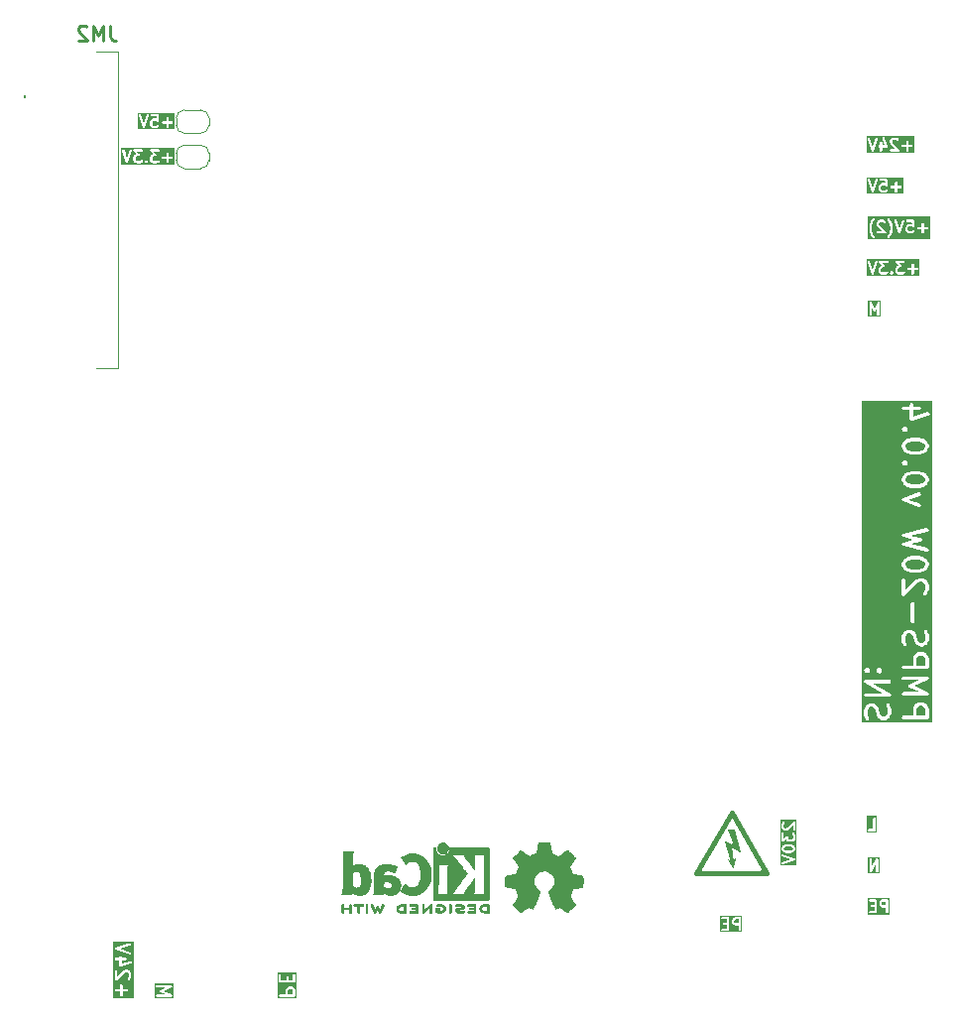
<source format=gbr>
%TF.GenerationSoftware,KiCad,Pcbnew,9.0.6*%
%TF.CreationDate,2025-11-22T20:55:52+03:00*%
%TF.ProjectId,PMPS-20W,504d5053-2d32-4305-972e-6b696361645f,rev?*%
%TF.SameCoordinates,Original*%
%TF.FileFunction,Legend,Bot*%
%TF.FilePolarity,Positive*%
%FSLAX46Y46*%
G04 Gerber Fmt 4.6, Leading zero omitted, Abs format (unit mm)*
G04 Created by KiCad (PCBNEW 9.0.6) date 2025-11-22 20:55:52*
%MOMM*%
%LPD*%
G01*
G04 APERTURE LIST*
%ADD10C,0.200000*%
%ADD11C,0.300000*%
%ADD12C,0.254000*%
%ADD13C,0.010000*%
%ADD14C,0.120000*%
%ADD15C,0.400000*%
%ADD16C,0.101600*%
%ADD17C,0.100000*%
G04 APERTURE END LIST*
D10*
G36*
X-25612569Y-47316040D02*
G01*
X-27276155Y-47316040D01*
X-27276155Y-46263198D01*
X-27142822Y-46263198D01*
X-27142822Y-46302216D01*
X-27127890Y-46338264D01*
X-27100300Y-46365854D01*
X-27064252Y-46380786D01*
X-27044743Y-46382707D01*
X-26295499Y-46382707D01*
X-26744175Y-46592089D01*
X-26751321Y-46596321D01*
X-26753738Y-46597201D01*
X-26755448Y-46598766D01*
X-26761041Y-46602080D01*
X-26771305Y-46613288D01*
X-26782513Y-46623552D01*
X-26784393Y-46627579D01*
X-26787392Y-46630855D01*
X-26792584Y-46645131D01*
X-26799014Y-46658910D01*
X-26799210Y-46663350D01*
X-26800727Y-46667524D01*
X-26800060Y-46682707D01*
X-26800727Y-46697890D01*
X-26799210Y-46702063D01*
X-26799014Y-46706504D01*
X-26792584Y-46720282D01*
X-26787392Y-46734559D01*
X-26784393Y-46737834D01*
X-26782513Y-46741862D01*
X-26771305Y-46752125D01*
X-26761041Y-46763334D01*
X-26755448Y-46766647D01*
X-26753738Y-46768213D01*
X-26751321Y-46769092D01*
X-26744175Y-46773325D01*
X-26295499Y-46982707D01*
X-27044743Y-46982707D01*
X-27064252Y-46984628D01*
X-27100300Y-46999560D01*
X-27127890Y-47027150D01*
X-27142822Y-47063198D01*
X-27142822Y-47102216D01*
X-27127890Y-47138264D01*
X-27100300Y-47165854D01*
X-27064252Y-47180786D01*
X-27044743Y-47182707D01*
X-25844743Y-47182707D01*
X-25831920Y-47181444D01*
X-25829560Y-47181548D01*
X-25828293Y-47181087D01*
X-25825234Y-47180786D01*
X-25809204Y-47174145D01*
X-25792891Y-47168214D01*
X-25791246Y-47166707D01*
X-25789186Y-47165854D01*
X-25776925Y-47153592D01*
X-25764115Y-47141862D01*
X-25763171Y-47139838D01*
X-25761596Y-47138264D01*
X-25754962Y-47122248D01*
X-25747615Y-47106505D01*
X-25747518Y-47104275D01*
X-25746664Y-47102216D01*
X-25746664Y-47084864D01*
X-25745902Y-47067524D01*
X-25746664Y-47065428D01*
X-25746664Y-47063198D01*
X-25753305Y-47047167D01*
X-25759236Y-47030855D01*
X-25760743Y-47029209D01*
X-25761596Y-47027150D01*
X-25773864Y-47014882D01*
X-25785588Y-47002080D01*
X-25788233Y-47000513D01*
X-25789186Y-46999560D01*
X-25791368Y-46998656D01*
X-25802454Y-46992089D01*
X-26465416Y-46682707D01*
X-25802454Y-46373325D01*
X-25791368Y-46366757D01*
X-25789186Y-46365854D01*
X-25788233Y-46364900D01*
X-25785588Y-46363334D01*
X-25773864Y-46350531D01*
X-25761596Y-46338264D01*
X-25760743Y-46336204D01*
X-25759236Y-46334559D01*
X-25753305Y-46318246D01*
X-25746664Y-46302216D01*
X-25746664Y-46299985D01*
X-25745902Y-46297890D01*
X-25746664Y-46280549D01*
X-25746664Y-46263198D01*
X-25747518Y-46261138D01*
X-25747615Y-46258909D01*
X-25754962Y-46243165D01*
X-25761596Y-46227150D01*
X-25763171Y-46225575D01*
X-25764115Y-46223552D01*
X-25776925Y-46211821D01*
X-25789186Y-46199560D01*
X-25791246Y-46198706D01*
X-25792891Y-46197200D01*
X-25809204Y-46191268D01*
X-25825234Y-46184628D01*
X-25828293Y-46184326D01*
X-25829560Y-46183866D01*
X-25831920Y-46183969D01*
X-25844743Y-46182707D01*
X-27044743Y-46182707D01*
X-27064252Y-46184628D01*
X-27100300Y-46199560D01*
X-27127890Y-46227150D01*
X-27142822Y-46263198D01*
X-27276155Y-46263198D01*
X-27276155Y-46049374D01*
X-25612569Y-46049374D01*
X-25612569Y-47316040D01*
G37*
G36*
X34652212Y-36663086D02*
G01*
X33658562Y-36663086D01*
X33658562Y-35452219D01*
X33769673Y-35452219D01*
X33769673Y-36452219D01*
X33770167Y-36457236D01*
X33769917Y-36459204D01*
X33770611Y-36461750D01*
X33771594Y-36471728D01*
X33776685Y-36484018D01*
X33780184Y-36496847D01*
X33784086Y-36501885D01*
X33786526Y-36507776D01*
X33795931Y-36517181D01*
X33804074Y-36527696D01*
X33809608Y-36530858D01*
X33814116Y-36535366D01*
X33826401Y-36540454D01*
X33837951Y-36547055D01*
X33844275Y-36547858D01*
X33850164Y-36550298D01*
X33863465Y-36550298D01*
X33876658Y-36551975D01*
X33882807Y-36550298D01*
X33889182Y-36550298D01*
X33901472Y-36545206D01*
X33914301Y-36541708D01*
X33919339Y-36537805D01*
X33925230Y-36535366D01*
X33934635Y-36525960D01*
X33945150Y-36517818D01*
X33950953Y-36509642D01*
X33952820Y-36507776D01*
X33953578Y-36505943D01*
X33956497Y-36501833D01*
X34341101Y-35828775D01*
X34341101Y-36452219D01*
X34343022Y-36471728D01*
X34357954Y-36507776D01*
X34385544Y-36535366D01*
X34421592Y-36550298D01*
X34460610Y-36550298D01*
X34496658Y-36535366D01*
X34524248Y-36507776D01*
X34539180Y-36471728D01*
X34541101Y-36452219D01*
X34541101Y-35452219D01*
X34540606Y-35447201D01*
X34540857Y-35445234D01*
X34540162Y-35442687D01*
X34539180Y-35432710D01*
X34534090Y-35420423D01*
X34530591Y-35407591D01*
X34526686Y-35402549D01*
X34524248Y-35396662D01*
X34514844Y-35387258D01*
X34506700Y-35376742D01*
X34501165Y-35373579D01*
X34496658Y-35369072D01*
X34484372Y-35363983D01*
X34472823Y-35357383D01*
X34466498Y-35356579D01*
X34460610Y-35354140D01*
X34447310Y-35354140D01*
X34434117Y-35352463D01*
X34427968Y-35354140D01*
X34421592Y-35354140D01*
X34409305Y-35359229D01*
X34396473Y-35362729D01*
X34391431Y-35366633D01*
X34385544Y-35369072D01*
X34376140Y-35378475D01*
X34365624Y-35386620D01*
X34359820Y-35394795D01*
X34357954Y-35396662D01*
X34357195Y-35398494D01*
X34354277Y-35402605D01*
X33969673Y-36075662D01*
X33969673Y-35452219D01*
X33967752Y-35432710D01*
X33952820Y-35396662D01*
X33925230Y-35369072D01*
X33889182Y-35354140D01*
X33850164Y-35354140D01*
X33814116Y-35369072D01*
X33786526Y-35396662D01*
X33771594Y-35432710D01*
X33769673Y-35452219D01*
X33658562Y-35452219D01*
X33658562Y-35241352D01*
X34652212Y-35241352D01*
X34652212Y-36663086D01*
G37*
D11*
G36*
X38420975Y-22402100D02*
G01*
X38481789Y-22462914D01*
X38550305Y-22599946D01*
X38550305Y-23176441D01*
X37802686Y-23176441D01*
X37802686Y-22599946D01*
X37871201Y-22462914D01*
X37932016Y-22402100D01*
X38069049Y-22333584D01*
X38283943Y-22333584D01*
X38420975Y-22402100D01*
G37*
G36*
X38420975Y-18116386D02*
G01*
X38481789Y-18177200D01*
X38550305Y-18314232D01*
X38550305Y-18890727D01*
X37802686Y-18890727D01*
X37802686Y-18314232D01*
X37871201Y-18177200D01*
X37932016Y-18116386D01*
X38069049Y-18047870D01*
X38283943Y-18047870D01*
X38420975Y-18116386D01*
G37*
G36*
X38266997Y-9944159D02*
G01*
X38420975Y-10021148D01*
X38481789Y-10081962D01*
X38550305Y-10218994D01*
X38550305Y-10338651D01*
X38481789Y-10475683D01*
X38420975Y-10536497D01*
X38266997Y-10613485D01*
X37919937Y-10700251D01*
X37480674Y-10700251D01*
X37133614Y-10613486D01*
X36979636Y-10536497D01*
X36918822Y-10475683D01*
X36850305Y-10338649D01*
X36850305Y-10218995D01*
X36918822Y-10081961D01*
X36979636Y-10021148D01*
X37133614Y-9944159D01*
X37480674Y-9857394D01*
X37919937Y-9857394D01*
X38266997Y-9944159D01*
G37*
G36*
X38266997Y-2706063D02*
G01*
X38420975Y-2783052D01*
X38481789Y-2843866D01*
X38550305Y-2980898D01*
X38550305Y-3100555D01*
X38481789Y-3237587D01*
X38420975Y-3298401D01*
X38266997Y-3375389D01*
X37919937Y-3462155D01*
X37480674Y-3462155D01*
X37133614Y-3375390D01*
X36979636Y-3298401D01*
X36918822Y-3237587D01*
X36850305Y-3100553D01*
X36850305Y-2980899D01*
X36918822Y-2843865D01*
X36979636Y-2783052D01*
X37133614Y-2706063D01*
X37480674Y-2619298D01*
X37919937Y-2619298D01*
X38266997Y-2706063D01*
G37*
G36*
X38266997Y151080D02*
G01*
X38420975Y74091D01*
X38481789Y13277D01*
X38550305Y-123755D01*
X38550305Y-243412D01*
X38481789Y-380444D01*
X38420975Y-441258D01*
X38266997Y-518246D01*
X37919937Y-605012D01*
X37480674Y-605012D01*
X37133614Y-518247D01*
X36979636Y-441258D01*
X36918822Y-380444D01*
X36850305Y-243410D01*
X36850305Y-123756D01*
X36918822Y13278D01*
X36979636Y74091D01*
X37133614Y151080D01*
X37480674Y237845D01*
X37919937Y237845D01*
X38266997Y151080D01*
G37*
G36*
X39166589Y-23793901D02*
G01*
X33108195Y-23793901D01*
X33108195Y-22659774D01*
X33330417Y-22659774D01*
X33330417Y-23135965D01*
X33331875Y-23150776D01*
X33331595Y-23154726D01*
X33332776Y-23159920D01*
X33333299Y-23165229D01*
X33334815Y-23168890D01*
X33338115Y-23183400D01*
X33433354Y-23469113D01*
X33445342Y-23495964D01*
X33483690Y-23540178D01*
X33536037Y-23566352D01*
X33594417Y-23570501D01*
X33649941Y-23551993D01*
X33694156Y-23513645D01*
X33720329Y-23461298D01*
X33724478Y-23402918D01*
X33717958Y-23374244D01*
X33630417Y-23111623D01*
X33630417Y-22695185D01*
X33698934Y-22558151D01*
X33759748Y-22497338D01*
X33896780Y-22428822D01*
X34016436Y-22428822D01*
X34153468Y-22497338D01*
X34214282Y-22558152D01*
X34291270Y-22712129D01*
X34382515Y-23077107D01*
X34383286Y-23079265D01*
X34383363Y-23080346D01*
X34388023Y-23092526D01*
X34392408Y-23104798D01*
X34393052Y-23105667D01*
X34393872Y-23107810D01*
X34489111Y-23298286D01*
X34497038Y-23310879D01*
X34498554Y-23314538D01*
X34501934Y-23318657D01*
X34504776Y-23323171D01*
X34507769Y-23325767D01*
X34517209Y-23337269D01*
X34612447Y-23432507D01*
X34623948Y-23441946D01*
X34626545Y-23444940D01*
X34631058Y-23447780D01*
X34635178Y-23451162D01*
X34638837Y-23452677D01*
X34651431Y-23460605D01*
X34841907Y-23555843D01*
X34869371Y-23566353D01*
X34874746Y-23566734D01*
X34879725Y-23568797D01*
X34908989Y-23571679D01*
X35099465Y-23571679D01*
X35128729Y-23568797D01*
X35133706Y-23566735D01*
X35139084Y-23566353D01*
X35166547Y-23555843D01*
X35357023Y-23460605D01*
X35369616Y-23452677D01*
X35373276Y-23451162D01*
X35377395Y-23447780D01*
X35381909Y-23444940D01*
X35384505Y-23441945D01*
X35396007Y-23432507D01*
X35491245Y-23337269D01*
X35500684Y-23325767D01*
X35503678Y-23323171D01*
X35506518Y-23318657D01*
X35509900Y-23314538D01*
X35511415Y-23310878D01*
X35519343Y-23298285D01*
X35519897Y-23297177D01*
X36553187Y-23297177D01*
X36553187Y-23355705D01*
X36575585Y-23409777D01*
X36616969Y-23451161D01*
X36671041Y-23473559D01*
X36700305Y-23476441D01*
X38700305Y-23476441D01*
X38729569Y-23473559D01*
X38783641Y-23451161D01*
X38825025Y-23409777D01*
X38847423Y-23355705D01*
X38847423Y-23355704D01*
X38850305Y-23326441D01*
X38850305Y-22564536D01*
X38847423Y-22535272D01*
X38845360Y-22530293D01*
X38844979Y-22524918D01*
X38834469Y-22497454D01*
X38739231Y-22306978D01*
X38731303Y-22294384D01*
X38729788Y-22290725D01*
X38726406Y-22286605D01*
X38723566Y-22282092D01*
X38720572Y-22279495D01*
X38711133Y-22267994D01*
X38615895Y-22172756D01*
X38604393Y-22163317D01*
X38601797Y-22160323D01*
X38597283Y-22157482D01*
X38593164Y-22154101D01*
X38589504Y-22152585D01*
X38576911Y-22144658D01*
X38386435Y-22049420D01*
X38358972Y-22038910D01*
X38353594Y-22038527D01*
X38348617Y-22036466D01*
X38319353Y-22033584D01*
X38033639Y-22033584D01*
X38004375Y-22036466D01*
X37999396Y-22038528D01*
X37994021Y-22038910D01*
X37966557Y-22049420D01*
X37776081Y-22144658D01*
X37763490Y-22152583D01*
X37759829Y-22154100D01*
X37755707Y-22157482D01*
X37751195Y-22160323D01*
X37748599Y-22163316D01*
X37737098Y-22172755D01*
X37641859Y-22267993D01*
X37632419Y-22279494D01*
X37629425Y-22282092D01*
X37626583Y-22286606D01*
X37623204Y-22290724D01*
X37621688Y-22294382D01*
X37613760Y-22306978D01*
X37518522Y-22497454D01*
X37508012Y-22524917D01*
X37507629Y-22530294D01*
X37505568Y-22535272D01*
X37502686Y-22564536D01*
X37502686Y-23176441D01*
X36700305Y-23176441D01*
X36671041Y-23179323D01*
X36616969Y-23201721D01*
X36575585Y-23243105D01*
X36553187Y-23297177D01*
X35519897Y-23297177D01*
X35614581Y-23107809D01*
X35625091Y-23080345D01*
X35625472Y-23074969D01*
X35627535Y-23069991D01*
X35630417Y-23040727D01*
X35630417Y-22564536D01*
X35628958Y-22549724D01*
X35629239Y-22545775D01*
X35628057Y-22540580D01*
X35627535Y-22535272D01*
X35626017Y-22531609D01*
X35622719Y-22517102D01*
X35527481Y-22231388D01*
X35515493Y-22204537D01*
X35477146Y-22160323D01*
X35424799Y-22134149D01*
X35366418Y-22130000D01*
X35310894Y-22148508D01*
X35266680Y-22186855D01*
X35240506Y-22239202D01*
X35236357Y-22297583D01*
X35242877Y-22326256D01*
X35330417Y-22588876D01*
X35330417Y-23005317D01*
X35261901Y-23142349D01*
X35201087Y-23203163D01*
X35064055Y-23271679D01*
X34944399Y-23271679D01*
X34807367Y-23203163D01*
X34746553Y-23142349D01*
X34669562Y-22988369D01*
X34578319Y-22623394D01*
X34577548Y-22621238D01*
X34577472Y-22620156D01*
X34572810Y-22607975D01*
X34568426Y-22595702D01*
X34567780Y-22594830D01*
X34566962Y-22592692D01*
X34471724Y-22402216D01*
X34463796Y-22389622D01*
X34462281Y-22385963D01*
X34458899Y-22381843D01*
X34456059Y-22377330D01*
X34453065Y-22374733D01*
X34443626Y-22363232D01*
X34348388Y-22267994D01*
X34336886Y-22258555D01*
X34334290Y-22255561D01*
X34329776Y-22252720D01*
X34325657Y-22249339D01*
X34321997Y-22247823D01*
X34309404Y-22239896D01*
X34118928Y-22144658D01*
X34091465Y-22134148D01*
X34086087Y-22133765D01*
X34081110Y-22131704D01*
X34051846Y-22128822D01*
X33861370Y-22128822D01*
X33832106Y-22131704D01*
X33827127Y-22133766D01*
X33821752Y-22134148D01*
X33794288Y-22144658D01*
X33603812Y-22239896D01*
X33591218Y-22247823D01*
X33587559Y-22249339D01*
X33583439Y-22252720D01*
X33578926Y-22255561D01*
X33576329Y-22258554D01*
X33564828Y-22267994D01*
X33469590Y-22363232D01*
X33460150Y-22374733D01*
X33457157Y-22377330D01*
X33454315Y-22381843D01*
X33450935Y-22385963D01*
X33449419Y-22389621D01*
X33441492Y-22402215D01*
X33346253Y-22592691D01*
X33335744Y-22620155D01*
X33335362Y-22625529D01*
X33333299Y-22630510D01*
X33330417Y-22659774D01*
X33108195Y-22659774D01*
X33108195Y-20289299D01*
X33330783Y-20289299D01*
X33333299Y-20298523D01*
X33333299Y-20308086D01*
X33340934Y-20326518D01*
X33346183Y-20345763D01*
X33352037Y-20353322D01*
X33355697Y-20362158D01*
X33369804Y-20376265D01*
X33382018Y-20392037D01*
X33394281Y-20400742D01*
X33397081Y-20403542D01*
X33399828Y-20404680D01*
X33405996Y-20409058D01*
X34915583Y-21271679D01*
X33480417Y-21271679D01*
X33451153Y-21274561D01*
X33397081Y-21296959D01*
X33355697Y-21338343D01*
X33333299Y-21392415D01*
X33333299Y-21450943D01*
X33355697Y-21505015D01*
X33397081Y-21546399D01*
X33451153Y-21568797D01*
X33480417Y-21571679D01*
X35480417Y-21571679D01*
X35487947Y-21570937D01*
X35490894Y-21571312D01*
X35494709Y-21570271D01*
X35509681Y-21568797D01*
X35528116Y-21561160D01*
X35547358Y-21555913D01*
X35554917Y-21550058D01*
X35563753Y-21546399D01*
X35577860Y-21532291D01*
X35593632Y-21520078D01*
X35598376Y-21511775D01*
X35605137Y-21505015D01*
X35612771Y-21486584D01*
X35622670Y-21469262D01*
X35623875Y-21459777D01*
X35627535Y-21450943D01*
X35627535Y-21430987D01*
X35630050Y-21411201D01*
X35627535Y-21401979D01*
X35627535Y-21392415D01*
X35619898Y-21373980D01*
X35614651Y-21354738D01*
X35608796Y-21347178D01*
X35605137Y-21338343D01*
X35591029Y-21324235D01*
X35578816Y-21308464D01*
X35566551Y-21299757D01*
X35563753Y-21296959D01*
X35561007Y-21295821D01*
X35554838Y-21291442D01*
X34045251Y-20428822D01*
X35480417Y-20428822D01*
X35509681Y-20425940D01*
X35563753Y-20403542D01*
X35605137Y-20362158D01*
X35627535Y-20308086D01*
X35627535Y-20249558D01*
X35605137Y-20195486D01*
X35563753Y-20154102D01*
X35509681Y-20131704D01*
X35480417Y-20128822D01*
X33480417Y-20128822D01*
X33472891Y-20129563D01*
X33469940Y-20129188D01*
X33466119Y-20130230D01*
X33451153Y-20131704D01*
X33432720Y-20139339D01*
X33413476Y-20144588D01*
X33405916Y-20150442D01*
X33397081Y-20154102D01*
X33382973Y-20168209D01*
X33367202Y-20180423D01*
X33362457Y-20188725D01*
X33355697Y-20195486D01*
X33348062Y-20213916D01*
X33338164Y-20231239D01*
X33336958Y-20240724D01*
X33333299Y-20249558D01*
X33333299Y-20269507D01*
X33330783Y-20289299D01*
X33108195Y-20289299D01*
X33108195Y-19963844D01*
X36553187Y-19963844D01*
X36553187Y-20022372D01*
X36575585Y-20076444D01*
X36616969Y-20117828D01*
X36671041Y-20140226D01*
X36700305Y-20143108D01*
X38024171Y-20143108D01*
X37208301Y-20523847D01*
X37197585Y-20530194D01*
X37193956Y-20531514D01*
X37191389Y-20533864D01*
X37183001Y-20538833D01*
X37167605Y-20555645D01*
X37150793Y-20571041D01*
X37147973Y-20577082D01*
X37143474Y-20581996D01*
X37135684Y-20603416D01*
X37126043Y-20624078D01*
X37125750Y-20630736D01*
X37123473Y-20636999D01*
X37124474Y-20659773D01*
X37123473Y-20682549D01*
X37125750Y-20688811D01*
X37126043Y-20695469D01*
X37135683Y-20716128D01*
X37143474Y-20737552D01*
X37147973Y-20742465D01*
X37150793Y-20748507D01*
X37167605Y-20763902D01*
X37183001Y-20780715D01*
X37191389Y-20785683D01*
X37193956Y-20788034D01*
X37197585Y-20789353D01*
X37208301Y-20795701D01*
X38024171Y-21176441D01*
X36700305Y-21176441D01*
X36671041Y-21179323D01*
X36616969Y-21201721D01*
X36575585Y-21243105D01*
X36553187Y-21297177D01*
X36553187Y-21355705D01*
X36575585Y-21409777D01*
X36616969Y-21451161D01*
X36671041Y-21473559D01*
X36700305Y-21476441D01*
X38700305Y-21476441D01*
X38719542Y-21474546D01*
X38723081Y-21474702D01*
X38724981Y-21474010D01*
X38729569Y-21473559D01*
X38753614Y-21463598D01*
X38778083Y-21454701D01*
X38780550Y-21452441D01*
X38783641Y-21451161D01*
X38802038Y-21432763D01*
X38821246Y-21415174D01*
X38822661Y-21412140D01*
X38825025Y-21409777D01*
X38834983Y-21385736D01*
X38845996Y-21362137D01*
X38846142Y-21358795D01*
X38847423Y-21355705D01*
X38847423Y-21329670D01*
X38848566Y-21303666D01*
X38847423Y-21300522D01*
X38847423Y-21297177D01*
X38837459Y-21273124D01*
X38828565Y-21248664D01*
X38826305Y-21246196D01*
X38825025Y-21243105D01*
X38806616Y-21224696D01*
X38789038Y-21205501D01*
X38785071Y-21203151D01*
X38783641Y-21201721D01*
X38780368Y-21200365D01*
X38763738Y-21190514D01*
X37626439Y-20659774D01*
X38763737Y-20129036D01*
X38780370Y-20119182D01*
X38783641Y-20117828D01*
X38785070Y-20116398D01*
X38789037Y-20114049D01*
X38806620Y-20094848D01*
X38825025Y-20076444D01*
X38826305Y-20073353D01*
X38828565Y-20070886D01*
X38837459Y-20046425D01*
X38847423Y-20022372D01*
X38847423Y-20019024D01*
X38848565Y-20015884D01*
X38847423Y-19989891D01*
X38847423Y-19963844D01*
X38846142Y-19960753D01*
X38845996Y-19957413D01*
X38834990Y-19933830D01*
X38825025Y-19909772D01*
X38822659Y-19907406D01*
X38821245Y-19904376D01*
X38802056Y-19886803D01*
X38783641Y-19868388D01*
X38780548Y-19867107D01*
X38778082Y-19864848D01*
X38753621Y-19855953D01*
X38729569Y-19845990D01*
X38724980Y-19845538D01*
X38723080Y-19844847D01*
X38719541Y-19845002D01*
X38700305Y-19843108D01*
X36700305Y-19843108D01*
X36671041Y-19845990D01*
X36616969Y-19868388D01*
X36575585Y-19909772D01*
X36553187Y-19963844D01*
X33108195Y-19963844D01*
X33108195Y-19297177D01*
X33333299Y-19297177D01*
X33333299Y-19297178D01*
X33333299Y-19297179D01*
X33333299Y-19355705D01*
X33346419Y-19387378D01*
X33355696Y-19409776D01*
X33355697Y-19409777D01*
X33374352Y-19432508D01*
X33469591Y-19527746D01*
X33492322Y-19546401D01*
X33523997Y-19559520D01*
X33546393Y-19568797D01*
X33546394Y-19568797D01*
X33604920Y-19568797D01*
X33658992Y-19546400D01*
X33658996Y-19546395D01*
X33681722Y-19527745D01*
X33776960Y-19432507D01*
X33795615Y-19409776D01*
X33818012Y-19355704D01*
X33818012Y-19297178D01*
X33818012Y-19297177D01*
X34380918Y-19297177D01*
X34380918Y-19297178D01*
X34380918Y-19297179D01*
X34380918Y-19355705D01*
X34394038Y-19387378D01*
X34403315Y-19409776D01*
X34403316Y-19409777D01*
X34421971Y-19432508D01*
X34517210Y-19527746D01*
X34539941Y-19546401D01*
X34571616Y-19559520D01*
X34594012Y-19568797D01*
X34594013Y-19568797D01*
X34652539Y-19568797D01*
X34706611Y-19546400D01*
X34706615Y-19546395D01*
X34729341Y-19527745D01*
X34824579Y-19432507D01*
X34843234Y-19409776D01*
X34865631Y-19355704D01*
X34865631Y-19297178D01*
X34843234Y-19243106D01*
X34843233Y-19243105D01*
X34824579Y-19220375D01*
X34729341Y-19125137D01*
X34706615Y-19106486D01*
X34706611Y-19106482D01*
X34652539Y-19084085D01*
X34652538Y-19084085D01*
X34594012Y-19084085D01*
X34571616Y-19093361D01*
X34539941Y-19106481D01*
X34517210Y-19125136D01*
X34421971Y-19220374D01*
X34403316Y-19243105D01*
X34403315Y-19243106D01*
X34394038Y-19265503D01*
X34380918Y-19297177D01*
X33818012Y-19297177D01*
X33795615Y-19243106D01*
X33795614Y-19243105D01*
X33776960Y-19220375D01*
X33681722Y-19125137D01*
X33658996Y-19106486D01*
X33658992Y-19106482D01*
X33604920Y-19084085D01*
X33604919Y-19084085D01*
X33546393Y-19084085D01*
X33523997Y-19093361D01*
X33492322Y-19106481D01*
X33469591Y-19125136D01*
X33374352Y-19220374D01*
X33355697Y-19243105D01*
X33355696Y-19243106D01*
X33346419Y-19265503D01*
X33333299Y-19297177D01*
X33108195Y-19297177D01*
X33108195Y-19011463D01*
X36553187Y-19011463D01*
X36553187Y-19069991D01*
X36575585Y-19124063D01*
X36616969Y-19165447D01*
X36671041Y-19187845D01*
X36700305Y-19190727D01*
X38700305Y-19190727D01*
X38729569Y-19187845D01*
X38783641Y-19165447D01*
X38825025Y-19124063D01*
X38847423Y-19069991D01*
X38850305Y-19040727D01*
X38850305Y-18278822D01*
X38847423Y-18249558D01*
X38845360Y-18244579D01*
X38844979Y-18239204D01*
X38834469Y-18211740D01*
X38739231Y-18021264D01*
X38731303Y-18008670D01*
X38729788Y-18005011D01*
X38726406Y-18000891D01*
X38723566Y-17996378D01*
X38720572Y-17993781D01*
X38711133Y-17982280D01*
X38615895Y-17887042D01*
X38604393Y-17877603D01*
X38601797Y-17874609D01*
X38597283Y-17871768D01*
X38593164Y-17868387D01*
X38589504Y-17866871D01*
X38576911Y-17858944D01*
X38386435Y-17763706D01*
X38358972Y-17753196D01*
X38353594Y-17752813D01*
X38348617Y-17750752D01*
X38319353Y-17747870D01*
X38033639Y-17747870D01*
X38004375Y-17750752D01*
X37999396Y-17752814D01*
X37994021Y-17753196D01*
X37966557Y-17763706D01*
X37776081Y-17858944D01*
X37763490Y-17866869D01*
X37759829Y-17868386D01*
X37755707Y-17871768D01*
X37751195Y-17874609D01*
X37748599Y-17877602D01*
X37737098Y-17887041D01*
X37641859Y-17982279D01*
X37632419Y-17993780D01*
X37629425Y-17996378D01*
X37626583Y-18000892D01*
X37623204Y-18005010D01*
X37621688Y-18008668D01*
X37613760Y-18021264D01*
X37518522Y-18211740D01*
X37508012Y-18239203D01*
X37507629Y-18244580D01*
X37505568Y-18249558D01*
X37502686Y-18278822D01*
X37502686Y-18890727D01*
X36700305Y-18890727D01*
X36671041Y-18893609D01*
X36616969Y-18916007D01*
X36575585Y-18957391D01*
X36553187Y-19011463D01*
X33108195Y-19011463D01*
X33108195Y-16374060D01*
X36550305Y-16374060D01*
X36550305Y-16850251D01*
X36551763Y-16865062D01*
X36551483Y-16869012D01*
X36552664Y-16874206D01*
X36553187Y-16879515D01*
X36554703Y-16883176D01*
X36558003Y-16897686D01*
X36653242Y-17183399D01*
X36665230Y-17210250D01*
X36703578Y-17254464D01*
X36755925Y-17280638D01*
X36814305Y-17284787D01*
X36869829Y-17266279D01*
X36914044Y-17227931D01*
X36940217Y-17175584D01*
X36944366Y-17117204D01*
X36937846Y-17088530D01*
X36850305Y-16825909D01*
X36850305Y-16409471D01*
X36918822Y-16272437D01*
X36979636Y-16211624D01*
X37116668Y-16143108D01*
X37236324Y-16143108D01*
X37373356Y-16211624D01*
X37434170Y-16272438D01*
X37511158Y-16426415D01*
X37602403Y-16791393D01*
X37603174Y-16793551D01*
X37603251Y-16794632D01*
X37607911Y-16806812D01*
X37612296Y-16819084D01*
X37612940Y-16819953D01*
X37613760Y-16822096D01*
X37708999Y-17012572D01*
X37716926Y-17025165D01*
X37718442Y-17028824D01*
X37721822Y-17032943D01*
X37724664Y-17037457D01*
X37727657Y-17040053D01*
X37737097Y-17051555D01*
X37832335Y-17146793D01*
X37843836Y-17156232D01*
X37846433Y-17159226D01*
X37850946Y-17162066D01*
X37855066Y-17165448D01*
X37858725Y-17166963D01*
X37871319Y-17174891D01*
X38061795Y-17270129D01*
X38089259Y-17280639D01*
X38094634Y-17281020D01*
X38099613Y-17283083D01*
X38128877Y-17285965D01*
X38319353Y-17285965D01*
X38348617Y-17283083D01*
X38353594Y-17281021D01*
X38358972Y-17280639D01*
X38386435Y-17270129D01*
X38576911Y-17174891D01*
X38589504Y-17166963D01*
X38593164Y-17165448D01*
X38597283Y-17162066D01*
X38601797Y-17159226D01*
X38604393Y-17156231D01*
X38615895Y-17146793D01*
X38711133Y-17051555D01*
X38720572Y-17040053D01*
X38723566Y-17037457D01*
X38726406Y-17032943D01*
X38729788Y-17028824D01*
X38731303Y-17025164D01*
X38739231Y-17012571D01*
X38834469Y-16822095D01*
X38844979Y-16794631D01*
X38845360Y-16789255D01*
X38847423Y-16784277D01*
X38850305Y-16755013D01*
X38850305Y-16278822D01*
X38848846Y-16264010D01*
X38849127Y-16260061D01*
X38847945Y-16254866D01*
X38847423Y-16249558D01*
X38845905Y-16245895D01*
X38842607Y-16231388D01*
X38747369Y-15945674D01*
X38735381Y-15918823D01*
X38697034Y-15874609D01*
X38644687Y-15848435D01*
X38586306Y-15844286D01*
X38530782Y-15862794D01*
X38486568Y-15901141D01*
X38460394Y-15953488D01*
X38456245Y-16011869D01*
X38462765Y-16040542D01*
X38550305Y-16303162D01*
X38550305Y-16719603D01*
X38481789Y-16856635D01*
X38420975Y-16917449D01*
X38283943Y-16985965D01*
X38164287Y-16985965D01*
X38027255Y-16917449D01*
X37966441Y-16856635D01*
X37889450Y-16702655D01*
X37798207Y-16337680D01*
X37797436Y-16335524D01*
X37797360Y-16334442D01*
X37792698Y-16322261D01*
X37788314Y-16309988D01*
X37787668Y-16309116D01*
X37786850Y-16306978D01*
X37691612Y-16116502D01*
X37683684Y-16103908D01*
X37682169Y-16100249D01*
X37678787Y-16096129D01*
X37675947Y-16091616D01*
X37672953Y-16089019D01*
X37663514Y-16077518D01*
X37568276Y-15982280D01*
X37556774Y-15972841D01*
X37554178Y-15969847D01*
X37549664Y-15967006D01*
X37545545Y-15963625D01*
X37541885Y-15962109D01*
X37529292Y-15954182D01*
X37338816Y-15858944D01*
X37311353Y-15848434D01*
X37305975Y-15848051D01*
X37300998Y-15845990D01*
X37271734Y-15843108D01*
X37081258Y-15843108D01*
X37051994Y-15845990D01*
X37047015Y-15848052D01*
X37041640Y-15848434D01*
X37014176Y-15858944D01*
X36823700Y-15954182D01*
X36811106Y-15962109D01*
X36807447Y-15963625D01*
X36803327Y-15967006D01*
X36798814Y-15969847D01*
X36796217Y-15972840D01*
X36784716Y-15982280D01*
X36689478Y-16077518D01*
X36680038Y-16089019D01*
X36677045Y-16091616D01*
X36674203Y-16096129D01*
X36670823Y-16100249D01*
X36669307Y-16103907D01*
X36661380Y-16116501D01*
X36566141Y-16306977D01*
X36555632Y-16334441D01*
X36555250Y-16339815D01*
X36553187Y-16344796D01*
X36550305Y-16374060D01*
X33108195Y-16374060D01*
X33108195Y-13612156D01*
X37312210Y-13612156D01*
X37312210Y-15135965D01*
X37315092Y-15165229D01*
X37337490Y-15219301D01*
X37378874Y-15260685D01*
X37432946Y-15283083D01*
X37491474Y-15283083D01*
X37545546Y-15260685D01*
X37586930Y-15219301D01*
X37609328Y-15165229D01*
X37612210Y-15135965D01*
X37612210Y-13612156D01*
X37609328Y-13582892D01*
X37586930Y-13528820D01*
X37545546Y-13487436D01*
X37491474Y-13465038D01*
X37432946Y-13465038D01*
X37378874Y-13487436D01*
X37337490Y-13528820D01*
X37315092Y-13582892D01*
X37312210Y-13612156D01*
X33108195Y-13612156D01*
X33108195Y-11612156D01*
X36550305Y-11612156D01*
X36550305Y-12850251D01*
X36553187Y-12879514D01*
X36575584Y-12933586D01*
X36616970Y-12974972D01*
X36648644Y-12988091D01*
X36671041Y-12997369D01*
X36671042Y-12997369D01*
X36729568Y-12997369D01*
X36729569Y-12997369D01*
X36751966Y-12988091D01*
X36783640Y-12974972D01*
X36806371Y-12956317D01*
X37924190Y-11838498D01*
X38153217Y-11762156D01*
X38283943Y-11762156D01*
X38420975Y-11830672D01*
X38481789Y-11891486D01*
X38550305Y-12028518D01*
X38550305Y-12433889D01*
X38481789Y-12570921D01*
X38403763Y-12648947D01*
X38385108Y-12671678D01*
X38362711Y-12725750D01*
X38362711Y-12784276D01*
X38385108Y-12838348D01*
X38426494Y-12879734D01*
X38480566Y-12902131D01*
X38539092Y-12902131D01*
X38593164Y-12879734D01*
X38615895Y-12861079D01*
X38711133Y-12765841D01*
X38720572Y-12754339D01*
X38723566Y-12751743D01*
X38726406Y-12747229D01*
X38729788Y-12743110D01*
X38731303Y-12739450D01*
X38739231Y-12726857D01*
X38834469Y-12536381D01*
X38844979Y-12508917D01*
X38845360Y-12503541D01*
X38847423Y-12498563D01*
X38850305Y-12469299D01*
X38850305Y-11993108D01*
X38847423Y-11963844D01*
X38845360Y-11958865D01*
X38844979Y-11953490D01*
X38834469Y-11926026D01*
X38739231Y-11735550D01*
X38731303Y-11722956D01*
X38729788Y-11719297D01*
X38726406Y-11715177D01*
X38723566Y-11710664D01*
X38720572Y-11708067D01*
X38711133Y-11696566D01*
X38615895Y-11601328D01*
X38604393Y-11591889D01*
X38601797Y-11588895D01*
X38597283Y-11586054D01*
X38593164Y-11582673D01*
X38589504Y-11581157D01*
X38576911Y-11573230D01*
X38386435Y-11477992D01*
X38358972Y-11467482D01*
X38353594Y-11467099D01*
X38348617Y-11465038D01*
X38319353Y-11462156D01*
X38128877Y-11462156D01*
X38114065Y-11463614D01*
X38110116Y-11463334D01*
X38104921Y-11464515D01*
X38099613Y-11465038D01*
X38095950Y-11466555D01*
X38081443Y-11469854D01*
X37795729Y-11565092D01*
X37768878Y-11577080D01*
X37764807Y-11580610D01*
X37759828Y-11582673D01*
X37737097Y-11601328D01*
X36850305Y-12488119D01*
X36850305Y-11612156D01*
X36847423Y-11582892D01*
X36825025Y-11528820D01*
X36783641Y-11487436D01*
X36729569Y-11465038D01*
X36671041Y-11465038D01*
X36616969Y-11487436D01*
X36575585Y-11528820D01*
X36553187Y-11582892D01*
X36550305Y-11612156D01*
X33108195Y-11612156D01*
X33108195Y-10183584D01*
X36550305Y-10183584D01*
X36550305Y-10374061D01*
X36553187Y-10403325D01*
X36555250Y-10408305D01*
X36555632Y-10413680D01*
X36566141Y-10441144D01*
X36661380Y-10631620D01*
X36669307Y-10644213D01*
X36670823Y-10647872D01*
X36674203Y-10651991D01*
X36677045Y-10656505D01*
X36680038Y-10659101D01*
X36689478Y-10670603D01*
X36784716Y-10765841D01*
X36796217Y-10775280D01*
X36798814Y-10778274D01*
X36803327Y-10781114D01*
X36807447Y-10784496D01*
X36811106Y-10786011D01*
X36823700Y-10793939D01*
X37014176Y-10889177D01*
X37016314Y-10889995D01*
X37017186Y-10890641D01*
X37029459Y-10895025D01*
X37041640Y-10899687D01*
X37042722Y-10899763D01*
X37044878Y-10900534D01*
X37425829Y-10995772D01*
X37430901Y-10996522D01*
X37432946Y-10997369D01*
X37443967Y-10998454D01*
X37454919Y-11000074D01*
X37457106Y-10999748D01*
X37462210Y-11000251D01*
X37938401Y-11000251D01*
X37943504Y-10999748D01*
X37945692Y-11000074D01*
X37956642Y-10998454D01*
X37967665Y-10997369D01*
X37969709Y-10996521D01*
X37974781Y-10995772D01*
X38355733Y-10900534D01*
X38357888Y-10899763D01*
X38358972Y-10899687D01*
X38371168Y-10895019D01*
X38383424Y-10890641D01*
X38384294Y-10889996D01*
X38386435Y-10889177D01*
X38576911Y-10793939D01*
X38589504Y-10786011D01*
X38593164Y-10784496D01*
X38597283Y-10781114D01*
X38601797Y-10778274D01*
X38604393Y-10775279D01*
X38615895Y-10765841D01*
X38711133Y-10670603D01*
X38720572Y-10659101D01*
X38723566Y-10656505D01*
X38726406Y-10651991D01*
X38729788Y-10647872D01*
X38731303Y-10644212D01*
X38739231Y-10631619D01*
X38834469Y-10441143D01*
X38844979Y-10413679D01*
X38845360Y-10408303D01*
X38847423Y-10403325D01*
X38850305Y-10374061D01*
X38850305Y-10183584D01*
X38847423Y-10154320D01*
X38845360Y-10149341D01*
X38844979Y-10143966D01*
X38834469Y-10116502D01*
X38739231Y-9926026D01*
X38731303Y-9913432D01*
X38729788Y-9909773D01*
X38726406Y-9905653D01*
X38723566Y-9901140D01*
X38720572Y-9898543D01*
X38711133Y-9887042D01*
X38615895Y-9791804D01*
X38604393Y-9782365D01*
X38601797Y-9779371D01*
X38597283Y-9776530D01*
X38593164Y-9773149D01*
X38589504Y-9771633D01*
X38576911Y-9763706D01*
X38386435Y-9668468D01*
X38384294Y-9667648D01*
X38383424Y-9667004D01*
X38371168Y-9662625D01*
X38358972Y-9657958D01*
X38357888Y-9657881D01*
X38355733Y-9657111D01*
X37974781Y-9561873D01*
X37969709Y-9561123D01*
X37967665Y-9560276D01*
X37956642Y-9559190D01*
X37945692Y-9557571D01*
X37943504Y-9557896D01*
X37938401Y-9557394D01*
X37462210Y-9557394D01*
X37457106Y-9557896D01*
X37454919Y-9557571D01*
X37443967Y-9559190D01*
X37432946Y-9560276D01*
X37430901Y-9561122D01*
X37425829Y-9561873D01*
X37044878Y-9657111D01*
X37042722Y-9657881D01*
X37041640Y-9657958D01*
X37029459Y-9662619D01*
X37017186Y-9667004D01*
X37016314Y-9667649D01*
X37014176Y-9668468D01*
X36823700Y-9763706D01*
X36811106Y-9771633D01*
X36807447Y-9773149D01*
X36803327Y-9776530D01*
X36798814Y-9779371D01*
X36796217Y-9782364D01*
X36784716Y-9791804D01*
X36689478Y-9887042D01*
X36680038Y-9898543D01*
X36677045Y-9901140D01*
X36674203Y-9905653D01*
X36670823Y-9909773D01*
X36669307Y-9913431D01*
X36661380Y-9926025D01*
X36566141Y-10116501D01*
X36555632Y-10143965D01*
X36555250Y-10149339D01*
X36553187Y-10154320D01*
X36550305Y-10183584D01*
X33108195Y-10183584D01*
X33108195Y-7808239D01*
X36550410Y-7808239D01*
X36555454Y-7829427D01*
X36558324Y-7851019D01*
X36562181Y-7857682D01*
X36563966Y-7865176D01*
X36576735Y-7882819D01*
X36587647Y-7901668D01*
X36593763Y-7906350D01*
X36598279Y-7912589D01*
X36616825Y-7924002D01*
X36634122Y-7937242D01*
X36644916Y-7941290D01*
X36648123Y-7943263D01*
X36651713Y-7943838D01*
X36661656Y-7947567D01*
X37546721Y-8183584D01*
X36661656Y-8419602D01*
X36651713Y-8423330D01*
X36648123Y-8423906D01*
X36644916Y-8425878D01*
X36634122Y-8429927D01*
X36616825Y-8443166D01*
X36598279Y-8454580D01*
X36593763Y-8460818D01*
X36587647Y-8465501D01*
X36576736Y-8484347D01*
X36563966Y-8501993D01*
X36562181Y-8509487D01*
X36558324Y-8516151D01*
X36555454Y-8537740D01*
X36550410Y-8558930D01*
X36551628Y-8566532D01*
X36550614Y-8574168D01*
X36556226Y-8595215D01*
X36559674Y-8616719D01*
X36563710Y-8623277D01*
X36565695Y-8630720D01*
X36578934Y-8648016D01*
X36590348Y-8666563D01*
X36596586Y-8671078D01*
X36601269Y-8677195D01*
X36620115Y-8688105D01*
X36637761Y-8700876D01*
X36648665Y-8704634D01*
X36651919Y-8706518D01*
X36655518Y-8706996D01*
X36665562Y-8710458D01*
X38665562Y-9186648D01*
X38694698Y-9190622D01*
X38752487Y-9181358D01*
X38802331Y-9150685D01*
X38836644Y-9103271D01*
X38850201Y-9046334D01*
X38840936Y-8988545D01*
X38810263Y-8938701D01*
X38762849Y-8904388D01*
X38735048Y-8894806D01*
X37313335Y-8556303D01*
X38167527Y-8328519D01*
X38174383Y-8325947D01*
X38177263Y-8325565D01*
X38180681Y-8323586D01*
X38195060Y-8318194D01*
X38210781Y-8306159D01*
X38227913Y-8296242D01*
X38233819Y-8288526D01*
X38241535Y-8282620D01*
X38251454Y-8265487D01*
X38263487Y-8249767D01*
X38265990Y-8240379D01*
X38270859Y-8231970D01*
X38273466Y-8212343D01*
X38278568Y-8193215D01*
X38277288Y-8183584D01*
X38278568Y-8173953D01*
X38273465Y-8154817D01*
X38270858Y-8135197D01*
X38265992Y-8126792D01*
X38263488Y-8117401D01*
X38251450Y-8101674D01*
X38241535Y-8084548D01*
X38233821Y-8078644D01*
X38227914Y-8070926D01*
X38210774Y-8061002D01*
X38195059Y-8048974D01*
X38180690Y-8043585D01*
X38177264Y-8041602D01*
X38174377Y-8041218D01*
X38167526Y-8038649D01*
X37313336Y-7810865D01*
X38735048Y-7472363D01*
X38762849Y-7462781D01*
X38810263Y-7428468D01*
X38840936Y-7378624D01*
X38850201Y-7320835D01*
X38836644Y-7263898D01*
X38802331Y-7216484D01*
X38752487Y-7185811D01*
X38694698Y-7176547D01*
X38665562Y-7180521D01*
X36665562Y-7656711D01*
X36655518Y-7660172D01*
X36651918Y-7660651D01*
X36648662Y-7662535D01*
X36637761Y-7666293D01*
X36620117Y-7679062D01*
X36601269Y-7689974D01*
X36596586Y-7696090D01*
X36590348Y-7700606D01*
X36578934Y-7719152D01*
X36565695Y-7736449D01*
X36563710Y-7743891D01*
X36559674Y-7750450D01*
X36556226Y-7771953D01*
X36550614Y-7793001D01*
X36551628Y-7800636D01*
X36550410Y-7808239D01*
X33108195Y-7808239D01*
X33108195Y-4733091D01*
X36551915Y-4733091D01*
X36553005Y-4755013D01*
X36551915Y-4776935D01*
X36554448Y-4784027D01*
X36554822Y-4791546D01*
X36564216Y-4811378D01*
X36571600Y-4832053D01*
X36576653Y-4837635D01*
X36579876Y-4844438D01*
X36596148Y-4859169D01*
X36610880Y-4875442D01*
X36617682Y-4878664D01*
X36623265Y-4883718D01*
X36649855Y-4896274D01*
X37983189Y-5372464D01*
X38011718Y-5379593D01*
X38070173Y-5376686D01*
X38123065Y-5351632D01*
X38162344Y-5308243D01*
X38182029Y-5253125D01*
X38179122Y-5194670D01*
X38154068Y-5141778D01*
X38110680Y-5102498D01*
X38084090Y-5089942D01*
X37146286Y-4755012D01*
X38084090Y-4420083D01*
X38110679Y-4407527D01*
X38154068Y-4368247D01*
X38179122Y-4315355D01*
X38182029Y-4256900D01*
X38162344Y-4201782D01*
X38123064Y-4158393D01*
X38070172Y-4133339D01*
X38011717Y-4130432D01*
X37983189Y-4137561D01*
X36649855Y-4613752D01*
X36623265Y-4626308D01*
X36617682Y-4631361D01*
X36610880Y-4634584D01*
X36596148Y-4650856D01*
X36579876Y-4665588D01*
X36576653Y-4672390D01*
X36571600Y-4677973D01*
X36564216Y-4698647D01*
X36554822Y-4718480D01*
X36554448Y-4725998D01*
X36551915Y-4733091D01*
X33108195Y-4733091D01*
X33108195Y-2945488D01*
X36550305Y-2945488D01*
X36550305Y-3135965D01*
X36553187Y-3165229D01*
X36555250Y-3170209D01*
X36555632Y-3175584D01*
X36566141Y-3203048D01*
X36661380Y-3393524D01*
X36669307Y-3406117D01*
X36670823Y-3409776D01*
X36674203Y-3413895D01*
X36677045Y-3418409D01*
X36680038Y-3421005D01*
X36689478Y-3432507D01*
X36784716Y-3527745D01*
X36796217Y-3537184D01*
X36798814Y-3540178D01*
X36803327Y-3543018D01*
X36807447Y-3546400D01*
X36811106Y-3547915D01*
X36823700Y-3555843D01*
X37014176Y-3651081D01*
X37016314Y-3651899D01*
X37017186Y-3652545D01*
X37029459Y-3656929D01*
X37041640Y-3661591D01*
X37042722Y-3661667D01*
X37044878Y-3662438D01*
X37425829Y-3757676D01*
X37430901Y-3758426D01*
X37432946Y-3759273D01*
X37443967Y-3760358D01*
X37454919Y-3761978D01*
X37457106Y-3761652D01*
X37462210Y-3762155D01*
X37938401Y-3762155D01*
X37943504Y-3761652D01*
X37945692Y-3761978D01*
X37956642Y-3760358D01*
X37967665Y-3759273D01*
X37969709Y-3758425D01*
X37974781Y-3757676D01*
X38355733Y-3662438D01*
X38357888Y-3661667D01*
X38358972Y-3661591D01*
X38371168Y-3656923D01*
X38383424Y-3652545D01*
X38384294Y-3651900D01*
X38386435Y-3651081D01*
X38576911Y-3555843D01*
X38589504Y-3547915D01*
X38593164Y-3546400D01*
X38597283Y-3543018D01*
X38601797Y-3540178D01*
X38604393Y-3537183D01*
X38615895Y-3527745D01*
X38711133Y-3432507D01*
X38720572Y-3421005D01*
X38723566Y-3418409D01*
X38726406Y-3413895D01*
X38729788Y-3409776D01*
X38731303Y-3406116D01*
X38739231Y-3393523D01*
X38834469Y-3203047D01*
X38844979Y-3175583D01*
X38845360Y-3170207D01*
X38847423Y-3165229D01*
X38850305Y-3135965D01*
X38850305Y-2945488D01*
X38847423Y-2916224D01*
X38845360Y-2911245D01*
X38844979Y-2905870D01*
X38834469Y-2878406D01*
X38739231Y-2687930D01*
X38731303Y-2675336D01*
X38729788Y-2671677D01*
X38726406Y-2667557D01*
X38723566Y-2663044D01*
X38720572Y-2660447D01*
X38711133Y-2648946D01*
X38615895Y-2553708D01*
X38604393Y-2544269D01*
X38601797Y-2541275D01*
X38597283Y-2538434D01*
X38593164Y-2535053D01*
X38589504Y-2533537D01*
X38576911Y-2525610D01*
X38386435Y-2430372D01*
X38384294Y-2429552D01*
X38383424Y-2428908D01*
X38371168Y-2424529D01*
X38358972Y-2419862D01*
X38357888Y-2419785D01*
X38355733Y-2419015D01*
X37974781Y-2323777D01*
X37969709Y-2323027D01*
X37967665Y-2322180D01*
X37956642Y-2321094D01*
X37945692Y-2319475D01*
X37943504Y-2319800D01*
X37938401Y-2319298D01*
X37462210Y-2319298D01*
X37457106Y-2319800D01*
X37454919Y-2319475D01*
X37443967Y-2321094D01*
X37432946Y-2322180D01*
X37430901Y-2323026D01*
X37425829Y-2323777D01*
X37044878Y-2419015D01*
X37042722Y-2419785D01*
X37041640Y-2419862D01*
X37029459Y-2424523D01*
X37017186Y-2428908D01*
X37016314Y-2429553D01*
X37014176Y-2430372D01*
X36823700Y-2525610D01*
X36811106Y-2533537D01*
X36807447Y-2535053D01*
X36803327Y-2538434D01*
X36798814Y-2541275D01*
X36796217Y-2544268D01*
X36784716Y-2553708D01*
X36689478Y-2648946D01*
X36680038Y-2660447D01*
X36677045Y-2663044D01*
X36674203Y-2667557D01*
X36670823Y-2671677D01*
X36669307Y-2675335D01*
X36661380Y-2687929D01*
X36566141Y-2878405D01*
X36555632Y-2905869D01*
X36555250Y-2911243D01*
X36553187Y-2916224D01*
X36550305Y-2945488D01*
X33108195Y-2945488D01*
X33108195Y-1582891D01*
X36553187Y-1582891D01*
X36553187Y-1582892D01*
X36553187Y-1582893D01*
X36553187Y-1641419D01*
X36566307Y-1673092D01*
X36575584Y-1695490D01*
X36575585Y-1695491D01*
X36594240Y-1718222D01*
X36689479Y-1813460D01*
X36712210Y-1832115D01*
X36743885Y-1845234D01*
X36766281Y-1854511D01*
X36766282Y-1854511D01*
X36824808Y-1854511D01*
X36878880Y-1832114D01*
X36878884Y-1832109D01*
X36901610Y-1813459D01*
X36996848Y-1718221D01*
X37015503Y-1695490D01*
X37037900Y-1641418D01*
X37037900Y-1582892D01*
X37015503Y-1528820D01*
X37015502Y-1528819D01*
X36996848Y-1506089D01*
X36901610Y-1410851D01*
X36878884Y-1392200D01*
X36878880Y-1392196D01*
X36824808Y-1369799D01*
X36824807Y-1369799D01*
X36766281Y-1369799D01*
X36743885Y-1379075D01*
X36712210Y-1392195D01*
X36689479Y-1410850D01*
X36594240Y-1506088D01*
X36575585Y-1528819D01*
X36575584Y-1528820D01*
X36566307Y-1551217D01*
X36553187Y-1582891D01*
X33108195Y-1582891D01*
X33108195Y-88345D01*
X36550305Y-88345D01*
X36550305Y-278822D01*
X36553187Y-308086D01*
X36555250Y-313066D01*
X36555632Y-318441D01*
X36566141Y-345905D01*
X36661380Y-536381D01*
X36669307Y-548974D01*
X36670823Y-552633D01*
X36674203Y-556752D01*
X36677045Y-561266D01*
X36680038Y-563862D01*
X36689478Y-575364D01*
X36784716Y-670602D01*
X36796217Y-680041D01*
X36798814Y-683035D01*
X36803327Y-685875D01*
X36807447Y-689257D01*
X36811106Y-690772D01*
X36823700Y-698700D01*
X37014176Y-793938D01*
X37016314Y-794756D01*
X37017186Y-795402D01*
X37029459Y-799786D01*
X37041640Y-804448D01*
X37042722Y-804524D01*
X37044878Y-805295D01*
X37425829Y-900533D01*
X37430901Y-901283D01*
X37432946Y-902130D01*
X37443967Y-903215D01*
X37454919Y-904835D01*
X37457106Y-904509D01*
X37462210Y-905012D01*
X37938401Y-905012D01*
X37943504Y-904509D01*
X37945692Y-904835D01*
X37956642Y-903215D01*
X37967665Y-902130D01*
X37969709Y-901282D01*
X37974781Y-900533D01*
X38355733Y-805295D01*
X38357888Y-804524D01*
X38358972Y-804448D01*
X38371168Y-799780D01*
X38383424Y-795402D01*
X38384294Y-794757D01*
X38386435Y-793938D01*
X38576911Y-698700D01*
X38589504Y-690772D01*
X38593164Y-689257D01*
X38597283Y-685875D01*
X38601797Y-683035D01*
X38604393Y-680040D01*
X38615895Y-670602D01*
X38711133Y-575364D01*
X38720572Y-563862D01*
X38723566Y-561266D01*
X38726406Y-556752D01*
X38729788Y-552633D01*
X38731303Y-548973D01*
X38739231Y-536380D01*
X38834469Y-345904D01*
X38844979Y-318440D01*
X38845360Y-313064D01*
X38847423Y-308086D01*
X38850305Y-278822D01*
X38850305Y-88345D01*
X38847423Y-59081D01*
X38845360Y-54102D01*
X38844979Y-48727D01*
X38834469Y-21263D01*
X38739231Y169213D01*
X38731303Y181807D01*
X38729788Y185466D01*
X38726406Y189586D01*
X38723566Y194099D01*
X38720572Y196696D01*
X38711133Y208197D01*
X38615895Y303435D01*
X38604393Y312874D01*
X38601797Y315868D01*
X38597283Y318709D01*
X38593164Y322090D01*
X38589504Y323606D01*
X38576911Y331533D01*
X38386435Y426771D01*
X38384294Y427591D01*
X38383424Y428235D01*
X38371168Y432614D01*
X38358972Y437281D01*
X38357888Y437358D01*
X38355733Y438128D01*
X37974781Y533366D01*
X37969709Y534116D01*
X37967665Y534963D01*
X37956642Y536049D01*
X37945692Y537668D01*
X37943504Y537343D01*
X37938401Y537845D01*
X37462210Y537845D01*
X37457106Y537343D01*
X37454919Y537668D01*
X37443967Y536049D01*
X37432946Y534963D01*
X37430901Y534117D01*
X37425829Y533366D01*
X37044878Y438128D01*
X37042722Y437358D01*
X37041640Y437281D01*
X37029459Y432620D01*
X37017186Y428235D01*
X37016314Y427590D01*
X37014176Y426771D01*
X36823700Y331533D01*
X36811106Y323606D01*
X36807447Y322090D01*
X36803327Y318709D01*
X36798814Y315868D01*
X36796217Y312875D01*
X36784716Y303435D01*
X36689478Y208197D01*
X36680038Y196696D01*
X36677045Y194099D01*
X36674203Y189586D01*
X36670823Y185466D01*
X36669307Y181808D01*
X36661380Y169214D01*
X36566141Y-21262D01*
X36555632Y-48726D01*
X36555250Y-54100D01*
X36553187Y-59081D01*
X36550305Y-88345D01*
X33108195Y-88345D01*
X33108195Y1274252D01*
X36553187Y1274252D01*
X36553187Y1274251D01*
X36553187Y1274250D01*
X36553187Y1215724D01*
X36566307Y1184051D01*
X36575584Y1161653D01*
X36575585Y1161652D01*
X36594240Y1138921D01*
X36689479Y1043683D01*
X36712210Y1025028D01*
X36743885Y1011909D01*
X36766281Y1002632D01*
X36766282Y1002632D01*
X36824808Y1002632D01*
X36878880Y1025029D01*
X36878884Y1025034D01*
X36901610Y1043684D01*
X36996848Y1138922D01*
X37015503Y1161653D01*
X37037900Y1215725D01*
X37037900Y1274251D01*
X37015503Y1328323D01*
X37015502Y1328324D01*
X36996848Y1351054D01*
X36901610Y1446292D01*
X36878884Y1464943D01*
X36878880Y1464947D01*
X36824808Y1487344D01*
X36824807Y1487344D01*
X36766281Y1487344D01*
X36743885Y1478068D01*
X36712210Y1464948D01*
X36689479Y1446293D01*
X36594240Y1351055D01*
X36575585Y1328324D01*
X36575584Y1328323D01*
X36566307Y1305926D01*
X36553187Y1274252D01*
X33108195Y1274252D01*
X33108195Y3083776D01*
X36553187Y3083776D01*
X36553187Y3025248D01*
X36575585Y2971176D01*
X36616969Y2929792D01*
X36671041Y2907394D01*
X36700305Y2904512D01*
X37216972Y2904512D01*
X37216972Y2102131D01*
X37218430Y2087320D01*
X37218150Y2083371D01*
X37219100Y2080521D01*
X37219854Y2072867D01*
X37229056Y2050651D01*
X37236658Y2027846D01*
X37240189Y2023775D01*
X37242252Y2018795D01*
X37259253Y2001794D01*
X37275005Y1983632D01*
X37279825Y1981222D01*
X37283636Y1977411D01*
X37305847Y1968211D01*
X37327352Y1957458D01*
X37332727Y1957076D01*
X37337708Y1955013D01*
X37361755Y1955013D01*
X37385732Y1953309D01*
X37393227Y1955013D01*
X37396236Y1955013D01*
X37399896Y1956530D01*
X37414406Y1959828D01*
X38842978Y2436019D01*
X38869829Y2448007D01*
X38914043Y2486354D01*
X38940217Y2538701D01*
X38944367Y2597081D01*
X38925858Y2652606D01*
X38887511Y2696820D01*
X38835164Y2722994D01*
X38776784Y2727144D01*
X38748110Y2720624D01*
X37516972Y2310246D01*
X37516972Y2904512D01*
X38033639Y2904512D01*
X38062903Y2907394D01*
X38116975Y2929792D01*
X38158359Y2971176D01*
X38180757Y3025248D01*
X38180757Y3083776D01*
X38158359Y3137848D01*
X38116975Y3179232D01*
X38062903Y3201630D01*
X38033639Y3204512D01*
X37516972Y3204512D01*
X37516972Y3340226D01*
X37514090Y3369490D01*
X37491692Y3423562D01*
X37450308Y3464946D01*
X37396236Y3487344D01*
X37337708Y3487344D01*
X37283636Y3464946D01*
X37242252Y3423562D01*
X37219854Y3369490D01*
X37216972Y3340226D01*
X37216972Y3204512D01*
X36700305Y3204512D01*
X36671041Y3201630D01*
X36616969Y3179232D01*
X36575585Y3137848D01*
X36553187Y3083776D01*
X33108195Y3083776D01*
X33108195Y3709566D01*
X39166589Y3709566D01*
X39166589Y-23793901D01*
G37*
D10*
G36*
X38078862Y14336670D02*
G01*
X33516490Y14336670D01*
X33516490Y15535274D01*
X33627601Y15535274D01*
X33631948Y15516158D01*
X33965281Y14516159D01*
X33973272Y14498258D01*
X33977955Y14492859D01*
X33981150Y14486469D01*
X33990621Y14478254D01*
X33998837Y14468782D01*
X34005225Y14465588D01*
X34010626Y14460904D01*
X34022527Y14456937D01*
X34033736Y14451333D01*
X34040860Y14450827D01*
X34047642Y14448566D01*
X34060151Y14449456D01*
X34072656Y14448566D01*
X34079434Y14450826D01*
X34086562Y14451332D01*
X34097778Y14456941D01*
X34109672Y14460905D01*
X34115069Y14465586D01*
X34121461Y14468782D01*
X34129679Y14478258D01*
X34139148Y14486470D01*
X34142341Y14492857D01*
X34147026Y14498258D01*
X34155017Y14516158D01*
X34308415Y14976353D01*
X34579197Y14976353D01*
X34579197Y14738258D01*
X34581118Y14718749D01*
X34582493Y14715429D01*
X34582748Y14711845D01*
X34589754Y14693537D01*
X34637373Y14598299D01*
X34642656Y14589907D01*
X34643668Y14587463D01*
X34645924Y14584714D01*
X34647816Y14581709D01*
X34649810Y14579980D01*
X34656105Y14572310D01*
X34703723Y14524690D01*
X34711391Y14518397D01*
X34713123Y14516400D01*
X34716131Y14514507D01*
X34718877Y14512253D01*
X34721317Y14511243D01*
X34729714Y14505957D01*
X34824951Y14458338D01*
X34843260Y14451332D01*
X34846843Y14451078D01*
X34850164Y14449702D01*
X34869673Y14447781D01*
X35155387Y14447781D01*
X35174896Y14449702D01*
X35178216Y14451078D01*
X35181800Y14451332D01*
X35200108Y14458338D01*
X35295346Y14505957D01*
X35303741Y14511242D01*
X35306183Y14512253D01*
X35308930Y14514509D01*
X35311936Y14516400D01*
X35313666Y14518395D01*
X35321336Y14524690D01*
X35368955Y14572310D01*
X35381392Y14587463D01*
X35392760Y14614909D01*
X35533498Y14614909D01*
X35533498Y14575891D01*
X35539961Y14560289D01*
X35548430Y14539842D01*
X35548434Y14539838D01*
X35560866Y14524689D01*
X35608485Y14477071D01*
X35623638Y14464634D01*
X35632641Y14460905D01*
X35659687Y14449702D01*
X35698705Y14449702D01*
X35734753Y14464634D01*
X35749907Y14477070D01*
X35797525Y14524689D01*
X35809962Y14539842D01*
X35816714Y14556144D01*
X35824893Y14575890D01*
X35824894Y14614908D01*
X35809963Y14650957D01*
X35797526Y14666110D01*
X35749907Y14713730D01*
X35734754Y14726167D01*
X35719822Y14732352D01*
X35698705Y14741099D01*
X35659687Y14741099D01*
X35649129Y14736726D01*
X35623639Y14726168D01*
X35623638Y14726167D01*
X35608484Y14713730D01*
X35560866Y14666110D01*
X35548429Y14650957D01*
X35538416Y14626781D01*
X35533498Y14614909D01*
X35392760Y14614909D01*
X35396323Y14623512D01*
X35396322Y14662530D01*
X35381391Y14698578D01*
X35353800Y14726168D01*
X35317752Y14741099D01*
X35278734Y14741098D01*
X35242686Y14726167D01*
X35227532Y14713730D01*
X35191389Y14677587D01*
X35131780Y14647781D01*
X34893280Y14647781D01*
X34833670Y14677586D01*
X34809003Y14702254D01*
X34779197Y14761866D01*
X34779197Y14952746D01*
X34791001Y14976353D01*
X36007768Y14976353D01*
X36007768Y14738258D01*
X36009689Y14718749D01*
X36011064Y14715429D01*
X36011319Y14711845D01*
X36018325Y14693537D01*
X36065944Y14598299D01*
X36071227Y14589907D01*
X36072239Y14587463D01*
X36074495Y14584714D01*
X36076387Y14581709D01*
X36078381Y14579980D01*
X36084676Y14572310D01*
X36132294Y14524690D01*
X36139962Y14518397D01*
X36141694Y14516400D01*
X36144702Y14514507D01*
X36147448Y14512253D01*
X36149888Y14511243D01*
X36158285Y14505957D01*
X36253522Y14458338D01*
X36271831Y14451332D01*
X36275414Y14451078D01*
X36278735Y14449702D01*
X36298244Y14447781D01*
X36583958Y14447781D01*
X36603467Y14449702D01*
X36606787Y14451078D01*
X36610371Y14451332D01*
X36628679Y14458338D01*
X36723917Y14505957D01*
X36732312Y14511242D01*
X36734754Y14512253D01*
X36737501Y14514509D01*
X36740507Y14516400D01*
X36742237Y14518395D01*
X36749907Y14524690D01*
X36797526Y14572310D01*
X36809963Y14587463D01*
X36824894Y14623512D01*
X36824893Y14662530D01*
X36809962Y14698578D01*
X36782371Y14726168D01*
X36746323Y14741099D01*
X36707305Y14741098D01*
X36671257Y14726167D01*
X36656103Y14713730D01*
X36619960Y14677587D01*
X36560351Y14647781D01*
X36321851Y14647781D01*
X36262241Y14677586D01*
X36237574Y14702254D01*
X36207768Y14761866D01*
X36207768Y14948243D01*
X37009689Y14948243D01*
X37009689Y14909225D01*
X37024621Y14873177D01*
X37052211Y14845587D01*
X37088259Y14830655D01*
X37107768Y14828734D01*
X37388720Y14828734D01*
X37388720Y14547781D01*
X37390641Y14528272D01*
X37405573Y14492224D01*
X37433163Y14464634D01*
X37469211Y14449702D01*
X37508229Y14449702D01*
X37544277Y14464634D01*
X37571867Y14492224D01*
X37586799Y14528272D01*
X37588720Y14547781D01*
X37588720Y14828734D01*
X37869672Y14828734D01*
X37889181Y14830655D01*
X37925229Y14845587D01*
X37952819Y14873177D01*
X37967751Y14909225D01*
X37967751Y14948243D01*
X37952819Y14984291D01*
X37925229Y15011881D01*
X37889181Y15026813D01*
X37869672Y15028734D01*
X37588720Y15028734D01*
X37588720Y15309686D01*
X37586799Y15329195D01*
X37571867Y15365243D01*
X37544277Y15392833D01*
X37508229Y15407765D01*
X37469211Y15407765D01*
X37433163Y15392833D01*
X37405573Y15365243D01*
X37390641Y15329195D01*
X37388720Y15309686D01*
X37388720Y15028734D01*
X37107768Y15028734D01*
X37088259Y15026813D01*
X37052211Y15011881D01*
X37024621Y14984291D01*
X37009689Y14948243D01*
X36207768Y14948243D01*
X36207768Y14952746D01*
X36237573Y15012356D01*
X36262241Y15037025D01*
X36321851Y15066829D01*
X36441101Y15066829D01*
X36451418Y15067845D01*
X36454043Y15067670D01*
X36455850Y15068282D01*
X36460610Y15068750D01*
X36475613Y15074965D01*
X36491005Y15080170D01*
X36493544Y15082393D01*
X36496658Y15083682D01*
X36508135Y15095160D01*
X36520369Y15105864D01*
X36521864Y15108889D01*
X36524248Y15111272D01*
X36530462Y15126274D01*
X36537665Y15140839D01*
X36537889Y15144205D01*
X36539180Y15147320D01*
X36539180Y15163569D01*
X36540260Y15179771D01*
X36539180Y15182965D01*
X36539180Y15186338D01*
X36532964Y15201344D01*
X36527760Y15216732D01*
X36524978Y15220623D01*
X36524248Y15222386D01*
X36522388Y15224246D01*
X36516359Y15232679D01*
X36328145Y15447781D01*
X36726815Y15447781D01*
X36746324Y15449702D01*
X36782372Y15464634D01*
X36809962Y15492224D01*
X36824894Y15528272D01*
X36824894Y15567290D01*
X36809962Y15603338D01*
X36782372Y15630928D01*
X36746324Y15645860D01*
X36726815Y15647781D01*
X36107768Y15647781D01*
X36097450Y15646766D01*
X36094826Y15646940D01*
X36093018Y15646329D01*
X36088259Y15645860D01*
X36073253Y15639645D01*
X36057865Y15634440D01*
X36055325Y15632219D01*
X36052211Y15630928D01*
X36040726Y15619444D01*
X36028501Y15608746D01*
X36027005Y15605723D01*
X36024621Y15603338D01*
X36018404Y15588332D01*
X36011204Y15573771D01*
X36010979Y15570406D01*
X36009689Y15567290D01*
X36009689Y15551042D01*
X36008609Y15534839D01*
X36009689Y15531646D01*
X36009689Y15528272D01*
X36015904Y15513267D01*
X36021109Y15497878D01*
X36023890Y15493988D01*
X36024621Y15492224D01*
X36026480Y15490365D01*
X36032510Y15481931D01*
X36237131Y15248077D01*
X36158285Y15208653D01*
X36149888Y15203368D01*
X36147448Y15202357D01*
X36144702Y15200104D01*
X36141694Y15198210D01*
X36139961Y15196213D01*
X36132295Y15189920D01*
X36084676Y15142302D01*
X36078381Y15134632D01*
X36076387Y15132902D01*
X36074493Y15129895D01*
X36072240Y15127148D01*
X36071229Y15124709D01*
X36065944Y15116312D01*
X36018325Y15021074D01*
X36011319Y15002766D01*
X36011064Y14999183D01*
X36009689Y14995862D01*
X36007768Y14976353D01*
X34791001Y14976353D01*
X34809002Y15012356D01*
X34833670Y15037025D01*
X34893280Y15066829D01*
X35012530Y15066829D01*
X35022847Y15067845D01*
X35025472Y15067670D01*
X35027279Y15068282D01*
X35032039Y15068750D01*
X35047042Y15074965D01*
X35062434Y15080170D01*
X35064973Y15082393D01*
X35068087Y15083682D01*
X35079564Y15095160D01*
X35091798Y15105864D01*
X35093293Y15108889D01*
X35095677Y15111272D01*
X35101891Y15126274D01*
X35109094Y15140839D01*
X35109318Y15144205D01*
X35110609Y15147320D01*
X35110609Y15163569D01*
X35111689Y15179771D01*
X35110609Y15182965D01*
X35110609Y15186338D01*
X35104393Y15201344D01*
X35099189Y15216732D01*
X35096407Y15220623D01*
X35095677Y15222386D01*
X35093817Y15224246D01*
X35087788Y15232679D01*
X34899574Y15447781D01*
X35298244Y15447781D01*
X35317753Y15449702D01*
X35353801Y15464634D01*
X35381391Y15492224D01*
X35396323Y15528272D01*
X35396323Y15567290D01*
X35381391Y15603338D01*
X35353801Y15630928D01*
X35317753Y15645860D01*
X35298244Y15647781D01*
X34679197Y15647781D01*
X34668879Y15646766D01*
X34666255Y15646940D01*
X34664447Y15646329D01*
X34659688Y15645860D01*
X34644682Y15639645D01*
X34629294Y15634440D01*
X34626754Y15632219D01*
X34623640Y15630928D01*
X34612155Y15619444D01*
X34599930Y15608746D01*
X34598434Y15605723D01*
X34596050Y15603338D01*
X34589833Y15588332D01*
X34582633Y15573771D01*
X34582408Y15570406D01*
X34581118Y15567290D01*
X34581118Y15551042D01*
X34580038Y15534839D01*
X34581118Y15531646D01*
X34581118Y15528272D01*
X34587333Y15513267D01*
X34592538Y15497878D01*
X34595319Y15493988D01*
X34596050Y15492224D01*
X34597909Y15490365D01*
X34603939Y15481931D01*
X34808560Y15248077D01*
X34729714Y15208653D01*
X34721317Y15203368D01*
X34718877Y15202357D01*
X34716131Y15200104D01*
X34713123Y15198210D01*
X34711390Y15196213D01*
X34703724Y15189920D01*
X34656105Y15142302D01*
X34649810Y15134632D01*
X34647816Y15132902D01*
X34645922Y15129895D01*
X34643669Y15127148D01*
X34642658Y15124709D01*
X34637373Y15116312D01*
X34589754Y15021074D01*
X34582748Y15002766D01*
X34582493Y14999183D01*
X34581118Y14995862D01*
X34579197Y14976353D01*
X34308415Y14976353D01*
X34488350Y15516158D01*
X34492697Y15535273D01*
X34489931Y15574193D01*
X34472481Y15609092D01*
X34443005Y15634657D01*
X34405989Y15646996D01*
X34367069Y15644229D01*
X34332170Y15626780D01*
X34306605Y15597304D01*
X34298614Y15579403D01*
X34060149Y14864009D01*
X33821684Y15579404D01*
X33813693Y15597304D01*
X33788128Y15626780D01*
X33753229Y15644230D01*
X33714309Y15646996D01*
X33677293Y15634658D01*
X33647817Y15609093D01*
X33630367Y15574194D01*
X33627601Y15535274D01*
X33516490Y15535274D01*
X33516490Y15758892D01*
X38078862Y15758892D01*
X38078862Y14336670D01*
G37*
G36*
X-25560484Y26836670D02*
G01*
X-28694285Y26836670D01*
X-28694285Y28035274D01*
X-28583174Y28035274D01*
X-28578827Y28016158D01*
X-28245494Y27016159D01*
X-28237503Y26998258D01*
X-28232820Y26992859D01*
X-28229625Y26986469D01*
X-28220154Y26978254D01*
X-28211938Y26968782D01*
X-28205550Y26965588D01*
X-28200149Y26960904D01*
X-28188248Y26956937D01*
X-28177039Y26951333D01*
X-28169915Y26950827D01*
X-28163133Y26948566D01*
X-28150624Y26949456D01*
X-28138119Y26948566D01*
X-28131341Y26950826D01*
X-28124213Y26951332D01*
X-28112997Y26956941D01*
X-28101103Y26960905D01*
X-28095706Y26965586D01*
X-28089314Y26968782D01*
X-28081096Y26978258D01*
X-28071627Y26986470D01*
X-28068434Y26992857D01*
X-28063749Y26998258D01*
X-28055758Y27016158D01*
X-27902360Y27476353D01*
X-27631578Y27476353D01*
X-27631578Y27238258D01*
X-27629657Y27218749D01*
X-27628282Y27215429D01*
X-27628027Y27211845D01*
X-27621021Y27193537D01*
X-27573402Y27098299D01*
X-27568119Y27089907D01*
X-27567107Y27087463D01*
X-27564851Y27084714D01*
X-27562959Y27081709D01*
X-27560965Y27079980D01*
X-27554670Y27072310D01*
X-27507052Y27024690D01*
X-27499384Y27018397D01*
X-27497652Y27016400D01*
X-27494644Y27014507D01*
X-27491898Y27012253D01*
X-27489458Y27011243D01*
X-27481061Y27005957D01*
X-27385824Y26958338D01*
X-27367515Y26951332D01*
X-27363932Y26951078D01*
X-27360611Y26949702D01*
X-27341102Y26947781D01*
X-27103007Y26947781D01*
X-27083498Y26949702D01*
X-27080178Y26951078D01*
X-27076594Y26951332D01*
X-27058286Y26958338D01*
X-26963048Y27005957D01*
X-26954653Y27011242D01*
X-26952211Y27012253D01*
X-26949464Y27014509D01*
X-26946458Y27016400D01*
X-26944728Y27018395D01*
X-26937058Y27024690D01*
X-26889439Y27072310D01*
X-26877002Y27087463D01*
X-26862071Y27123512D01*
X-26862072Y27162530D01*
X-26877003Y27198578D01*
X-26904594Y27226168D01*
X-26940642Y27241099D01*
X-26979660Y27241098D01*
X-27015708Y27226167D01*
X-27030862Y27213730D01*
X-27067005Y27177587D01*
X-27126614Y27147781D01*
X-27317495Y27147781D01*
X-27377105Y27177586D01*
X-27401772Y27202254D01*
X-27431578Y27261866D01*
X-27431578Y27448243D01*
X-26629657Y27448243D01*
X-26629657Y27409225D01*
X-26614725Y27373177D01*
X-26587135Y27345587D01*
X-26551087Y27330655D01*
X-26531578Y27328734D01*
X-26250626Y27328734D01*
X-26250626Y27047781D01*
X-26248705Y27028272D01*
X-26233773Y26992224D01*
X-26206183Y26964634D01*
X-26170135Y26949702D01*
X-26131117Y26949702D01*
X-26095069Y26964634D01*
X-26067479Y26992224D01*
X-26052547Y27028272D01*
X-26050626Y27047781D01*
X-26050626Y27328734D01*
X-25769674Y27328734D01*
X-25750165Y27330655D01*
X-25714117Y27345587D01*
X-25686527Y27373177D01*
X-25671595Y27409225D01*
X-25671595Y27448243D01*
X-25686527Y27484291D01*
X-25714117Y27511881D01*
X-25750165Y27526813D01*
X-25769674Y27528734D01*
X-26050626Y27528734D01*
X-26050626Y27809686D01*
X-26052547Y27829195D01*
X-26067479Y27865243D01*
X-26095069Y27892833D01*
X-26131117Y27907765D01*
X-26170135Y27907765D01*
X-26206183Y27892833D01*
X-26233773Y27865243D01*
X-26248705Y27829195D01*
X-26250626Y27809686D01*
X-26250626Y27528734D01*
X-26531578Y27528734D01*
X-26551087Y27526813D01*
X-26587135Y27511881D01*
X-26614725Y27484291D01*
X-26629657Y27448243D01*
X-27431578Y27448243D01*
X-27431578Y27452746D01*
X-27401773Y27512356D01*
X-27377105Y27537025D01*
X-27317495Y27566829D01*
X-27126614Y27566829D01*
X-27067005Y27537024D01*
X-27030861Y27500881D01*
X-27015708Y27488444D01*
X-27011054Y27486517D01*
X-27007158Y27483329D01*
X-26993165Y27479107D01*
X-26979659Y27473513D01*
X-26974625Y27473513D01*
X-26969803Y27472058D01*
X-26955252Y27473513D01*
X-26940641Y27473513D01*
X-26935992Y27475439D01*
X-26930979Y27475940D01*
X-26918096Y27482852D01*
X-26904593Y27488444D01*
X-26901033Y27492005D01*
X-26896595Y27494385D01*
X-26887340Y27505698D01*
X-26877003Y27516034D01*
X-26875076Y27520687D01*
X-26871888Y27524583D01*
X-26867666Y27538578D01*
X-26862072Y27552082D01*
X-26862072Y27557116D01*
X-26860617Y27561938D01*
X-26860646Y27581541D01*
X-26908265Y28057731D01*
X-26909690Y28064840D01*
X-26909690Y28067290D01*
X-26910642Y28069588D01*
X-26912118Y28076952D01*
X-26919028Y28089833D01*
X-26924622Y28103338D01*
X-26928183Y28106899D01*
X-26930563Y28111336D01*
X-26941876Y28120592D01*
X-26952212Y28130928D01*
X-26956865Y28132856D01*
X-26960761Y28136043D01*
X-26974751Y28140264D01*
X-26988260Y28145860D01*
X-26995738Y28146597D01*
X-26998116Y28147314D01*
X-27000553Y28147071D01*
X-27007769Y28147781D01*
X-27483959Y28147781D01*
X-27503468Y28145860D01*
X-27539516Y28130928D01*
X-27567106Y28103338D01*
X-27582038Y28067290D01*
X-27582038Y28028272D01*
X-27567106Y27992224D01*
X-27539516Y27964634D01*
X-27503468Y27949702D01*
X-27483959Y27947781D01*
X-27098268Y27947781D01*
X-27079841Y27763509D01*
X-27080178Y27763533D01*
X-27083498Y27764908D01*
X-27103007Y27766829D01*
X-27341102Y27766829D01*
X-27360611Y27764908D01*
X-27363932Y27763533D01*
X-27367515Y27763278D01*
X-27385824Y27756272D01*
X-27481061Y27708653D01*
X-27489458Y27703368D01*
X-27491898Y27702357D01*
X-27494644Y27700104D01*
X-27497652Y27698210D01*
X-27499385Y27696213D01*
X-27507051Y27689920D01*
X-27554670Y27642302D01*
X-27560965Y27634632D01*
X-27562959Y27632902D01*
X-27564853Y27629895D01*
X-27567106Y27627148D01*
X-27568117Y27624709D01*
X-27573402Y27616312D01*
X-27621021Y27521074D01*
X-27628027Y27502766D01*
X-27628282Y27499183D01*
X-27629657Y27495862D01*
X-27631578Y27476353D01*
X-27902360Y27476353D01*
X-27722425Y28016158D01*
X-27718078Y28035273D01*
X-27720844Y28074193D01*
X-27738294Y28109092D01*
X-27767770Y28134657D01*
X-27804786Y28146996D01*
X-27843706Y28144229D01*
X-27878605Y28126780D01*
X-27904170Y28097304D01*
X-27912161Y28079403D01*
X-28150626Y27364009D01*
X-28389091Y28079404D01*
X-28397082Y28097304D01*
X-28422647Y28126780D01*
X-28457546Y28144230D01*
X-28496466Y28146996D01*
X-28533482Y28134658D01*
X-28562958Y28109093D01*
X-28580408Y28074194D01*
X-28583174Y28035274D01*
X-28694285Y28035274D01*
X-28694285Y28258892D01*
X-25560484Y28258892D01*
X-25560484Y26836670D01*
G37*
G36*
X-15518266Y-46536321D02*
G01*
X-15484073Y-46570513D01*
X-15444743Y-46649170D01*
X-15444743Y-46982707D01*
X-15873315Y-46982707D01*
X-15873315Y-46649172D01*
X-15833987Y-46570515D01*
X-15799794Y-46536321D01*
X-15721135Y-46496993D01*
X-15596922Y-46496993D01*
X-15518266Y-46536321D01*
G37*
G36*
X-15111410Y-47316040D02*
G01*
X-16778076Y-47316040D01*
X-16778076Y-47063198D01*
X-16642822Y-47063198D01*
X-16642822Y-47102216D01*
X-16627890Y-47138264D01*
X-16600300Y-47165854D01*
X-16564252Y-47180786D01*
X-16544743Y-47182707D01*
X-15344743Y-47182707D01*
X-15325234Y-47180786D01*
X-15289186Y-47165854D01*
X-15261596Y-47138264D01*
X-15246664Y-47102216D01*
X-15244743Y-47082707D01*
X-15244743Y-46625564D01*
X-15246664Y-46606055D01*
X-15248040Y-46602734D01*
X-15248294Y-46599151D01*
X-15255300Y-46580843D01*
X-15312443Y-46466557D01*
X-15317729Y-46458159D01*
X-15318739Y-46455721D01*
X-15320992Y-46452976D01*
X-15322886Y-46449967D01*
X-15324884Y-46448234D01*
X-15331176Y-46440568D01*
X-15388318Y-46383425D01*
X-15395985Y-46377133D01*
X-15397717Y-46375136D01*
X-15400729Y-46373240D01*
X-15403472Y-46370989D01*
X-15405909Y-46369979D01*
X-15414307Y-46364693D01*
X-15528594Y-46307550D01*
X-15546902Y-46300544D01*
X-15550486Y-46300289D01*
X-15553806Y-46298914D01*
X-15573315Y-46296993D01*
X-15744743Y-46296993D01*
X-15764252Y-46298914D01*
X-15767573Y-46300289D01*
X-15771156Y-46300544D01*
X-15789464Y-46307550D01*
X-15903750Y-46364693D01*
X-15912147Y-46369978D01*
X-15914587Y-46370989D01*
X-15917333Y-46373242D01*
X-15920341Y-46375136D01*
X-15922074Y-46377133D01*
X-15929740Y-46383426D01*
X-15986883Y-46440568D01*
X-15993175Y-46448234D01*
X-15995172Y-46449967D01*
X-15997068Y-46452978D01*
X-15999319Y-46455722D01*
X-16000330Y-46458160D01*
X-16005614Y-46466557D01*
X-16062758Y-46580842D01*
X-16069764Y-46599151D01*
X-16070019Y-46602734D01*
X-16071394Y-46606055D01*
X-16073315Y-46625564D01*
X-16073315Y-46982707D01*
X-16544743Y-46982707D01*
X-16564252Y-46984628D01*
X-16600300Y-46999560D01*
X-16627890Y-47027150D01*
X-16642822Y-47063198D01*
X-16778076Y-47063198D01*
X-16778076Y-45311279D01*
X-16644743Y-45311279D01*
X-16644743Y-45882707D01*
X-16642822Y-45902216D01*
X-16627890Y-45938264D01*
X-16600300Y-45965854D01*
X-16564252Y-45980786D01*
X-16544743Y-45982707D01*
X-15344743Y-45982707D01*
X-15325234Y-45980786D01*
X-15289186Y-45965854D01*
X-15261596Y-45938264D01*
X-15246664Y-45902216D01*
X-15244743Y-45882707D01*
X-15244743Y-45311279D01*
X-15246664Y-45291770D01*
X-15261596Y-45255722D01*
X-15289186Y-45228132D01*
X-15325234Y-45213200D01*
X-15364252Y-45213200D01*
X-15400300Y-45228132D01*
X-15427890Y-45255722D01*
X-15442822Y-45291770D01*
X-15444743Y-45311279D01*
X-15444743Y-45782707D01*
X-15816172Y-45782707D01*
X-15816172Y-45482707D01*
X-15818093Y-45463198D01*
X-15833025Y-45427150D01*
X-15860615Y-45399560D01*
X-15896663Y-45384628D01*
X-15935681Y-45384628D01*
X-15971729Y-45399560D01*
X-15999319Y-45427150D01*
X-16014251Y-45463198D01*
X-16016172Y-45482707D01*
X-16016172Y-45782707D01*
X-16444743Y-45782707D01*
X-16444743Y-45311279D01*
X-16446664Y-45291770D01*
X-16461596Y-45255722D01*
X-16489186Y-45228132D01*
X-16525234Y-45213200D01*
X-16564252Y-45213200D01*
X-16600300Y-45228132D01*
X-16627890Y-45255722D01*
X-16642822Y-45291770D01*
X-16644743Y-45311279D01*
X-16778076Y-45311279D01*
X-16778076Y-45079867D01*
X-15111410Y-45079867D01*
X-15111410Y-47316040D01*
G37*
G36*
X34414117Y-33163330D02*
G01*
X33517626Y-33163330D01*
X33517626Y-32932710D01*
X33628737Y-32932710D01*
X33628737Y-32971728D01*
X33643669Y-33007776D01*
X33671259Y-33035366D01*
X33707307Y-33050298D01*
X33726816Y-33052219D01*
X34203006Y-33052219D01*
X34222515Y-33050298D01*
X34258563Y-33035366D01*
X34286153Y-33007776D01*
X34301085Y-32971728D01*
X34303006Y-32952219D01*
X34303006Y-31952219D01*
X34301085Y-31932710D01*
X34286153Y-31896662D01*
X34258563Y-31869072D01*
X34222515Y-31854140D01*
X34183497Y-31854140D01*
X34147449Y-31869072D01*
X34119859Y-31896662D01*
X34104927Y-31932710D01*
X34103006Y-31952219D01*
X34103006Y-32852219D01*
X33726816Y-32852219D01*
X33707307Y-32854140D01*
X33671259Y-32869072D01*
X33643669Y-32896662D01*
X33628737Y-32932710D01*
X33517626Y-32932710D01*
X33517626Y-31743029D01*
X34414117Y-31743029D01*
X34414117Y-33163330D01*
G37*
G36*
X34747450Y10838591D02*
G01*
X33658562Y10838591D01*
X33658562Y12047781D01*
X33769673Y12047781D01*
X33769673Y11047781D01*
X33771594Y11028272D01*
X33786526Y10992224D01*
X33814116Y10964634D01*
X33850164Y10949702D01*
X33889182Y10949702D01*
X33925230Y10964634D01*
X33952820Y10992224D01*
X33967752Y11028272D01*
X33969673Y11047781D01*
X33969673Y11597025D01*
X34112388Y11291207D01*
X34116620Y11284062D01*
X34117500Y11281644D01*
X34119065Y11279935D01*
X34122379Y11274341D01*
X34133589Y11264075D01*
X34143851Y11252869D01*
X34147876Y11250991D01*
X34151154Y11247989D01*
X34165436Y11242796D01*
X34179209Y11236368D01*
X34183648Y11236173D01*
X34187823Y11234655D01*
X34203006Y11235323D01*
X34218189Y11234655D01*
X34222362Y11236173D01*
X34226804Y11236368D01*
X34240588Y11242801D01*
X34254858Y11247990D01*
X34258131Y11250988D01*
X34262161Y11252868D01*
X34272430Y11264083D01*
X34283633Y11274341D01*
X34286944Y11279932D01*
X34288513Y11281644D01*
X34289393Y11284066D01*
X34293624Y11291207D01*
X34436339Y11597026D01*
X34436339Y11047781D01*
X34438260Y11028272D01*
X34453192Y10992224D01*
X34480782Y10964634D01*
X34516830Y10949702D01*
X34555848Y10949702D01*
X34591896Y10964634D01*
X34619486Y10992224D01*
X34634418Y11028272D01*
X34636339Y11047781D01*
X34636339Y12047781D01*
X34635076Y12060605D01*
X34635180Y12062964D01*
X34634719Y12064232D01*
X34634418Y12067290D01*
X34627777Y12083321D01*
X34621846Y12099633D01*
X34620339Y12101279D01*
X34619486Y12103338D01*
X34607224Y12115600D01*
X34595494Y12128409D01*
X34593470Y12129354D01*
X34591896Y12130928D01*
X34575880Y12137563D01*
X34560137Y12144909D01*
X34557907Y12145007D01*
X34555848Y12145860D01*
X34538496Y12145860D01*
X34521156Y12146622D01*
X34519060Y12145860D01*
X34516830Y12145860D01*
X34500799Y12139220D01*
X34484487Y12133288D01*
X34482841Y12131782D01*
X34480782Y12130928D01*
X34468514Y12118661D01*
X34455712Y12106936D01*
X34454145Y12104292D01*
X34453192Y12103338D01*
X34452288Y12101157D01*
X34445721Y12090070D01*
X34203005Y11569967D01*
X33960291Y12090070D01*
X33953723Y12101157D01*
X33952820Y12103338D01*
X33951866Y12104292D01*
X33950300Y12106936D01*
X33937503Y12118655D01*
X33925230Y12130928D01*
X33923168Y12131782D01*
X33921525Y12133287D01*
X33905223Y12139216D01*
X33889182Y12145860D01*
X33886951Y12145860D01*
X33884856Y12146622D01*
X33867516Y12145860D01*
X33850164Y12145860D01*
X33848104Y12145007D01*
X33845876Y12144909D01*
X33830145Y12137568D01*
X33814116Y12130928D01*
X33812539Y12129352D01*
X33810518Y12128408D01*
X33798799Y12115612D01*
X33786526Y12103338D01*
X33785672Y12101277D01*
X33784167Y12099633D01*
X33778238Y12083332D01*
X33771594Y12067290D01*
X33771292Y12064232D01*
X33770832Y12062964D01*
X33770935Y12060605D01*
X33769673Y12047781D01*
X33658562Y12047781D01*
X33658562Y12257733D01*
X34747450Y12257733D01*
X34747450Y10838591D01*
G37*
G36*
X36650291Y21336670D02*
G01*
X33516490Y21336670D01*
X33516490Y22535274D01*
X33627601Y22535274D01*
X33631948Y22516158D01*
X33965281Y21516159D01*
X33973272Y21498258D01*
X33977955Y21492859D01*
X33981150Y21486469D01*
X33990621Y21478254D01*
X33998837Y21468782D01*
X34005225Y21465588D01*
X34010626Y21460904D01*
X34022527Y21456937D01*
X34033736Y21451333D01*
X34040860Y21450827D01*
X34047642Y21448566D01*
X34060151Y21449456D01*
X34072656Y21448566D01*
X34079434Y21450826D01*
X34086562Y21451332D01*
X34097778Y21456941D01*
X34109672Y21460905D01*
X34115069Y21465586D01*
X34121461Y21468782D01*
X34129679Y21478258D01*
X34139148Y21486470D01*
X34142341Y21492857D01*
X34147026Y21498258D01*
X34155017Y21516158D01*
X34308415Y21976353D01*
X34579197Y21976353D01*
X34579197Y21738258D01*
X34581118Y21718749D01*
X34582493Y21715429D01*
X34582748Y21711845D01*
X34589754Y21693537D01*
X34637373Y21598299D01*
X34642656Y21589907D01*
X34643668Y21587463D01*
X34645924Y21584714D01*
X34647816Y21581709D01*
X34649810Y21579980D01*
X34656105Y21572310D01*
X34703723Y21524690D01*
X34711391Y21518397D01*
X34713123Y21516400D01*
X34716131Y21514507D01*
X34718877Y21512253D01*
X34721317Y21511243D01*
X34729714Y21505957D01*
X34824951Y21458338D01*
X34843260Y21451332D01*
X34846843Y21451078D01*
X34850164Y21449702D01*
X34869673Y21447781D01*
X35107768Y21447781D01*
X35127277Y21449702D01*
X35130597Y21451078D01*
X35134181Y21451332D01*
X35152489Y21458338D01*
X35247727Y21505957D01*
X35256122Y21511242D01*
X35258564Y21512253D01*
X35261311Y21514509D01*
X35264317Y21516400D01*
X35266047Y21518395D01*
X35273717Y21524690D01*
X35321336Y21572310D01*
X35333773Y21587463D01*
X35348704Y21623512D01*
X35348703Y21662530D01*
X35333772Y21698578D01*
X35306181Y21726168D01*
X35270133Y21741099D01*
X35231115Y21741098D01*
X35195067Y21726167D01*
X35179913Y21713730D01*
X35143770Y21677587D01*
X35084161Y21647781D01*
X34893280Y21647781D01*
X34833670Y21677586D01*
X34809003Y21702254D01*
X34779197Y21761866D01*
X34779197Y21948243D01*
X35581118Y21948243D01*
X35581118Y21909225D01*
X35596050Y21873177D01*
X35623640Y21845587D01*
X35659688Y21830655D01*
X35679197Y21828734D01*
X35960149Y21828734D01*
X35960149Y21547781D01*
X35962070Y21528272D01*
X35977002Y21492224D01*
X36004592Y21464634D01*
X36040640Y21449702D01*
X36079658Y21449702D01*
X36115706Y21464634D01*
X36143296Y21492224D01*
X36158228Y21528272D01*
X36160149Y21547781D01*
X36160149Y21828734D01*
X36441101Y21828734D01*
X36460610Y21830655D01*
X36496658Y21845587D01*
X36524248Y21873177D01*
X36539180Y21909225D01*
X36539180Y21948243D01*
X36524248Y21984291D01*
X36496658Y22011881D01*
X36460610Y22026813D01*
X36441101Y22028734D01*
X36160149Y22028734D01*
X36160149Y22309686D01*
X36158228Y22329195D01*
X36143296Y22365243D01*
X36115706Y22392833D01*
X36079658Y22407765D01*
X36040640Y22407765D01*
X36004592Y22392833D01*
X35977002Y22365243D01*
X35962070Y22329195D01*
X35960149Y22309686D01*
X35960149Y22028734D01*
X35679197Y22028734D01*
X35659688Y22026813D01*
X35623640Y22011881D01*
X35596050Y21984291D01*
X35581118Y21948243D01*
X34779197Y21948243D01*
X34779197Y21952746D01*
X34809002Y22012356D01*
X34833670Y22037025D01*
X34893280Y22066829D01*
X35084161Y22066829D01*
X35143770Y22037024D01*
X35179914Y22000881D01*
X35195067Y21988444D01*
X35199721Y21986517D01*
X35203617Y21983329D01*
X35217610Y21979107D01*
X35231116Y21973513D01*
X35236150Y21973513D01*
X35240972Y21972058D01*
X35255523Y21973513D01*
X35270134Y21973513D01*
X35274783Y21975439D01*
X35279796Y21975940D01*
X35292679Y21982852D01*
X35306182Y21988444D01*
X35309742Y21992005D01*
X35314180Y21994385D01*
X35323435Y22005698D01*
X35333772Y22016034D01*
X35335699Y22020687D01*
X35338887Y22024583D01*
X35343109Y22038578D01*
X35348703Y22052082D01*
X35348703Y22057116D01*
X35350158Y22061938D01*
X35350129Y22081541D01*
X35302510Y22557731D01*
X35301085Y22564840D01*
X35301085Y22567290D01*
X35300133Y22569588D01*
X35298657Y22576952D01*
X35291747Y22589833D01*
X35286153Y22603338D01*
X35282592Y22606899D01*
X35280212Y22611336D01*
X35268899Y22620592D01*
X35258563Y22630928D01*
X35253910Y22632856D01*
X35250014Y22636043D01*
X35236024Y22640264D01*
X35222515Y22645860D01*
X35215037Y22646597D01*
X35212659Y22647314D01*
X35210222Y22647071D01*
X35203006Y22647781D01*
X34726816Y22647781D01*
X34707307Y22645860D01*
X34671259Y22630928D01*
X34643669Y22603338D01*
X34628737Y22567290D01*
X34628737Y22528272D01*
X34643669Y22492224D01*
X34671259Y22464634D01*
X34707307Y22449702D01*
X34726816Y22447781D01*
X35112507Y22447781D01*
X35130934Y22263509D01*
X35130597Y22263533D01*
X35127277Y22264908D01*
X35107768Y22266829D01*
X34869673Y22266829D01*
X34850164Y22264908D01*
X34846843Y22263533D01*
X34843260Y22263278D01*
X34824951Y22256272D01*
X34729714Y22208653D01*
X34721317Y22203368D01*
X34718877Y22202357D01*
X34716131Y22200104D01*
X34713123Y22198210D01*
X34711390Y22196213D01*
X34703724Y22189920D01*
X34656105Y22142302D01*
X34649810Y22134632D01*
X34647816Y22132902D01*
X34645922Y22129895D01*
X34643669Y22127148D01*
X34642658Y22124709D01*
X34637373Y22116312D01*
X34589754Y22021074D01*
X34582748Y22002766D01*
X34582493Y21999183D01*
X34581118Y21995862D01*
X34579197Y21976353D01*
X34308415Y21976353D01*
X34488350Y22516158D01*
X34492697Y22535273D01*
X34489931Y22574193D01*
X34472481Y22609092D01*
X34443005Y22634657D01*
X34405989Y22646996D01*
X34367069Y22644229D01*
X34332170Y22626780D01*
X34306605Y22597304D01*
X34298614Y22579403D01*
X34060149Y21864009D01*
X33821684Y22579404D01*
X33813693Y22597304D01*
X33788128Y22626780D01*
X33753229Y22644230D01*
X33714309Y22646996D01*
X33677293Y22634658D01*
X33647817Y22609093D01*
X33630367Y22574194D01*
X33627601Y22535274D01*
X33516490Y22535274D01*
X33516490Y22758892D01*
X36650291Y22758892D01*
X36650291Y21336670D01*
G37*
G36*
X22614285Y-40876028D02*
G01*
X22356940Y-40876028D01*
X22297330Y-40846223D01*
X22272662Y-40821554D01*
X22242857Y-40761944D01*
X22242857Y-40666302D01*
X22272662Y-40606692D01*
X22297330Y-40582023D01*
X22356940Y-40552219D01*
X22614285Y-40552219D01*
X22614285Y-40876028D01*
G37*
G36*
X22925396Y-41663330D02*
G01*
X21028905Y-41663330D01*
X21028905Y-40432710D01*
X21140016Y-40432710D01*
X21140016Y-40471728D01*
X21154948Y-40507776D01*
X21182538Y-40535366D01*
X21218586Y-40550298D01*
X21238095Y-40552219D01*
X21614285Y-40552219D01*
X21614285Y-40828409D01*
X21380952Y-40828409D01*
X21361443Y-40830330D01*
X21325395Y-40845262D01*
X21297805Y-40872852D01*
X21282873Y-40908900D01*
X21282873Y-40947918D01*
X21297805Y-40983966D01*
X21325395Y-41011556D01*
X21361443Y-41026488D01*
X21380952Y-41028409D01*
X21614285Y-41028409D01*
X21614285Y-41352219D01*
X21238095Y-41352219D01*
X21218586Y-41354140D01*
X21182538Y-41369072D01*
X21154948Y-41396662D01*
X21140016Y-41432710D01*
X21140016Y-41471728D01*
X21154948Y-41507776D01*
X21182538Y-41535366D01*
X21218586Y-41550298D01*
X21238095Y-41552219D01*
X21714285Y-41552219D01*
X21733794Y-41550298D01*
X21769842Y-41535366D01*
X21797432Y-41507776D01*
X21812364Y-41471728D01*
X21814285Y-41452219D01*
X21814285Y-40642695D01*
X22042857Y-40642695D01*
X22042857Y-40785552D01*
X22044778Y-40805061D01*
X22046153Y-40808381D01*
X22046408Y-40811965D01*
X22053414Y-40830273D01*
X22101033Y-40925511D01*
X22106318Y-40933907D01*
X22107329Y-40936347D01*
X22109582Y-40939093D01*
X22111476Y-40942101D01*
X22113470Y-40943830D01*
X22119765Y-40951501D01*
X22167384Y-40999119D01*
X22175050Y-41005411D01*
X22176783Y-41007409D01*
X22179791Y-41009302D01*
X22182537Y-41011556D01*
X22184977Y-41012566D01*
X22193374Y-41017852D01*
X22288611Y-41065471D01*
X22306920Y-41072477D01*
X22310503Y-41072731D01*
X22313824Y-41074107D01*
X22333333Y-41076028D01*
X22614285Y-41076028D01*
X22614285Y-41452219D01*
X22616206Y-41471728D01*
X22631138Y-41507776D01*
X22658728Y-41535366D01*
X22694776Y-41550298D01*
X22733794Y-41550298D01*
X22769842Y-41535366D01*
X22797432Y-41507776D01*
X22812364Y-41471728D01*
X22814285Y-41452219D01*
X22814285Y-40452219D01*
X22812364Y-40432710D01*
X22797432Y-40396662D01*
X22769842Y-40369072D01*
X22733794Y-40354140D01*
X22714285Y-40352219D01*
X22333333Y-40352219D01*
X22313824Y-40354140D01*
X22310503Y-40355515D01*
X22306920Y-40355770D01*
X22288611Y-40362776D01*
X22193374Y-40410395D01*
X22184977Y-40415680D01*
X22182537Y-40416691D01*
X22179791Y-40418944D01*
X22176783Y-40420838D01*
X22175050Y-40422835D01*
X22167384Y-40429128D01*
X22119765Y-40476746D01*
X22113470Y-40484416D01*
X22111476Y-40486146D01*
X22109582Y-40489153D01*
X22107329Y-40491900D01*
X22106318Y-40494339D01*
X22101033Y-40502736D01*
X22053414Y-40597974D01*
X22046408Y-40616282D01*
X22046153Y-40619865D01*
X22044778Y-40623186D01*
X22042857Y-40642695D01*
X21814285Y-40642695D01*
X21814285Y-40452219D01*
X21812364Y-40432710D01*
X21797432Y-40396662D01*
X21769842Y-40369072D01*
X21733794Y-40354140D01*
X21714285Y-40352219D01*
X21238095Y-40352219D01*
X21218586Y-40354140D01*
X21182538Y-40369072D01*
X21154948Y-40396662D01*
X21140016Y-40432710D01*
X21028905Y-40432710D01*
X21028905Y-40241108D01*
X22925396Y-40241108D01*
X22925396Y-41663330D01*
G37*
G36*
X37602672Y24836670D02*
G01*
X33516490Y24836670D01*
X33516490Y26035274D01*
X33627601Y26035274D01*
X33631948Y26016158D01*
X33965281Y25016159D01*
X33973272Y24998258D01*
X33977955Y24992859D01*
X33981150Y24986469D01*
X33990621Y24978254D01*
X33998837Y24968782D01*
X34005225Y24965588D01*
X34010626Y24960904D01*
X34022527Y24956937D01*
X34033736Y24951333D01*
X34040860Y24950827D01*
X34047642Y24948566D01*
X34060151Y24949456D01*
X34072656Y24948566D01*
X34079434Y24950826D01*
X34086562Y24951332D01*
X34097778Y24956941D01*
X34109672Y24960905D01*
X34115069Y24965586D01*
X34121461Y24968782D01*
X34129679Y24978258D01*
X34139148Y24986470D01*
X34142341Y24992857D01*
X34147026Y24998258D01*
X34155017Y25016158D01*
X34283172Y25400624D01*
X34533499Y25400624D01*
X34533499Y25361606D01*
X34548431Y25325558D01*
X34576021Y25297968D01*
X34612069Y25283036D01*
X34631578Y25281115D01*
X34674435Y25281115D01*
X34674435Y25047781D01*
X34676356Y25028272D01*
X34691288Y24992224D01*
X34718878Y24964634D01*
X34754926Y24949702D01*
X34793944Y24949702D01*
X34829992Y24964634D01*
X34857582Y24992224D01*
X34872514Y25028272D01*
X34874435Y25047781D01*
X34874435Y25281115D01*
X35250625Y25281115D01*
X35260498Y25282088D01*
X35263132Y25281900D01*
X35265033Y25282534D01*
X35270134Y25283036D01*
X35284946Y25289172D01*
X35300148Y25294239D01*
X35302861Y25296593D01*
X35306182Y25297968D01*
X35317520Y25309307D01*
X35329624Y25319804D01*
X35331230Y25323017D01*
X35333772Y25325558D01*
X35339908Y25340373D01*
X35347074Y25354703D01*
X35347328Y25358286D01*
X35348704Y25361606D01*
X35348704Y25377639D01*
X35349840Y25393623D01*
X35348704Y25398619D01*
X35348704Y25400624D01*
X35347692Y25403066D01*
X35345493Y25412738D01*
X35197304Y25857305D01*
X35531578Y25857305D01*
X35531578Y25762067D01*
X35532550Y25752194D01*
X35532363Y25749560D01*
X35533150Y25746097D01*
X35533499Y25742558D01*
X35534510Y25740116D01*
X35536710Y25730444D01*
X35584329Y25587588D01*
X35592320Y25569687D01*
X35594675Y25566972D01*
X35596050Y25563653D01*
X35608486Y25548499D01*
X36009203Y25147781D01*
X35631578Y25147781D01*
X35612069Y25145860D01*
X35576021Y25130928D01*
X35548431Y25103338D01*
X35533499Y25067290D01*
X35533499Y25028272D01*
X35548431Y24992224D01*
X35576021Y24964634D01*
X35612069Y24949702D01*
X35631578Y24947781D01*
X36250625Y24947781D01*
X36270134Y24949702D01*
X36306182Y24964634D01*
X36333772Y24992224D01*
X36348704Y25028272D01*
X36348704Y25067290D01*
X36333772Y25103338D01*
X36321336Y25118492D01*
X35991586Y25448243D01*
X36533499Y25448243D01*
X36533499Y25409225D01*
X36548431Y25373177D01*
X36576021Y25345587D01*
X36612069Y25330655D01*
X36631578Y25328734D01*
X36912530Y25328734D01*
X36912530Y25047781D01*
X36914451Y25028272D01*
X36929383Y24992224D01*
X36956973Y24964634D01*
X36993021Y24949702D01*
X37032039Y24949702D01*
X37068087Y24964634D01*
X37095677Y24992224D01*
X37110609Y25028272D01*
X37112530Y25047781D01*
X37112530Y25328734D01*
X37393482Y25328734D01*
X37412991Y25330655D01*
X37449039Y25345587D01*
X37476629Y25373177D01*
X37491561Y25409225D01*
X37491561Y25448243D01*
X37476629Y25484291D01*
X37449039Y25511881D01*
X37412991Y25526813D01*
X37393482Y25528734D01*
X37112530Y25528734D01*
X37112530Y25809686D01*
X37110609Y25829195D01*
X37095677Y25865243D01*
X37068087Y25892833D01*
X37032039Y25907765D01*
X36993021Y25907765D01*
X36956973Y25892833D01*
X36929383Y25865243D01*
X36914451Y25829195D01*
X36912530Y25809686D01*
X36912530Y25528734D01*
X36631578Y25528734D01*
X36612069Y25526813D01*
X36576021Y25511881D01*
X36548431Y25484291D01*
X36533499Y25448243D01*
X35991586Y25448243D01*
X35766599Y25673230D01*
X35731578Y25778294D01*
X35731578Y25833698D01*
X35761383Y25893308D01*
X35786051Y25917977D01*
X35845661Y25947781D01*
X36036542Y25947781D01*
X36096151Y25917976D01*
X36132295Y25881833D01*
X36147448Y25869396D01*
X36183497Y25854465D01*
X36222515Y25854465D01*
X36258563Y25869396D01*
X36286153Y25896986D01*
X36301084Y25933034D01*
X36301084Y25972052D01*
X36286153Y26008101D01*
X36273716Y26023254D01*
X36226098Y26070873D01*
X36218427Y26077168D01*
X36216698Y26079162D01*
X36213690Y26081056D01*
X36210944Y26083309D01*
X36208504Y26084320D01*
X36200108Y26089605D01*
X36104870Y26137224D01*
X36086562Y26144230D01*
X36082978Y26144485D01*
X36079658Y26145860D01*
X36060149Y26147781D01*
X35822054Y26147781D01*
X35802545Y26145860D01*
X35799224Y26144485D01*
X35795641Y26144230D01*
X35777332Y26137224D01*
X35682095Y26089605D01*
X35673698Y26084320D01*
X35671258Y26083309D01*
X35668512Y26081056D01*
X35665504Y26079162D01*
X35663771Y26077165D01*
X35656105Y26070872D01*
X35608486Y26023254D01*
X35602191Y26015584D01*
X35600197Y26013854D01*
X35598303Y26010847D01*
X35596050Y26008100D01*
X35595039Y26005661D01*
X35589754Y25997264D01*
X35542135Y25902026D01*
X35535129Y25883718D01*
X35534874Y25880135D01*
X35533499Y25876814D01*
X35531578Y25857305D01*
X35197304Y25857305D01*
X35107398Y26127023D01*
X35099407Y26144923D01*
X35073842Y26174399D01*
X35038943Y26191849D01*
X35000023Y26194615D01*
X34963007Y26182277D01*
X34933531Y26156712D01*
X34916081Y26121813D01*
X34913315Y26082893D01*
X34917662Y26063777D01*
X35111883Y25481115D01*
X34874435Y25481115D01*
X34874435Y25714448D01*
X34872514Y25733957D01*
X34857582Y25770005D01*
X34829992Y25797595D01*
X34793944Y25812527D01*
X34754926Y25812527D01*
X34718878Y25797595D01*
X34691288Y25770005D01*
X34676356Y25733957D01*
X34674435Y25714448D01*
X34674435Y25481115D01*
X34631578Y25481115D01*
X34612069Y25479194D01*
X34576021Y25464262D01*
X34548431Y25436672D01*
X34533499Y25400624D01*
X34283172Y25400624D01*
X34488350Y26016158D01*
X34492697Y26035273D01*
X34489931Y26074193D01*
X34472481Y26109092D01*
X34443005Y26134657D01*
X34405989Y26146996D01*
X34367069Y26144229D01*
X34332170Y26126780D01*
X34306605Y26097304D01*
X34298614Y26079403D01*
X34060149Y25364009D01*
X33821684Y26079404D01*
X33813693Y26097304D01*
X33788128Y26126780D01*
X33753229Y26144230D01*
X33714309Y26146996D01*
X33677293Y26134658D01*
X33647817Y26109093D01*
X33630367Y26074194D01*
X33627601Y26035274D01*
X33516490Y26035274D01*
X33516490Y26305726D01*
X37602672Y26305726D01*
X37602672Y24836670D01*
G37*
G36*
X27141837Y-34380065D02*
G01*
X27212746Y-34415520D01*
X27237414Y-34440187D01*
X27267219Y-34499797D01*
X27267219Y-34547821D01*
X27237414Y-34607430D01*
X27212746Y-34632097D01*
X27141837Y-34667552D01*
X26973956Y-34709523D01*
X26760480Y-34709523D01*
X26592599Y-34667552D01*
X26521692Y-34632099D01*
X26497024Y-34607430D01*
X26467219Y-34547820D01*
X26467219Y-34499797D01*
X26497024Y-34440187D01*
X26521692Y-34415518D01*
X26592599Y-34380065D01*
X26760480Y-34338095D01*
X26973956Y-34338095D01*
X27141837Y-34380065D01*
G37*
G36*
X27578330Y-35972230D02*
G01*
X26156108Y-35972230D01*
X26156108Y-35082731D01*
X26268004Y-35082731D01*
X26270770Y-35121651D01*
X26288220Y-35156550D01*
X26317696Y-35182115D01*
X26335596Y-35190106D01*
X27050991Y-35428571D01*
X26335596Y-35667036D01*
X26317696Y-35675027D01*
X26288220Y-35700592D01*
X26270770Y-35735491D01*
X26268004Y-35774411D01*
X26280342Y-35811427D01*
X26305907Y-35840903D01*
X26340806Y-35858353D01*
X26379726Y-35861119D01*
X26398842Y-35856772D01*
X27398841Y-35523439D01*
X27416742Y-35515448D01*
X27422143Y-35510763D01*
X27428530Y-35507570D01*
X27436742Y-35498101D01*
X27446218Y-35489883D01*
X27449413Y-35483491D01*
X27454095Y-35478094D01*
X27458061Y-35466196D01*
X27463667Y-35454984D01*
X27464173Y-35447859D01*
X27466434Y-35441078D01*
X27465544Y-35428571D01*
X27466434Y-35416064D01*
X27464173Y-35409282D01*
X27463667Y-35402158D01*
X27458061Y-35390945D01*
X27454095Y-35379048D01*
X27449413Y-35373650D01*
X27446218Y-35367259D01*
X27436742Y-35359040D01*
X27428530Y-35349572D01*
X27422143Y-35346378D01*
X27416742Y-35341694D01*
X27398841Y-35333703D01*
X26398842Y-35000370D01*
X26379726Y-34996023D01*
X26340806Y-34998789D01*
X26305907Y-35016239D01*
X26280342Y-35045715D01*
X26268004Y-35082731D01*
X26156108Y-35082731D01*
X26156108Y-34476190D01*
X26267219Y-34476190D01*
X26267219Y-34571428D01*
X26269140Y-34590937D01*
X26270515Y-34594257D01*
X26270770Y-34597841D01*
X26277776Y-34616149D01*
X26325395Y-34711387D01*
X26330680Y-34719783D01*
X26331691Y-34722223D01*
X26333944Y-34724969D01*
X26335838Y-34727977D01*
X26337832Y-34729706D01*
X26344127Y-34737377D01*
X26391746Y-34784995D01*
X26399412Y-34791287D01*
X26401145Y-34793285D01*
X26404153Y-34795178D01*
X26406899Y-34797432D01*
X26409339Y-34798442D01*
X26417736Y-34803728D01*
X26512973Y-34851347D01*
X26514401Y-34851893D01*
X26514981Y-34852323D01*
X26523157Y-34855244D01*
X26531282Y-34858353D01*
X26532002Y-34858404D01*
X26533441Y-34858918D01*
X26723917Y-34906537D01*
X26727298Y-34907037D01*
X26728662Y-34907602D01*
X26736012Y-34908325D01*
X26743310Y-34909405D01*
X26744768Y-34909187D01*
X26748171Y-34909523D01*
X26986266Y-34909523D01*
X26989668Y-34909187D01*
X26991127Y-34909405D01*
X26998424Y-34908325D01*
X27005775Y-34907602D01*
X27007138Y-34907037D01*
X27010520Y-34906537D01*
X27200995Y-34858918D01*
X27202432Y-34858404D01*
X27203155Y-34858353D01*
X27211279Y-34855244D01*
X27219456Y-34852323D01*
X27220036Y-34851892D01*
X27221463Y-34851347D01*
X27316701Y-34803728D01*
X27325093Y-34798444D01*
X27327537Y-34797433D01*
X27330286Y-34795176D01*
X27333291Y-34793285D01*
X27335020Y-34791290D01*
X27342690Y-34784996D01*
X27390310Y-34737378D01*
X27396603Y-34729709D01*
X27398600Y-34727978D01*
X27400493Y-34724969D01*
X27402747Y-34722224D01*
X27403757Y-34719783D01*
X27409043Y-34711387D01*
X27456662Y-34616150D01*
X27463668Y-34597841D01*
X27463922Y-34594257D01*
X27465298Y-34590937D01*
X27467219Y-34571428D01*
X27467219Y-34476190D01*
X27465298Y-34456681D01*
X27463922Y-34453360D01*
X27463668Y-34449777D01*
X27456662Y-34431468D01*
X27409043Y-34336231D01*
X27403757Y-34327834D01*
X27402747Y-34325394D01*
X27400493Y-34322648D01*
X27398600Y-34319640D01*
X27396603Y-34317908D01*
X27390310Y-34310240D01*
X27342690Y-34262622D01*
X27335020Y-34256327D01*
X27333291Y-34254333D01*
X27330286Y-34252441D01*
X27327537Y-34250185D01*
X27325093Y-34249173D01*
X27316701Y-34243890D01*
X27221463Y-34196271D01*
X27220036Y-34195725D01*
X27219456Y-34195295D01*
X27211279Y-34192373D01*
X27203155Y-34189265D01*
X27202432Y-34189213D01*
X27200995Y-34188700D01*
X27010520Y-34141081D01*
X27007138Y-34140580D01*
X27005775Y-34140016D01*
X26998424Y-34139292D01*
X26991127Y-34138213D01*
X26989668Y-34138430D01*
X26986266Y-34138095D01*
X26748171Y-34138095D01*
X26744768Y-34138430D01*
X26743310Y-34138213D01*
X26736012Y-34139292D01*
X26728662Y-34140016D01*
X26727298Y-34140580D01*
X26723917Y-34141081D01*
X26533441Y-34188700D01*
X26532002Y-34189213D01*
X26531282Y-34189265D01*
X26523157Y-34192373D01*
X26514981Y-34195295D01*
X26514401Y-34195724D01*
X26512973Y-34196271D01*
X26417736Y-34243890D01*
X26409339Y-34249175D01*
X26406899Y-34250186D01*
X26404153Y-34252439D01*
X26401145Y-34254333D01*
X26399412Y-34256330D01*
X26391746Y-34262623D01*
X26344127Y-34310241D01*
X26337832Y-34317911D01*
X26335838Y-34319641D01*
X26333944Y-34322648D01*
X26331691Y-34325395D01*
X26330680Y-34327834D01*
X26325395Y-34336231D01*
X26277776Y-34431469D01*
X26270770Y-34449777D01*
X26270515Y-34453360D01*
X26269140Y-34456681D01*
X26267219Y-34476190D01*
X26156108Y-34476190D01*
X26156108Y-33238095D01*
X26267219Y-33238095D01*
X26267219Y-33857142D01*
X26268234Y-33867459D01*
X26268060Y-33870084D01*
X26268671Y-33871891D01*
X26269140Y-33876651D01*
X26275355Y-33891656D01*
X26280560Y-33907045D01*
X26282781Y-33909584D01*
X26284072Y-33912699D01*
X26295556Y-33924183D01*
X26306254Y-33936409D01*
X26309277Y-33937904D01*
X26311662Y-33940289D01*
X26326668Y-33946505D01*
X26341229Y-33953706D01*
X26344594Y-33953930D01*
X26347710Y-33955221D01*
X26363958Y-33955221D01*
X26380161Y-33956301D01*
X26383354Y-33955221D01*
X26386728Y-33955221D01*
X26401733Y-33949005D01*
X26417122Y-33943801D01*
X26421012Y-33941019D01*
X26422776Y-33940289D01*
X26424635Y-33938429D01*
X26433069Y-33932400D01*
X26666923Y-33727777D01*
X26706347Y-33806625D01*
X26711632Y-33815021D01*
X26712643Y-33817461D01*
X26714896Y-33820207D01*
X26716790Y-33823215D01*
X26718784Y-33824944D01*
X26725079Y-33832615D01*
X26772698Y-33880233D01*
X26780364Y-33886525D01*
X26782097Y-33888523D01*
X26785105Y-33890416D01*
X26787851Y-33892670D01*
X26790291Y-33893680D01*
X26798688Y-33898966D01*
X26893925Y-33946585D01*
X26912234Y-33953591D01*
X26915817Y-33953845D01*
X26919138Y-33955221D01*
X26938647Y-33957142D01*
X27176742Y-33957142D01*
X27196251Y-33955221D01*
X27199571Y-33953845D01*
X27203155Y-33953591D01*
X27221463Y-33946585D01*
X27316701Y-33898966D01*
X27325093Y-33893682D01*
X27327537Y-33892671D01*
X27330286Y-33890414D01*
X27333291Y-33888523D01*
X27335020Y-33886528D01*
X27342690Y-33880234D01*
X27390310Y-33832616D01*
X27396603Y-33824947D01*
X27398600Y-33823216D01*
X27400493Y-33820207D01*
X27402747Y-33817462D01*
X27403757Y-33815021D01*
X27409043Y-33806625D01*
X27456662Y-33711388D01*
X27463668Y-33693079D01*
X27463922Y-33689495D01*
X27465298Y-33686175D01*
X27467219Y-33666666D01*
X27467219Y-33380952D01*
X27465298Y-33361443D01*
X27463922Y-33358122D01*
X27463668Y-33354539D01*
X27456662Y-33336230D01*
X27409043Y-33240993D01*
X27403757Y-33232596D01*
X27402747Y-33230156D01*
X27400493Y-33227410D01*
X27398600Y-33224402D01*
X27396603Y-33222670D01*
X27390310Y-33215002D01*
X27342690Y-33167384D01*
X27327537Y-33154947D01*
X27291488Y-33140016D01*
X27252470Y-33140017D01*
X27216422Y-33154948D01*
X27188832Y-33182538D01*
X27173901Y-33218587D01*
X27173902Y-33257605D01*
X27188833Y-33293653D01*
X27201270Y-33308806D01*
X27237414Y-33344949D01*
X27267219Y-33404559D01*
X27267219Y-33643059D01*
X27237414Y-33702668D01*
X27212746Y-33727335D01*
X27153135Y-33757142D01*
X26962254Y-33757142D01*
X26902644Y-33727337D01*
X26877976Y-33702668D01*
X26848171Y-33643058D01*
X26848171Y-33523809D01*
X26847155Y-33513491D01*
X26847330Y-33510867D01*
X26846718Y-33509059D01*
X26846250Y-33504300D01*
X26840035Y-33489296D01*
X26834830Y-33473905D01*
X26832607Y-33471365D01*
X26831318Y-33468252D01*
X26819840Y-33456774D01*
X26809136Y-33444541D01*
X26806111Y-33443045D01*
X26803728Y-33440662D01*
X26788726Y-33434447D01*
X26774161Y-33427245D01*
X26770795Y-33427020D01*
X26767680Y-33425730D01*
X26751432Y-33425730D01*
X26735229Y-33424650D01*
X26732036Y-33425730D01*
X26728662Y-33425730D01*
X26713656Y-33431945D01*
X26698268Y-33437150D01*
X26694377Y-33439931D01*
X26692614Y-33440662D01*
X26690754Y-33442521D01*
X26682321Y-33448551D01*
X26467219Y-33636765D01*
X26467219Y-33238095D01*
X26465298Y-33218586D01*
X26450366Y-33182538D01*
X26422776Y-33154948D01*
X26386728Y-33140016D01*
X26347710Y-33140016D01*
X26311662Y-33154948D01*
X26284072Y-33182538D01*
X26269140Y-33218586D01*
X26267219Y-33238095D01*
X26156108Y-33238095D01*
X26156108Y-32476190D01*
X26267219Y-32476190D01*
X26267219Y-32714285D01*
X26269140Y-32733794D01*
X26270515Y-32737114D01*
X26270770Y-32740698D01*
X26277776Y-32759006D01*
X26325395Y-32854244D01*
X26330680Y-32862640D01*
X26331691Y-32865080D01*
X26333944Y-32867826D01*
X26335838Y-32870834D01*
X26337832Y-32872563D01*
X26344127Y-32880234D01*
X26391746Y-32927852D01*
X26399412Y-32934144D01*
X26401145Y-32936142D01*
X26404153Y-32938035D01*
X26406899Y-32940289D01*
X26409339Y-32941299D01*
X26417736Y-32946585D01*
X26512973Y-32994204D01*
X26531282Y-33001210D01*
X26534865Y-33001464D01*
X26538186Y-33002840D01*
X26557695Y-33004761D01*
X26652933Y-33004761D01*
X26662806Y-33003788D01*
X26665440Y-33003976D01*
X26668903Y-33003188D01*
X26672442Y-33002840D01*
X26674884Y-33001828D01*
X26684556Y-32999629D01*
X26827412Y-32952010D01*
X26845313Y-32944019D01*
X26848028Y-32941663D01*
X26851347Y-32940289D01*
X26866501Y-32927853D01*
X27267219Y-32527135D01*
X27267219Y-32904761D01*
X27269140Y-32924270D01*
X27284072Y-32960318D01*
X27311662Y-32987908D01*
X27347710Y-33002840D01*
X27386728Y-33002840D01*
X27422776Y-32987908D01*
X27450366Y-32960318D01*
X27465298Y-32924270D01*
X27467219Y-32904761D01*
X27467219Y-32285714D01*
X27465298Y-32266205D01*
X27450366Y-32230157D01*
X27422776Y-32202567D01*
X27386728Y-32187635D01*
X27347710Y-32187635D01*
X27311662Y-32202567D01*
X27296508Y-32215003D01*
X26741770Y-32769739D01*
X26636706Y-32804761D01*
X26581302Y-32804761D01*
X26521692Y-32774956D01*
X26497024Y-32750287D01*
X26467219Y-32690677D01*
X26467219Y-32499797D01*
X26497024Y-32440187D01*
X26533167Y-32404044D01*
X26545604Y-32388891D01*
X26560535Y-32352842D01*
X26560535Y-32313824D01*
X26545604Y-32277776D01*
X26518014Y-32250186D01*
X26481966Y-32235255D01*
X26442948Y-32235255D01*
X26406899Y-32250186D01*
X26391746Y-32262623D01*
X26344127Y-32310241D01*
X26337832Y-32317911D01*
X26335838Y-32319641D01*
X26333944Y-32322648D01*
X26331691Y-32325395D01*
X26330680Y-32327834D01*
X26325395Y-32336231D01*
X26277776Y-32431469D01*
X26270770Y-32449777D01*
X26270515Y-32453360D01*
X26269140Y-32456681D01*
X26267219Y-32476190D01*
X26156108Y-32476190D01*
X26156108Y-32076524D01*
X27578330Y-32076524D01*
X27578330Y-35972230D01*
G37*
G36*
X35198244Y-39376028D02*
G01*
X34940899Y-39376028D01*
X34881289Y-39346223D01*
X34856621Y-39321554D01*
X34826816Y-39261944D01*
X34826816Y-39166302D01*
X34856621Y-39106692D01*
X34881289Y-39082023D01*
X34940899Y-39052219D01*
X35198244Y-39052219D01*
X35198244Y-39376028D01*
G37*
G36*
X35509355Y-40163330D02*
G01*
X33612864Y-40163330D01*
X33612864Y-38932710D01*
X33723975Y-38932710D01*
X33723975Y-38971728D01*
X33738907Y-39007776D01*
X33766497Y-39035366D01*
X33802545Y-39050298D01*
X33822054Y-39052219D01*
X34198244Y-39052219D01*
X34198244Y-39328409D01*
X33964911Y-39328409D01*
X33945402Y-39330330D01*
X33909354Y-39345262D01*
X33881764Y-39372852D01*
X33866832Y-39408900D01*
X33866832Y-39447918D01*
X33881764Y-39483966D01*
X33909354Y-39511556D01*
X33945402Y-39526488D01*
X33964911Y-39528409D01*
X34198244Y-39528409D01*
X34198244Y-39852219D01*
X33822054Y-39852219D01*
X33802545Y-39854140D01*
X33766497Y-39869072D01*
X33738907Y-39896662D01*
X33723975Y-39932710D01*
X33723975Y-39971728D01*
X33738907Y-40007776D01*
X33766497Y-40035366D01*
X33802545Y-40050298D01*
X33822054Y-40052219D01*
X34298244Y-40052219D01*
X34317753Y-40050298D01*
X34353801Y-40035366D01*
X34381391Y-40007776D01*
X34396323Y-39971728D01*
X34398244Y-39952219D01*
X34398244Y-39142695D01*
X34626816Y-39142695D01*
X34626816Y-39285552D01*
X34628737Y-39305061D01*
X34630112Y-39308381D01*
X34630367Y-39311965D01*
X34637373Y-39330273D01*
X34684992Y-39425511D01*
X34690277Y-39433907D01*
X34691288Y-39436347D01*
X34693541Y-39439093D01*
X34695435Y-39442101D01*
X34697429Y-39443830D01*
X34703724Y-39451501D01*
X34751343Y-39499119D01*
X34759009Y-39505411D01*
X34760742Y-39507409D01*
X34763750Y-39509302D01*
X34766496Y-39511556D01*
X34768936Y-39512566D01*
X34777333Y-39517852D01*
X34872570Y-39565471D01*
X34890879Y-39572477D01*
X34894462Y-39572731D01*
X34897783Y-39574107D01*
X34917292Y-39576028D01*
X35198244Y-39576028D01*
X35198244Y-39952219D01*
X35200165Y-39971728D01*
X35215097Y-40007776D01*
X35242687Y-40035366D01*
X35278735Y-40050298D01*
X35317753Y-40050298D01*
X35353801Y-40035366D01*
X35381391Y-40007776D01*
X35396323Y-39971728D01*
X35398244Y-39952219D01*
X35398244Y-38952219D01*
X35396323Y-38932710D01*
X35381391Y-38896662D01*
X35353801Y-38869072D01*
X35317753Y-38854140D01*
X35298244Y-38852219D01*
X34917292Y-38852219D01*
X34897783Y-38854140D01*
X34894462Y-38855515D01*
X34890879Y-38855770D01*
X34872570Y-38862776D01*
X34777333Y-38910395D01*
X34768936Y-38915680D01*
X34766496Y-38916691D01*
X34763750Y-38918944D01*
X34760742Y-38920838D01*
X34759009Y-38922835D01*
X34751343Y-38929128D01*
X34703724Y-38976746D01*
X34697429Y-38984416D01*
X34695435Y-38986146D01*
X34693541Y-38989153D01*
X34691288Y-38991900D01*
X34690277Y-38994339D01*
X34684992Y-39002736D01*
X34637373Y-39097974D01*
X34630367Y-39116282D01*
X34630112Y-39119865D01*
X34628737Y-39123186D01*
X34626816Y-39142695D01*
X34398244Y-39142695D01*
X34398244Y-38952219D01*
X34396323Y-38932710D01*
X34381391Y-38896662D01*
X34353801Y-38869072D01*
X34317753Y-38854140D01*
X34298244Y-38852219D01*
X33822054Y-38852219D01*
X33802545Y-38854140D01*
X33766497Y-38869072D01*
X33738907Y-38896662D01*
X33723975Y-38932710D01*
X33612864Y-38932710D01*
X33612864Y-38741108D01*
X35509355Y-38741108D01*
X35509355Y-40163330D01*
G37*
G36*
X-29055052Y-47314119D02*
G01*
X-30778076Y-47314119D01*
X-30778076Y-46606055D01*
X-30642822Y-46606055D01*
X-30642822Y-46645073D01*
X-30627890Y-46681121D01*
X-30600300Y-46708711D01*
X-30564252Y-46723643D01*
X-30544743Y-46725564D01*
X-30187600Y-46725564D01*
X-30187600Y-47082707D01*
X-30185679Y-47102216D01*
X-30170747Y-47138264D01*
X-30143157Y-47165854D01*
X-30107109Y-47180786D01*
X-30068091Y-47180786D01*
X-30032043Y-47165854D01*
X-30004453Y-47138264D01*
X-29989521Y-47102216D01*
X-29987600Y-47082707D01*
X-29987600Y-46725564D01*
X-29630458Y-46725564D01*
X-29610949Y-46723643D01*
X-29574901Y-46708711D01*
X-29547311Y-46681121D01*
X-29532379Y-46645073D01*
X-29532379Y-46606055D01*
X-29547311Y-46570007D01*
X-29574901Y-46542417D01*
X-29610949Y-46527485D01*
X-29630458Y-46525564D01*
X-29987600Y-46525564D01*
X-29987600Y-46168422D01*
X-29989521Y-46148913D01*
X-30004453Y-46112865D01*
X-30032043Y-46085275D01*
X-30068091Y-46070343D01*
X-30107109Y-46070343D01*
X-30143157Y-46085275D01*
X-30170747Y-46112865D01*
X-30185679Y-46148913D01*
X-30187600Y-46168422D01*
X-30187600Y-46525564D01*
X-30544743Y-46525564D01*
X-30564252Y-46527485D01*
X-30600300Y-46542417D01*
X-30627890Y-46570007D01*
X-30642822Y-46606055D01*
X-30778076Y-46606055D01*
X-30778076Y-44968422D01*
X-30644743Y-44968422D01*
X-30644743Y-45711279D01*
X-30642822Y-45730788D01*
X-30627890Y-45766836D01*
X-30600300Y-45794426D01*
X-30564252Y-45809358D01*
X-30525234Y-45809358D01*
X-30489186Y-45794426D01*
X-30474032Y-45781990D01*
X-29805010Y-45112967D01*
X-29671373Y-45068422D01*
X-29596922Y-45068422D01*
X-29518266Y-45107750D01*
X-29484073Y-45141942D01*
X-29444743Y-45220599D01*
X-29444743Y-45459101D01*
X-29484073Y-45537758D01*
X-29529740Y-45583425D01*
X-29542176Y-45598579D01*
X-29557108Y-45634627D01*
X-29557108Y-45673645D01*
X-29542176Y-45709693D01*
X-29514586Y-45737283D01*
X-29478538Y-45752215D01*
X-29439520Y-45752215D01*
X-29403472Y-45737283D01*
X-29388318Y-45724847D01*
X-29331176Y-45667704D01*
X-29324884Y-45660037D01*
X-29322886Y-45658305D01*
X-29320992Y-45655295D01*
X-29318739Y-45652551D01*
X-29317729Y-45650112D01*
X-29312443Y-45641715D01*
X-29255300Y-45527429D01*
X-29248294Y-45509121D01*
X-29248040Y-45505537D01*
X-29246664Y-45502217D01*
X-29244743Y-45482708D01*
X-29244743Y-45196993D01*
X-29246664Y-45177484D01*
X-29248040Y-45174163D01*
X-29248294Y-45170580D01*
X-29255300Y-45152272D01*
X-29312443Y-45037986D01*
X-29317729Y-45029588D01*
X-29318739Y-45027150D01*
X-29320992Y-45024405D01*
X-29322886Y-45021396D01*
X-29324884Y-45019663D01*
X-29331176Y-45011997D01*
X-29388318Y-44954854D01*
X-29395985Y-44948562D01*
X-29397717Y-44946565D01*
X-29400729Y-44944669D01*
X-29403472Y-44942418D01*
X-29405909Y-44941408D01*
X-29414307Y-44936122D01*
X-29528594Y-44878979D01*
X-29546902Y-44871973D01*
X-29550486Y-44871718D01*
X-29553806Y-44870343D01*
X-29573315Y-44868422D01*
X-29687600Y-44868422D01*
X-29697474Y-44869394D01*
X-29700107Y-44869207D01*
X-29703571Y-44869994D01*
X-29707109Y-44870343D01*
X-29709552Y-44871354D01*
X-29719223Y-44873554D01*
X-29890652Y-44930697D01*
X-29908552Y-44938688D01*
X-29911268Y-44941043D01*
X-29914586Y-44942418D01*
X-29929740Y-44954854D01*
X-30444743Y-45469857D01*
X-30444743Y-44968422D01*
X-30446664Y-44948913D01*
X-30461596Y-44912865D01*
X-30489186Y-44885275D01*
X-30525234Y-44870343D01*
X-30564252Y-44870343D01*
X-30600300Y-44885275D01*
X-30627890Y-44912865D01*
X-30642822Y-44948913D01*
X-30644743Y-44968422D01*
X-30778076Y-44968422D01*
X-30778076Y-43920342D01*
X-30642822Y-43920342D01*
X-30642822Y-43959360D01*
X-30627890Y-43995408D01*
X-30600300Y-44022998D01*
X-30564252Y-44037930D01*
X-30544743Y-44039851D01*
X-30244743Y-44039851D01*
X-30244743Y-44511279D01*
X-30243771Y-44521152D01*
X-30243958Y-44523786D01*
X-30243325Y-44525687D01*
X-30242822Y-44530788D01*
X-30236690Y-44545592D01*
X-30231620Y-44560802D01*
X-30229265Y-44563517D01*
X-30227890Y-44566836D01*
X-30216560Y-44578166D01*
X-30206055Y-44590278D01*
X-30202841Y-44591885D01*
X-30200300Y-44594426D01*
X-30185492Y-44600560D01*
X-30171156Y-44607728D01*
X-30167573Y-44607982D01*
X-30164252Y-44609358D01*
X-30148220Y-44609358D01*
X-30132236Y-44610494D01*
X-30127240Y-44609358D01*
X-30125234Y-44609358D01*
X-30122792Y-44608346D01*
X-30113120Y-44606147D01*
X-29255977Y-44320433D01*
X-29238077Y-44312442D01*
X-29208601Y-44286877D01*
X-29191151Y-44251978D01*
X-29188385Y-44213058D01*
X-29200723Y-44176042D01*
X-29226288Y-44146566D01*
X-29261187Y-44129116D01*
X-29300107Y-44126350D01*
X-29319223Y-44130697D01*
X-30044743Y-44372536D01*
X-30044743Y-44039851D01*
X-29744743Y-44039851D01*
X-29725234Y-44037930D01*
X-29689186Y-44022998D01*
X-29661596Y-43995408D01*
X-29646664Y-43959360D01*
X-29646664Y-43920342D01*
X-29661596Y-43884294D01*
X-29689186Y-43856704D01*
X-29725234Y-43841772D01*
X-29744743Y-43839851D01*
X-30044743Y-43839851D01*
X-30044743Y-43768422D01*
X-30046664Y-43748913D01*
X-30061596Y-43712865D01*
X-30089186Y-43685275D01*
X-30125234Y-43670343D01*
X-30164252Y-43670343D01*
X-30200300Y-43685275D01*
X-30227890Y-43712865D01*
X-30242822Y-43748913D01*
X-30244743Y-43768422D01*
X-30244743Y-43839851D01*
X-30544743Y-43839851D01*
X-30564252Y-43841772D01*
X-30600300Y-43856704D01*
X-30627890Y-43884294D01*
X-30642822Y-43920342D01*
X-30778076Y-43920342D01*
X-30778076Y-43070201D01*
X-30643958Y-43070201D01*
X-30643070Y-43082708D01*
X-30643958Y-43095215D01*
X-30641699Y-43101993D01*
X-30641192Y-43109121D01*
X-30635586Y-43120333D01*
X-30631620Y-43132231D01*
X-30626937Y-43137630D01*
X-30623742Y-43144020D01*
X-30614271Y-43152235D01*
X-30606055Y-43161707D01*
X-30599666Y-43164901D01*
X-30594266Y-43169585D01*
X-30576366Y-43177576D01*
X-29376366Y-43577576D01*
X-29357251Y-43581923D01*
X-29318330Y-43579157D01*
X-29283432Y-43561707D01*
X-29257866Y-43532231D01*
X-29245528Y-43495215D01*
X-29248294Y-43456295D01*
X-29265744Y-43421396D01*
X-29295220Y-43395831D01*
X-29313120Y-43387840D01*
X-30228516Y-43082708D01*
X-29313120Y-42777576D01*
X-29295220Y-42769585D01*
X-29265744Y-42744020D01*
X-29248294Y-42709121D01*
X-29245528Y-42670201D01*
X-29257866Y-42633185D01*
X-29283432Y-42603709D01*
X-29318330Y-42586259D01*
X-29357251Y-42583493D01*
X-29376366Y-42587840D01*
X-30576366Y-42987840D01*
X-30594266Y-42995831D01*
X-30599666Y-43000514D01*
X-30606055Y-43003709D01*
X-30614271Y-43013180D01*
X-30623742Y-43021396D01*
X-30626937Y-43027785D01*
X-30631620Y-43033185D01*
X-30635586Y-43045082D01*
X-30641192Y-43056295D01*
X-30641699Y-43063422D01*
X-30643958Y-43070201D01*
X-30778076Y-43070201D01*
X-30778076Y-42450160D01*
X-29055052Y-42450160D01*
X-29055052Y-47314119D01*
G37*
G36*
X38936006Y17457639D02*
G01*
X33658562Y17457639D01*
X33658562Y18524077D01*
X33769673Y18524077D01*
X33769679Y18524043D01*
X33769673Y18523972D01*
X33769673Y18333496D01*
X33769679Y18333426D01*
X33769673Y18333391D01*
X33770620Y18323877D01*
X33771594Y18313987D01*
X33771608Y18313953D01*
X33771615Y18313884D01*
X33819234Y18075789D01*
X33821045Y18069841D01*
X33822424Y18063777D01*
X33870043Y17920921D01*
X33872931Y17914451D01*
X33875468Y17907822D01*
X33923087Y17812584D01*
X33926400Y17807321D01*
X33929325Y17801835D01*
X34024563Y17658978D01*
X34024607Y17658924D01*
X34024621Y17658891D01*
X34030801Y17651360D01*
X34036983Y17643811D01*
X34037012Y17643792D01*
X34037057Y17643737D01*
X34084676Y17596119D01*
X34099829Y17583682D01*
X34135878Y17568751D01*
X34174896Y17568751D01*
X34210944Y17583682D01*
X34238534Y17611272D01*
X34253465Y17647320D01*
X34253465Y17686338D01*
X34238534Y17722387D01*
X34226097Y17737540D01*
X34185479Y17778159D01*
X34099190Y17907592D01*
X34057530Y17990911D01*
X34014129Y18121115D01*
X33969673Y18343398D01*
X33969673Y18514070D01*
X34014129Y18736353D01*
X34054446Y18857305D01*
X34388721Y18857305D01*
X34388721Y18762067D01*
X34389693Y18752194D01*
X34389506Y18749560D01*
X34390293Y18746097D01*
X34390642Y18742558D01*
X34391653Y18740116D01*
X34393853Y18730444D01*
X34441472Y18587588D01*
X34449463Y18569687D01*
X34451818Y18566972D01*
X34453193Y18563653D01*
X34465629Y18548499D01*
X34866346Y18147781D01*
X34488721Y18147781D01*
X34469212Y18145860D01*
X34433164Y18130928D01*
X34405574Y18103338D01*
X34390642Y18067290D01*
X34390642Y18028272D01*
X34405574Y17992224D01*
X34433164Y17964634D01*
X34469212Y17949702D01*
X34488721Y17947781D01*
X35107768Y17947781D01*
X35127277Y17949702D01*
X35163325Y17964634D01*
X35190915Y17992224D01*
X35205847Y18028272D01*
X35205847Y18067290D01*
X35190915Y18103338D01*
X35178479Y18118492D01*
X34623742Y18673230D01*
X34588721Y18778294D01*
X34588721Y18833698D01*
X34618526Y18893308D01*
X34643194Y18917977D01*
X34702804Y18947781D01*
X34893685Y18947781D01*
X34953294Y18917976D01*
X34989438Y18881833D01*
X35004591Y18869396D01*
X35040640Y18854465D01*
X35079658Y18854465D01*
X35115706Y18869396D01*
X35143296Y18896986D01*
X35158227Y18933034D01*
X35158227Y18972052D01*
X35143296Y19008101D01*
X35130859Y19023254D01*
X35083241Y19070873D01*
X35075570Y19077168D01*
X35073841Y19079162D01*
X35070833Y19081056D01*
X35068087Y19083309D01*
X35065647Y19084320D01*
X35057251Y19089605D01*
X34962013Y19137224D01*
X34943705Y19144230D01*
X34940121Y19144485D01*
X34936801Y19145860D01*
X34917292Y19147781D01*
X34679197Y19147781D01*
X34659688Y19145860D01*
X34656367Y19144485D01*
X34652784Y19144230D01*
X34634475Y19137224D01*
X34539238Y19089605D01*
X34530841Y19084320D01*
X34528401Y19083309D01*
X34525655Y19081056D01*
X34522647Y19079162D01*
X34520914Y19077165D01*
X34513248Y19070872D01*
X34465629Y19023254D01*
X34459334Y19015584D01*
X34457340Y19013854D01*
X34455446Y19010847D01*
X34453193Y19008100D01*
X34452182Y19005661D01*
X34446897Y18997264D01*
X34399278Y18902026D01*
X34392272Y18883718D01*
X34392017Y18880135D01*
X34390642Y18876814D01*
X34388721Y18857305D01*
X34054446Y18857305D01*
X34057530Y18866557D01*
X34099191Y18949877D01*
X34185477Y19079308D01*
X34226097Y19119928D01*
X34238534Y19135081D01*
X34253465Y19171130D01*
X34253465Y19210148D01*
X35295404Y19210148D01*
X35295404Y19171130D01*
X35310336Y19135082D01*
X35322772Y19119928D01*
X35363389Y19079312D01*
X35449680Y18949874D01*
X35491339Y18866557D01*
X35534740Y18736355D01*
X35579197Y18514071D01*
X35579197Y18343397D01*
X35534740Y18121113D01*
X35491339Y17990911D01*
X35449681Y17907594D01*
X35363389Y17778157D01*
X35322772Y17737540D01*
X35310336Y17722386D01*
X35295404Y17686338D01*
X35295404Y17647320D01*
X35310336Y17611272D01*
X35337926Y17583682D01*
X35373974Y17568750D01*
X35412992Y17568750D01*
X35449040Y17583682D01*
X35464194Y17596118D01*
X35511812Y17643737D01*
X35511855Y17643790D01*
X35511887Y17643811D01*
X35518104Y17651405D01*
X35524249Y17658890D01*
X35524263Y17658925D01*
X35524307Y17658978D01*
X35619545Y17801835D01*
X35622468Y17807319D01*
X35625783Y17812584D01*
X35673402Y17907821D01*
X35675938Y17914450D01*
X35678827Y17920920D01*
X35726446Y18063777D01*
X35727824Y18069839D01*
X35729636Y18075788D01*
X35777255Y18313884D01*
X35777261Y18313953D01*
X35777276Y18313987D01*
X35778249Y18323877D01*
X35779197Y18333391D01*
X35779190Y18333426D01*
X35779197Y18333496D01*
X35779197Y18523972D01*
X35779190Y18524043D01*
X35779197Y18524077D01*
X35778249Y18533592D01*
X35777276Y18543481D01*
X35777261Y18543516D01*
X35777255Y18543584D01*
X35729636Y18781679D01*
X35727824Y18787629D01*
X35726446Y18793690D01*
X35678827Y18936547D01*
X35675938Y18943018D01*
X35673402Y18949646D01*
X35630588Y19035274D01*
X35913316Y19035274D01*
X35917663Y19016158D01*
X36250996Y18016159D01*
X36258987Y17998258D01*
X36263670Y17992859D01*
X36266865Y17986469D01*
X36276336Y17978254D01*
X36284552Y17968782D01*
X36290940Y17965588D01*
X36296341Y17960904D01*
X36308242Y17956937D01*
X36319451Y17951333D01*
X36326575Y17950827D01*
X36333357Y17948566D01*
X36345866Y17949456D01*
X36358371Y17948566D01*
X36365149Y17950826D01*
X36372277Y17951332D01*
X36383493Y17956941D01*
X36395387Y17960905D01*
X36400784Y17965586D01*
X36407176Y17968782D01*
X36415394Y17978258D01*
X36424863Y17986470D01*
X36428056Y17992857D01*
X36432741Y17998258D01*
X36440732Y18016158D01*
X36594130Y18476353D01*
X36864912Y18476353D01*
X36864912Y18238258D01*
X36866833Y18218749D01*
X36868208Y18215429D01*
X36868463Y18211845D01*
X36875469Y18193537D01*
X36923088Y18098299D01*
X36928371Y18089907D01*
X36929383Y18087463D01*
X36931639Y18084714D01*
X36933531Y18081709D01*
X36935525Y18079980D01*
X36941820Y18072310D01*
X36989438Y18024690D01*
X36997106Y18018397D01*
X36998838Y18016400D01*
X37001846Y18014507D01*
X37004592Y18012253D01*
X37007032Y18011243D01*
X37015429Y18005957D01*
X37110666Y17958338D01*
X37128975Y17951332D01*
X37132558Y17951078D01*
X37135879Y17949702D01*
X37155388Y17947781D01*
X37393483Y17947781D01*
X37412992Y17949702D01*
X37416312Y17951078D01*
X37419896Y17951332D01*
X37438204Y17958338D01*
X37533442Y18005957D01*
X37541837Y18011242D01*
X37544279Y18012253D01*
X37547026Y18014509D01*
X37550032Y18016400D01*
X37551762Y18018395D01*
X37559432Y18024690D01*
X37607051Y18072310D01*
X37619488Y18087463D01*
X37634419Y18123512D01*
X37634418Y18162530D01*
X37619487Y18198578D01*
X37591896Y18226168D01*
X37555848Y18241099D01*
X37516830Y18241098D01*
X37480782Y18226167D01*
X37465628Y18213730D01*
X37429485Y18177587D01*
X37369876Y18147781D01*
X37178995Y18147781D01*
X37119385Y18177586D01*
X37094718Y18202254D01*
X37064912Y18261866D01*
X37064912Y18448243D01*
X37866833Y18448243D01*
X37866833Y18409225D01*
X37881765Y18373177D01*
X37909355Y18345587D01*
X37945403Y18330655D01*
X37964912Y18328734D01*
X38245864Y18328734D01*
X38245864Y18047781D01*
X38247785Y18028272D01*
X38262717Y17992224D01*
X38290307Y17964634D01*
X38326355Y17949702D01*
X38365373Y17949702D01*
X38401421Y17964634D01*
X38429011Y17992224D01*
X38443943Y18028272D01*
X38445864Y18047781D01*
X38445864Y18328734D01*
X38726816Y18328734D01*
X38746325Y18330655D01*
X38782373Y18345587D01*
X38809963Y18373177D01*
X38824895Y18409225D01*
X38824895Y18448243D01*
X38809963Y18484291D01*
X38782373Y18511881D01*
X38746325Y18526813D01*
X38726816Y18528734D01*
X38445864Y18528734D01*
X38445864Y18809686D01*
X38443943Y18829195D01*
X38429011Y18865243D01*
X38401421Y18892833D01*
X38365373Y18907765D01*
X38326355Y18907765D01*
X38290307Y18892833D01*
X38262717Y18865243D01*
X38247785Y18829195D01*
X38245864Y18809686D01*
X38245864Y18528734D01*
X37964912Y18528734D01*
X37945403Y18526813D01*
X37909355Y18511881D01*
X37881765Y18484291D01*
X37866833Y18448243D01*
X37064912Y18448243D01*
X37064912Y18452746D01*
X37094717Y18512356D01*
X37119385Y18537025D01*
X37178995Y18566829D01*
X37369876Y18566829D01*
X37429485Y18537024D01*
X37465629Y18500881D01*
X37480782Y18488444D01*
X37485436Y18486517D01*
X37489332Y18483329D01*
X37503325Y18479107D01*
X37516831Y18473513D01*
X37521865Y18473513D01*
X37526687Y18472058D01*
X37541238Y18473513D01*
X37555849Y18473513D01*
X37560498Y18475439D01*
X37565511Y18475940D01*
X37578394Y18482852D01*
X37591897Y18488444D01*
X37595457Y18492005D01*
X37599895Y18494385D01*
X37609150Y18505698D01*
X37619487Y18516034D01*
X37621414Y18520687D01*
X37624602Y18524583D01*
X37628824Y18538578D01*
X37634418Y18552082D01*
X37634418Y18557116D01*
X37635873Y18561938D01*
X37635844Y18581541D01*
X37588225Y19057731D01*
X37586800Y19064840D01*
X37586800Y19067290D01*
X37585848Y19069588D01*
X37584372Y19076952D01*
X37577462Y19089833D01*
X37571868Y19103338D01*
X37568307Y19106899D01*
X37565927Y19111336D01*
X37554614Y19120592D01*
X37544278Y19130928D01*
X37539625Y19132856D01*
X37535729Y19136043D01*
X37521739Y19140264D01*
X37508230Y19145860D01*
X37500752Y19146597D01*
X37498374Y19147314D01*
X37495937Y19147071D01*
X37488721Y19147781D01*
X37012531Y19147781D01*
X36993022Y19145860D01*
X36956974Y19130928D01*
X36929384Y19103338D01*
X36914452Y19067290D01*
X36914452Y19028272D01*
X36929384Y18992224D01*
X36956974Y18964634D01*
X36993022Y18949702D01*
X37012531Y18947781D01*
X37398222Y18947781D01*
X37416649Y18763509D01*
X37416312Y18763533D01*
X37412992Y18764908D01*
X37393483Y18766829D01*
X37155388Y18766829D01*
X37135879Y18764908D01*
X37132558Y18763533D01*
X37128975Y18763278D01*
X37110666Y18756272D01*
X37015429Y18708653D01*
X37007032Y18703368D01*
X37004592Y18702357D01*
X37001846Y18700104D01*
X36998838Y18698210D01*
X36997105Y18696213D01*
X36989439Y18689920D01*
X36941820Y18642302D01*
X36935525Y18634632D01*
X36933531Y18632902D01*
X36931637Y18629895D01*
X36929384Y18627148D01*
X36928373Y18624709D01*
X36923088Y18616312D01*
X36875469Y18521074D01*
X36868463Y18502766D01*
X36868208Y18499183D01*
X36866833Y18495862D01*
X36864912Y18476353D01*
X36594130Y18476353D01*
X36774065Y19016158D01*
X36778412Y19035273D01*
X36775646Y19074193D01*
X36758196Y19109092D01*
X36728720Y19134657D01*
X36691704Y19146996D01*
X36652784Y19144229D01*
X36617885Y19126780D01*
X36592320Y19097304D01*
X36584329Y19079403D01*
X36345864Y18364009D01*
X36107399Y19079404D01*
X36099408Y19097304D01*
X36073843Y19126780D01*
X36038944Y19144230D01*
X36000024Y19146996D01*
X35963008Y19134658D01*
X35933532Y19109093D01*
X35916082Y19074194D01*
X35913316Y19035274D01*
X35630588Y19035274D01*
X35625783Y19044883D01*
X35622467Y19050151D01*
X35619545Y19055631D01*
X35524307Y19198490D01*
X35524263Y19198544D01*
X35524249Y19198578D01*
X35518104Y19206064D01*
X35511887Y19213657D01*
X35511855Y19213679D01*
X35511812Y19213731D01*
X35464194Y19261350D01*
X35449040Y19273786D01*
X35412992Y19288718D01*
X35373974Y19288718D01*
X35337926Y19273786D01*
X35310336Y19246196D01*
X35295404Y19210148D01*
X34253465Y19210148D01*
X34238534Y19246196D01*
X34210944Y19273786D01*
X34174896Y19288717D01*
X34135878Y19288717D01*
X34099829Y19273786D01*
X34084676Y19261349D01*
X34037057Y19213731D01*
X34037012Y19213677D01*
X34036983Y19213657D01*
X34030801Y19206109D01*
X34024621Y19198577D01*
X34024607Y19198545D01*
X34024563Y19198490D01*
X33929325Y19055632D01*
X33926400Y19050147D01*
X33923087Y19044883D01*
X33875468Y18949645D01*
X33872931Y18943017D01*
X33870043Y18936546D01*
X33822424Y18793690D01*
X33821045Y18787627D01*
X33819234Y18781678D01*
X33771615Y18543584D01*
X33771608Y18543516D01*
X33771594Y18543481D01*
X33770620Y18533592D01*
X33769673Y18524077D01*
X33658562Y18524077D01*
X33658562Y19399829D01*
X38936006Y19399829D01*
X38936006Y17457639D01*
G37*
G36*
X-25560484Y23836670D02*
G01*
X-30122856Y23836670D01*
X-30122856Y25035274D01*
X-30011745Y25035274D01*
X-30007398Y25016158D01*
X-29674065Y24016159D01*
X-29666074Y23998258D01*
X-29661391Y23992859D01*
X-29658196Y23986469D01*
X-29648725Y23978254D01*
X-29640509Y23968782D01*
X-29634121Y23965588D01*
X-29628720Y23960904D01*
X-29616819Y23956937D01*
X-29605610Y23951333D01*
X-29598486Y23950827D01*
X-29591704Y23948566D01*
X-29579195Y23949456D01*
X-29566690Y23948566D01*
X-29559912Y23950826D01*
X-29552784Y23951332D01*
X-29541568Y23956941D01*
X-29529674Y23960905D01*
X-29524277Y23965586D01*
X-29517885Y23968782D01*
X-29509667Y23978258D01*
X-29500198Y23986470D01*
X-29497005Y23992857D01*
X-29492320Y23998258D01*
X-29484329Y24016158D01*
X-29330931Y24476353D01*
X-29060149Y24476353D01*
X-29060149Y24238258D01*
X-29058228Y24218749D01*
X-29056853Y24215429D01*
X-29056598Y24211845D01*
X-29049592Y24193537D01*
X-29001973Y24098299D01*
X-28996690Y24089907D01*
X-28995678Y24087463D01*
X-28993422Y24084714D01*
X-28991530Y24081709D01*
X-28989536Y24079980D01*
X-28983241Y24072310D01*
X-28935623Y24024690D01*
X-28927955Y24018397D01*
X-28926223Y24016400D01*
X-28923215Y24014507D01*
X-28920469Y24012253D01*
X-28918029Y24011243D01*
X-28909632Y24005957D01*
X-28814395Y23958338D01*
X-28796086Y23951332D01*
X-28792503Y23951078D01*
X-28789182Y23949702D01*
X-28769673Y23947781D01*
X-28483959Y23947781D01*
X-28464450Y23949702D01*
X-28461130Y23951078D01*
X-28457546Y23951332D01*
X-28439238Y23958338D01*
X-28344000Y24005957D01*
X-28335605Y24011242D01*
X-28333163Y24012253D01*
X-28330416Y24014509D01*
X-28327410Y24016400D01*
X-28325680Y24018395D01*
X-28318010Y24024690D01*
X-28270391Y24072310D01*
X-28257954Y24087463D01*
X-28246586Y24114909D01*
X-28105848Y24114909D01*
X-28105848Y24075891D01*
X-28099385Y24060289D01*
X-28090916Y24039842D01*
X-28090912Y24039838D01*
X-28078480Y24024689D01*
X-28030861Y23977071D01*
X-28015708Y23964634D01*
X-28006705Y23960905D01*
X-27979659Y23949702D01*
X-27940641Y23949702D01*
X-27904593Y23964634D01*
X-27889439Y23977070D01*
X-27841821Y24024689D01*
X-27829384Y24039842D01*
X-27822632Y24056144D01*
X-27814453Y24075890D01*
X-27814452Y24114908D01*
X-27829383Y24150957D01*
X-27841820Y24166110D01*
X-27889439Y24213730D01*
X-27904592Y24226167D01*
X-27919524Y24232352D01*
X-27940641Y24241099D01*
X-27979659Y24241099D01*
X-27990217Y24236726D01*
X-28015707Y24226168D01*
X-28015708Y24226167D01*
X-28030862Y24213730D01*
X-28078480Y24166110D01*
X-28090917Y24150957D01*
X-28100930Y24126781D01*
X-28105848Y24114909D01*
X-28246586Y24114909D01*
X-28243023Y24123512D01*
X-28243024Y24162530D01*
X-28257955Y24198578D01*
X-28285546Y24226168D01*
X-28321594Y24241099D01*
X-28360612Y24241098D01*
X-28396660Y24226167D01*
X-28411814Y24213730D01*
X-28447957Y24177587D01*
X-28507566Y24147781D01*
X-28746066Y24147781D01*
X-28805676Y24177586D01*
X-28830343Y24202254D01*
X-28860149Y24261866D01*
X-28860149Y24452746D01*
X-28848345Y24476353D01*
X-27631578Y24476353D01*
X-27631578Y24238258D01*
X-27629657Y24218749D01*
X-27628282Y24215429D01*
X-27628027Y24211845D01*
X-27621021Y24193537D01*
X-27573402Y24098299D01*
X-27568119Y24089907D01*
X-27567107Y24087463D01*
X-27564851Y24084714D01*
X-27562959Y24081709D01*
X-27560965Y24079980D01*
X-27554670Y24072310D01*
X-27507052Y24024690D01*
X-27499384Y24018397D01*
X-27497652Y24016400D01*
X-27494644Y24014507D01*
X-27491898Y24012253D01*
X-27489458Y24011243D01*
X-27481061Y24005957D01*
X-27385824Y23958338D01*
X-27367515Y23951332D01*
X-27363932Y23951078D01*
X-27360611Y23949702D01*
X-27341102Y23947781D01*
X-27055388Y23947781D01*
X-27035879Y23949702D01*
X-27032559Y23951078D01*
X-27028975Y23951332D01*
X-27010667Y23958338D01*
X-26915429Y24005957D01*
X-26907034Y24011242D01*
X-26904592Y24012253D01*
X-26901845Y24014509D01*
X-26898839Y24016400D01*
X-26897109Y24018395D01*
X-26889439Y24024690D01*
X-26841820Y24072310D01*
X-26829383Y24087463D01*
X-26814452Y24123512D01*
X-26814453Y24162530D01*
X-26829384Y24198578D01*
X-26856975Y24226168D01*
X-26893023Y24241099D01*
X-26932041Y24241098D01*
X-26968089Y24226167D01*
X-26983243Y24213730D01*
X-27019386Y24177587D01*
X-27078995Y24147781D01*
X-27317495Y24147781D01*
X-27377105Y24177586D01*
X-27401772Y24202254D01*
X-27431578Y24261866D01*
X-27431578Y24448243D01*
X-26629657Y24448243D01*
X-26629657Y24409225D01*
X-26614725Y24373177D01*
X-26587135Y24345587D01*
X-26551087Y24330655D01*
X-26531578Y24328734D01*
X-26250626Y24328734D01*
X-26250626Y24047781D01*
X-26248705Y24028272D01*
X-26233773Y23992224D01*
X-26206183Y23964634D01*
X-26170135Y23949702D01*
X-26131117Y23949702D01*
X-26095069Y23964634D01*
X-26067479Y23992224D01*
X-26052547Y24028272D01*
X-26050626Y24047781D01*
X-26050626Y24328734D01*
X-25769674Y24328734D01*
X-25750165Y24330655D01*
X-25714117Y24345587D01*
X-25686527Y24373177D01*
X-25671595Y24409225D01*
X-25671595Y24448243D01*
X-25686527Y24484291D01*
X-25714117Y24511881D01*
X-25750165Y24526813D01*
X-25769674Y24528734D01*
X-26050626Y24528734D01*
X-26050626Y24809686D01*
X-26052547Y24829195D01*
X-26067479Y24865243D01*
X-26095069Y24892833D01*
X-26131117Y24907765D01*
X-26170135Y24907765D01*
X-26206183Y24892833D01*
X-26233773Y24865243D01*
X-26248705Y24829195D01*
X-26250626Y24809686D01*
X-26250626Y24528734D01*
X-26531578Y24528734D01*
X-26551087Y24526813D01*
X-26587135Y24511881D01*
X-26614725Y24484291D01*
X-26629657Y24448243D01*
X-27431578Y24448243D01*
X-27431578Y24452746D01*
X-27401773Y24512356D01*
X-27377105Y24537025D01*
X-27317495Y24566829D01*
X-27198245Y24566829D01*
X-27187928Y24567845D01*
X-27185303Y24567670D01*
X-27183496Y24568282D01*
X-27178736Y24568750D01*
X-27163733Y24574965D01*
X-27148341Y24580170D01*
X-27145802Y24582393D01*
X-27142688Y24583682D01*
X-27131211Y24595160D01*
X-27118977Y24605864D01*
X-27117482Y24608889D01*
X-27115098Y24611272D01*
X-27108884Y24626274D01*
X-27101681Y24640839D01*
X-27101457Y24644205D01*
X-27100166Y24647320D01*
X-27100166Y24663569D01*
X-27099086Y24679771D01*
X-27100166Y24682965D01*
X-27100166Y24686338D01*
X-27106382Y24701344D01*
X-27111586Y24716732D01*
X-27114368Y24720623D01*
X-27115098Y24722386D01*
X-27116958Y24724246D01*
X-27122987Y24732679D01*
X-27311201Y24947781D01*
X-26912531Y24947781D01*
X-26893022Y24949702D01*
X-26856974Y24964634D01*
X-26829384Y24992224D01*
X-26814452Y25028272D01*
X-26814452Y25067290D01*
X-26829384Y25103338D01*
X-26856974Y25130928D01*
X-26893022Y25145860D01*
X-26912531Y25147781D01*
X-27531578Y25147781D01*
X-27541896Y25146766D01*
X-27544520Y25146940D01*
X-27546328Y25146329D01*
X-27551087Y25145860D01*
X-27566093Y25139645D01*
X-27581481Y25134440D01*
X-27584021Y25132219D01*
X-27587135Y25130928D01*
X-27598620Y25119444D01*
X-27610845Y25108746D01*
X-27612341Y25105723D01*
X-27614725Y25103338D01*
X-27620942Y25088332D01*
X-27628142Y25073771D01*
X-27628367Y25070406D01*
X-27629657Y25067290D01*
X-27629657Y25051042D01*
X-27630737Y25034839D01*
X-27629657Y25031646D01*
X-27629657Y25028272D01*
X-27623442Y25013267D01*
X-27618237Y24997878D01*
X-27615456Y24993988D01*
X-27614725Y24992224D01*
X-27612866Y24990365D01*
X-27606836Y24981931D01*
X-27402215Y24748077D01*
X-27481061Y24708653D01*
X-27489458Y24703368D01*
X-27491898Y24702357D01*
X-27494644Y24700104D01*
X-27497652Y24698210D01*
X-27499385Y24696213D01*
X-27507051Y24689920D01*
X-27554670Y24642302D01*
X-27560965Y24634632D01*
X-27562959Y24632902D01*
X-27564853Y24629895D01*
X-27567106Y24627148D01*
X-27568117Y24624709D01*
X-27573402Y24616312D01*
X-27621021Y24521074D01*
X-27628027Y24502766D01*
X-27628282Y24499183D01*
X-27629657Y24495862D01*
X-27631578Y24476353D01*
X-28848345Y24476353D01*
X-28830344Y24512356D01*
X-28805676Y24537025D01*
X-28746066Y24566829D01*
X-28626816Y24566829D01*
X-28616499Y24567845D01*
X-28613874Y24567670D01*
X-28612067Y24568282D01*
X-28607307Y24568750D01*
X-28592304Y24574965D01*
X-28576912Y24580170D01*
X-28574373Y24582393D01*
X-28571259Y24583682D01*
X-28559782Y24595160D01*
X-28547548Y24605864D01*
X-28546053Y24608889D01*
X-28543669Y24611272D01*
X-28537455Y24626274D01*
X-28530252Y24640839D01*
X-28530028Y24644205D01*
X-28528737Y24647320D01*
X-28528737Y24663569D01*
X-28527657Y24679771D01*
X-28528737Y24682965D01*
X-28528737Y24686338D01*
X-28534953Y24701344D01*
X-28540157Y24716732D01*
X-28542939Y24720623D01*
X-28543669Y24722386D01*
X-28545529Y24724246D01*
X-28551558Y24732679D01*
X-28739772Y24947781D01*
X-28341102Y24947781D01*
X-28321593Y24949702D01*
X-28285545Y24964634D01*
X-28257955Y24992224D01*
X-28243023Y25028272D01*
X-28243023Y25067290D01*
X-28257955Y25103338D01*
X-28285545Y25130928D01*
X-28321593Y25145860D01*
X-28341102Y25147781D01*
X-28960149Y25147781D01*
X-28970467Y25146766D01*
X-28973091Y25146940D01*
X-28974899Y25146329D01*
X-28979658Y25145860D01*
X-28994664Y25139645D01*
X-29010052Y25134440D01*
X-29012592Y25132219D01*
X-29015706Y25130928D01*
X-29027191Y25119444D01*
X-29039416Y25108746D01*
X-29040912Y25105723D01*
X-29043296Y25103338D01*
X-29049513Y25088332D01*
X-29056713Y25073771D01*
X-29056938Y25070406D01*
X-29058228Y25067290D01*
X-29058228Y25051042D01*
X-29059308Y25034839D01*
X-29058228Y25031646D01*
X-29058228Y25028272D01*
X-29052013Y25013267D01*
X-29046808Y24997878D01*
X-29044027Y24993988D01*
X-29043296Y24992224D01*
X-29041437Y24990365D01*
X-29035407Y24981931D01*
X-28830786Y24748077D01*
X-28909632Y24708653D01*
X-28918029Y24703368D01*
X-28920469Y24702357D01*
X-28923215Y24700104D01*
X-28926223Y24698210D01*
X-28927956Y24696213D01*
X-28935622Y24689920D01*
X-28983241Y24642302D01*
X-28989536Y24634632D01*
X-28991530Y24632902D01*
X-28993424Y24629895D01*
X-28995677Y24627148D01*
X-28996688Y24624709D01*
X-29001973Y24616312D01*
X-29049592Y24521074D01*
X-29056598Y24502766D01*
X-29056853Y24499183D01*
X-29058228Y24495862D01*
X-29060149Y24476353D01*
X-29330931Y24476353D01*
X-29150996Y25016158D01*
X-29146649Y25035273D01*
X-29149415Y25074193D01*
X-29166865Y25109092D01*
X-29196341Y25134657D01*
X-29233357Y25146996D01*
X-29272277Y25144229D01*
X-29307176Y25126780D01*
X-29332741Y25097304D01*
X-29340732Y25079403D01*
X-29579197Y24364009D01*
X-29817662Y25079404D01*
X-29825653Y25097304D01*
X-29851218Y25126780D01*
X-29886117Y25144230D01*
X-29925037Y25146996D01*
X-29962053Y25134658D01*
X-29991529Y25109093D01*
X-30008979Y25074194D01*
X-30011745Y25035274D01*
X-30122856Y25035274D01*
X-30122856Y25258892D01*
X-25560484Y25258892D01*
X-25560484Y23836670D01*
G37*
D12*
X-31048953Y35695682D02*
X-31048953Y34788539D01*
X-31048953Y34788539D02*
X-30988476Y34607111D01*
X-30988476Y34607111D02*
X-30867524Y34486158D01*
X-30867524Y34486158D02*
X-30686095Y34425682D01*
X-30686095Y34425682D02*
X-30565143Y34425682D01*
X-31653714Y34425682D02*
X-31653714Y35695682D01*
X-31653714Y35695682D02*
X-32077048Y34788539D01*
X-32077048Y34788539D02*
X-32500381Y35695682D01*
X-32500381Y35695682D02*
X-32500381Y34425682D01*
X-33044667Y35574730D02*
X-33105143Y35635206D01*
X-33105143Y35635206D02*
X-33226096Y35695682D01*
X-33226096Y35695682D02*
X-33528477Y35695682D01*
X-33528477Y35695682D02*
X-33649429Y35635206D01*
X-33649429Y35635206D02*
X-33709905Y35574730D01*
X-33709905Y35574730D02*
X-33770382Y35453778D01*
X-33770382Y35453778D02*
X-33770382Y35332825D01*
X-33770382Y35332825D02*
X-33709905Y35151397D01*
X-33709905Y35151397D02*
X-32984191Y34425682D01*
X-32984191Y34425682D02*
X-33770382Y34425682D01*
D13*
%TO.C,kicad_logo*%
X-9144594Y-39274949D02*
X-9118873Y-39290647D01*
X-9092222Y-39312227D01*
X-9092222Y-39959684D01*
X-9118873Y-39981264D01*
X-9150233Y-39998739D01*
X-9186034Y-39999575D01*
X-9217472Y-39979082D01*
X-9221348Y-39974416D01*
X-9226814Y-39964949D01*
X-9231021Y-39951267D01*
X-9234133Y-39930748D01*
X-9236313Y-39900768D01*
X-9237724Y-39858704D01*
X-9238529Y-39801932D01*
X-9238893Y-39727830D01*
X-9238978Y-39633773D01*
X-9238978Y-39312227D01*
X-9212327Y-39290647D01*
X-9188614Y-39275877D01*
X-9165600Y-39269067D01*
X-9144594Y-39274949D01*
G36*
X-9144594Y-39274949D02*
G01*
X-9118873Y-39290647D01*
X-9092222Y-39312227D01*
X-9092222Y-39959684D01*
X-9118873Y-39981264D01*
X-9150233Y-39998739D01*
X-9186034Y-39999575D01*
X-9217472Y-39979082D01*
X-9221348Y-39974416D01*
X-9226814Y-39964949D01*
X-9231021Y-39951267D01*
X-9234133Y-39930748D01*
X-9236313Y-39900768D01*
X-9237724Y-39858704D01*
X-9238529Y-39801932D01*
X-9238893Y-39727830D01*
X-9238978Y-39633773D01*
X-9238978Y-39312227D01*
X-9212327Y-39290647D01*
X-9188614Y-39275877D01*
X-9165600Y-39269067D01*
X-9144594Y-39274949D01*
G37*
X-2013863Y-39273463D02*
X-1979709Y-39296776D01*
X-1952000Y-39324485D01*
X-1952000Y-39637537D01*
X-1952041Y-39721567D01*
X-1952299Y-39795789D01*
X-1952970Y-39852541D01*
X-1954248Y-39894512D01*
X-1956327Y-39924389D01*
X-1959401Y-39944861D01*
X-1963666Y-39958614D01*
X-1969316Y-39968337D01*
X-1976545Y-39976717D01*
X-2008009Y-39998181D01*
X-2043174Y-39999947D01*
X-2076178Y-39980267D01*
X-2081484Y-39974398D01*
X-2086934Y-39965314D01*
X-2091100Y-39951973D01*
X-2094154Y-39931757D01*
X-2096268Y-39902049D01*
X-2097614Y-39860232D01*
X-2098362Y-39803689D01*
X-2098686Y-39729802D01*
X-2098755Y-39635956D01*
X-2098716Y-39560294D01*
X-2098461Y-39482385D01*
X-2097817Y-39422375D01*
X-2096613Y-39377648D01*
X-2094676Y-39345585D01*
X-2091836Y-39323571D01*
X-2087921Y-39308987D01*
X-2082758Y-39299218D01*
X-2076178Y-39291645D01*
X-2046994Y-39272623D01*
X-2013863Y-39273463D01*
G36*
X-2013863Y-39273463D02*
G01*
X-1979709Y-39296776D01*
X-1952000Y-39324485D01*
X-1952000Y-39637537D01*
X-1952041Y-39721567D01*
X-1952299Y-39795789D01*
X-1952970Y-39852541D01*
X-1954248Y-39894512D01*
X-1956327Y-39924389D01*
X-1959401Y-39944861D01*
X-1963666Y-39958614D01*
X-1969316Y-39968337D01*
X-1976545Y-39976717D01*
X-2008009Y-39998181D01*
X-2043174Y-39999947D01*
X-2076178Y-39980267D01*
X-2081484Y-39974398D01*
X-2086934Y-39965314D01*
X-2091100Y-39951973D01*
X-2094154Y-39931757D01*
X-2096268Y-39902049D01*
X-2097614Y-39860232D01*
X-2098362Y-39803689D01*
X-2098686Y-39729802D01*
X-2098755Y-39635956D01*
X-2098716Y-39560294D01*
X-2098461Y-39482385D01*
X-2097817Y-39422375D01*
X-2096613Y-39377648D01*
X-2094676Y-39345585D01*
X-2091836Y-39323571D01*
X-2087921Y-39308987D01*
X-2082758Y-39299218D01*
X-2076178Y-39291645D01*
X-2046994Y-39272623D01*
X-2013863Y-39273463D01*
G37*
X-2545438Y-34032850D02*
X-2462687Y-34060053D01*
X-2387594Y-34105484D01*
X-2315702Y-34171302D01*
X-2277154Y-34215567D01*
X-2237744Y-34273961D01*
X-2212554Y-34334586D01*
X-2199139Y-34403865D01*
X-2195052Y-34488222D01*
X-2195331Y-34534307D01*
X-2197540Y-34575450D01*
X-2203106Y-34607582D01*
X-2213414Y-34638122D01*
X-2229852Y-34674489D01*
X-2243800Y-34701728D01*
X-2302335Y-34787429D01*
X-2374381Y-34856617D01*
X-2458053Y-34907741D01*
X-2551469Y-34939250D01*
X-2584566Y-34946225D01*
X-2625040Y-34953094D01*
X-2658001Y-34954919D01*
X-2692302Y-34951947D01*
X-2736800Y-34944426D01*
X-2788066Y-34932002D01*
X-2878566Y-34894112D01*
X-2957655Y-34839836D01*
X-3023472Y-34771770D01*
X-3074160Y-34692511D01*
X-3107860Y-34604654D01*
X-3122714Y-34510795D01*
X-3116864Y-34413530D01*
X-3090601Y-34317220D01*
X-3045582Y-34228494D01*
X-2984627Y-34153419D01*
X-2909816Y-34093641D01*
X-2823232Y-34050809D01*
X-2726957Y-34026571D01*
X-2623072Y-34022576D01*
X-2545438Y-34032850D01*
G36*
X-2545438Y-34032850D02*
G01*
X-2462687Y-34060053D01*
X-2387594Y-34105484D01*
X-2315702Y-34171302D01*
X-2277154Y-34215567D01*
X-2237744Y-34273961D01*
X-2212554Y-34334586D01*
X-2199139Y-34403865D01*
X-2195052Y-34488222D01*
X-2195331Y-34534307D01*
X-2197540Y-34575450D01*
X-2203106Y-34607582D01*
X-2213414Y-34638122D01*
X-2229852Y-34674489D01*
X-2243800Y-34701728D01*
X-2302335Y-34787429D01*
X-2374381Y-34856617D01*
X-2458053Y-34907741D01*
X-2551469Y-34939250D01*
X-2584566Y-34946225D01*
X-2625040Y-34953094D01*
X-2658001Y-34954919D01*
X-2692302Y-34951947D01*
X-2736800Y-34944426D01*
X-2788066Y-34932002D01*
X-2878566Y-34894112D01*
X-2957655Y-34839836D01*
X-3023472Y-34771770D01*
X-3074160Y-34692511D01*
X-3107860Y-34604654D01*
X-3122714Y-34510795D01*
X-3116864Y-34413530D01*
X-3090601Y-34317220D01*
X-3045582Y-34228494D01*
X-2984627Y-34153419D01*
X-2909816Y-34093641D01*
X-2823232Y-34050809D01*
X-2726957Y-34026571D01*
X-2623072Y-34022576D01*
X-2545438Y-34032850D01*
G37*
X-9844233Y-39269068D02*
X-9750110Y-39269158D01*
X-9675595Y-39269498D01*
X-9618189Y-39270239D01*
X-9575389Y-39271535D01*
X-9544696Y-39273537D01*
X-9523609Y-39276396D01*
X-9509627Y-39280266D01*
X-9500250Y-39285298D01*
X-9492978Y-39291645D01*
X-9474172Y-39324362D01*
X-9472725Y-39361939D01*
X-9489083Y-39395178D01*
X-9490443Y-39396631D01*
X-9501646Y-39404992D01*
X-9518748Y-39410547D01*
X-9545918Y-39413840D01*
X-9587322Y-39415418D01*
X-9647127Y-39415822D01*
X-9786489Y-39415822D01*
X-9786489Y-39679589D01*
X-9786564Y-39755417D01*
X-9786972Y-39822083D01*
X-9787954Y-39871867D01*
X-9789750Y-39907784D01*
X-9792601Y-39932850D01*
X-9796747Y-39950081D01*
X-9802429Y-39962492D01*
X-9809886Y-39973100D01*
X-9812176Y-39975906D01*
X-9843354Y-39998548D01*
X-9877734Y-40000112D01*
X-9910666Y-39980267D01*
X-9917645Y-39972191D01*
X-9923117Y-39961593D01*
X-9927137Y-39945749D01*
X-9929928Y-39921773D01*
X-9931712Y-39886774D01*
X-9932711Y-39837864D01*
X-9933148Y-39772154D01*
X-9933244Y-39686756D01*
X-9933244Y-39415822D01*
X-10079180Y-39415822D01*
X-10090280Y-39415821D01*
X-10146798Y-39415596D01*
X-10185642Y-39414457D01*
X-10211035Y-39411657D01*
X-10227196Y-39406450D01*
X-10238348Y-39398089D01*
X-10248711Y-39385826D01*
X-10264559Y-39355138D01*
X-10261457Y-39321358D01*
X-10235813Y-39288822D01*
X-10230871Y-39285105D01*
X-10220662Y-39280269D01*
X-10205236Y-39276506D01*
X-10182114Y-39273683D01*
X-10148817Y-39271670D01*
X-10102863Y-39270333D01*
X-10041772Y-39269542D01*
X-9963065Y-39269163D01*
X-9864260Y-39269067D01*
X-9844233Y-39269068D01*
G36*
X-9844233Y-39269068D02*
G01*
X-9750110Y-39269158D01*
X-9675595Y-39269498D01*
X-9618189Y-39270239D01*
X-9575389Y-39271535D01*
X-9544696Y-39273537D01*
X-9523609Y-39276396D01*
X-9509627Y-39280266D01*
X-9500250Y-39285298D01*
X-9492978Y-39291645D01*
X-9474172Y-39324362D01*
X-9472725Y-39361939D01*
X-9489083Y-39395178D01*
X-9490443Y-39396631D01*
X-9501646Y-39404992D01*
X-9518748Y-39410547D01*
X-9545918Y-39413840D01*
X-9587322Y-39415418D01*
X-9647127Y-39415822D01*
X-9786489Y-39415822D01*
X-9786489Y-39679589D01*
X-9786564Y-39755417D01*
X-9786972Y-39822083D01*
X-9787954Y-39871867D01*
X-9789750Y-39907784D01*
X-9792601Y-39932850D01*
X-9796747Y-39950081D01*
X-9802429Y-39962492D01*
X-9809886Y-39973100D01*
X-9812176Y-39975906D01*
X-9843354Y-39998548D01*
X-9877734Y-40000112D01*
X-9910666Y-39980267D01*
X-9917645Y-39972191D01*
X-9923117Y-39961593D01*
X-9927137Y-39945749D01*
X-9929928Y-39921773D01*
X-9931712Y-39886774D01*
X-9932711Y-39837864D01*
X-9933148Y-39772154D01*
X-9933244Y-39686756D01*
X-9933244Y-39415822D01*
X-10079180Y-39415822D01*
X-10090280Y-39415821D01*
X-10146798Y-39415596D01*
X-10185642Y-39414457D01*
X-10211035Y-39411657D01*
X-10227196Y-39406450D01*
X-10238348Y-39398089D01*
X-10248711Y-39385826D01*
X-10264559Y-39355138D01*
X-10261457Y-39321358D01*
X-10235813Y-39288822D01*
X-10230871Y-39285105D01*
X-10220662Y-39280269D01*
X-10205236Y-39276506D01*
X-10182114Y-39273683D01*
X-10148817Y-39271670D01*
X-10102863Y-39270333D01*
X-10041772Y-39269542D01*
X-9963065Y-39269163D01*
X-9864260Y-39269067D01*
X-9844233Y-39269068D01*
G37*
X-10520266Y-39291645D02*
X-10514634Y-39297835D01*
X-10509544Y-39306041D01*
X-10505457Y-39317817D01*
X-10502279Y-39335276D01*
X-10499913Y-39360530D01*
X-10498262Y-39395690D01*
X-10497231Y-39442869D01*
X-10496723Y-39504177D01*
X-10496641Y-39581727D01*
X-10496891Y-39677631D01*
X-10497375Y-39794000D01*
X-10497443Y-39808175D01*
X-10498029Y-39869937D01*
X-10499352Y-39913620D01*
X-10501897Y-39943001D01*
X-10506152Y-39961855D01*
X-10512604Y-39973959D01*
X-10521738Y-39983089D01*
X-10555196Y-40000506D01*
X-10590144Y-39997604D01*
X-10621047Y-39973100D01*
X-10630056Y-39959897D01*
X-10637508Y-39941361D01*
X-10641876Y-39915333D01*
X-10643931Y-39876787D01*
X-10644444Y-39820700D01*
X-10644444Y-39698045D01*
X-11141155Y-39698045D01*
X-11141155Y-39832871D01*
X-11141228Y-39868662D01*
X-11141991Y-39914992D01*
X-11144167Y-39945526D01*
X-11148464Y-39964557D01*
X-11155588Y-39976374D01*
X-11166245Y-39985271D01*
X-11198496Y-40000341D01*
X-11233783Y-39997673D01*
X-11264514Y-39973100D01*
X-11269169Y-39966845D01*
X-11275105Y-39956321D01*
X-11279636Y-39942391D01*
X-11282952Y-39922317D01*
X-11285241Y-39893360D01*
X-11286692Y-39852780D01*
X-11287495Y-39797840D01*
X-11287838Y-39725799D01*
X-11287911Y-39633920D01*
X-11287911Y-39324485D01*
X-11260202Y-39296776D01*
X-11228823Y-39274533D01*
X-11195594Y-39271844D01*
X-11163733Y-39291645D01*
X-11155447Y-39301415D01*
X-11148035Y-39317307D01*
X-11143698Y-39341275D01*
X-11141662Y-39378148D01*
X-11141155Y-39432756D01*
X-11141155Y-39551289D01*
X-10644444Y-39551289D01*
X-10644444Y-39435776D01*
X-10644006Y-39384078D01*
X-10642042Y-39349554D01*
X-10637526Y-39326978D01*
X-10629433Y-39311126D01*
X-10616735Y-39296776D01*
X-10585357Y-39274533D01*
X-10552128Y-39271844D01*
X-10520266Y-39291645D01*
G36*
X-10520266Y-39291645D02*
G01*
X-10514634Y-39297835D01*
X-10509544Y-39306041D01*
X-10505457Y-39317817D01*
X-10502279Y-39335276D01*
X-10499913Y-39360530D01*
X-10498262Y-39395690D01*
X-10497231Y-39442869D01*
X-10496723Y-39504177D01*
X-10496641Y-39581727D01*
X-10496891Y-39677631D01*
X-10497375Y-39794000D01*
X-10497443Y-39808175D01*
X-10498029Y-39869937D01*
X-10499352Y-39913620D01*
X-10501897Y-39943001D01*
X-10506152Y-39961855D01*
X-10512604Y-39973959D01*
X-10521738Y-39983089D01*
X-10555196Y-40000506D01*
X-10590144Y-39997604D01*
X-10621047Y-39973100D01*
X-10630056Y-39959897D01*
X-10637508Y-39941361D01*
X-10641876Y-39915333D01*
X-10643931Y-39876787D01*
X-10644444Y-39820700D01*
X-10644444Y-39698045D01*
X-11141155Y-39698045D01*
X-11141155Y-39832871D01*
X-11141228Y-39868662D01*
X-11141991Y-39914992D01*
X-11144167Y-39945526D01*
X-11148464Y-39964557D01*
X-11155588Y-39976374D01*
X-11166245Y-39985271D01*
X-11198496Y-40000341D01*
X-11233783Y-39997673D01*
X-11264514Y-39973100D01*
X-11269169Y-39966845D01*
X-11275105Y-39956321D01*
X-11279636Y-39942391D01*
X-11282952Y-39922317D01*
X-11285241Y-39893360D01*
X-11286692Y-39852780D01*
X-11287495Y-39797840D01*
X-11287838Y-39725799D01*
X-11287911Y-39633920D01*
X-11287911Y-39324485D01*
X-11260202Y-39296776D01*
X-11228823Y-39274533D01*
X-11195594Y-39271844D01*
X-11163733Y-39291645D01*
X-11155447Y-39301415D01*
X-11148035Y-39317307D01*
X-11143698Y-39341275D01*
X-11141662Y-39378148D01*
X-11141155Y-39432756D01*
X-11141155Y-39551289D01*
X-10644444Y-39551289D01*
X-10644444Y-39435776D01*
X-10644006Y-39384078D01*
X-10642042Y-39349554D01*
X-10637526Y-39326978D01*
X-10629433Y-39311126D01*
X-10616735Y-39296776D01*
X-10585357Y-39274533D01*
X-10552128Y-39271844D01*
X-10520266Y-39291645D01*
G37*
X-5814867Y-39880396D02*
X-5816837Y-39913175D01*
X-5819765Y-39936095D01*
X-5823842Y-39951897D01*
X-5829257Y-39963319D01*
X-5836197Y-39973100D01*
X-5859594Y-40002845D01*
X-6025286Y-40002251D01*
X-6060082Y-40001953D01*
X-6158565Y-39998522D01*
X-6239527Y-39990839D01*
X-6306621Y-39978282D01*
X-6363504Y-39960227D01*
X-6413831Y-39936052D01*
X-6417190Y-39934135D01*
X-6475002Y-39897417D01*
X-6517356Y-39860451D01*
X-6550172Y-39816966D01*
X-6579372Y-39760689D01*
X-6583654Y-39751073D01*
X-6606231Y-39687887D01*
X-6611966Y-39642333D01*
X-6462721Y-39642333D01*
X-6457108Y-39667061D01*
X-6451382Y-39682939D01*
X-6418452Y-39742847D01*
X-6371114Y-39788600D01*
X-6307348Y-39821736D01*
X-6225139Y-39843790D01*
X-6222345Y-39844292D01*
X-6176060Y-39850255D01*
X-6119664Y-39854483D01*
X-6064726Y-39856089D01*
X-5970844Y-39856089D01*
X-5970844Y-39415822D01*
X-6058333Y-39416270D01*
X-6125253Y-39418746D01*
X-6217651Y-39429998D01*
X-6296966Y-39449537D01*
X-6358940Y-39476511D01*
X-6389880Y-39497240D01*
X-6418000Y-39527006D01*
X-6441340Y-39569434D01*
X-6448467Y-39585400D01*
X-6460291Y-39617902D01*
X-6462721Y-39642333D01*
X-6611966Y-39642333D01*
X-6613203Y-39632509D01*
X-6604601Y-39577483D01*
X-6580459Y-39515351D01*
X-6579663Y-39513658D01*
X-6539212Y-39444236D01*
X-6488527Y-39387638D01*
X-6425802Y-39343070D01*
X-6349226Y-39309741D01*
X-6256991Y-39286861D01*
X-6147288Y-39273636D01*
X-6018309Y-39269275D01*
X-6014737Y-39269270D01*
X-5954717Y-39269410D01*
X-5912786Y-39270446D01*
X-5884672Y-39273040D01*
X-5866103Y-39277853D01*
X-5852806Y-39285544D01*
X-5840509Y-39296776D01*
X-5812800Y-39324485D01*
X-5812800Y-39633920D01*
X-5812825Y-39695526D01*
X-5813050Y-39774311D01*
X-5813668Y-39835021D01*
X-5814225Y-39856089D01*
X-5814867Y-39880396D01*
G36*
X-5814867Y-39880396D02*
G01*
X-5816837Y-39913175D01*
X-5819765Y-39936095D01*
X-5823842Y-39951897D01*
X-5829257Y-39963319D01*
X-5836197Y-39973100D01*
X-5859594Y-40002845D01*
X-6025286Y-40002251D01*
X-6060082Y-40001953D01*
X-6158565Y-39998522D01*
X-6239527Y-39990839D01*
X-6306621Y-39978282D01*
X-6363504Y-39960227D01*
X-6413831Y-39936052D01*
X-6417190Y-39934135D01*
X-6475002Y-39897417D01*
X-6517356Y-39860451D01*
X-6550172Y-39816966D01*
X-6579372Y-39760689D01*
X-6583654Y-39751073D01*
X-6606231Y-39687887D01*
X-6611966Y-39642333D01*
X-6462721Y-39642333D01*
X-6457108Y-39667061D01*
X-6451382Y-39682939D01*
X-6418452Y-39742847D01*
X-6371114Y-39788600D01*
X-6307348Y-39821736D01*
X-6225139Y-39843790D01*
X-6222345Y-39844292D01*
X-6176060Y-39850255D01*
X-6119664Y-39854483D01*
X-6064726Y-39856089D01*
X-5970844Y-39856089D01*
X-5970844Y-39415822D01*
X-6058333Y-39416270D01*
X-6125253Y-39418746D01*
X-6217651Y-39429998D01*
X-6296966Y-39449537D01*
X-6358940Y-39476511D01*
X-6389880Y-39497240D01*
X-6418000Y-39527006D01*
X-6441340Y-39569434D01*
X-6448467Y-39585400D01*
X-6460291Y-39617902D01*
X-6462721Y-39642333D01*
X-6611966Y-39642333D01*
X-6613203Y-39632509D01*
X-6604601Y-39577483D01*
X-6580459Y-39515351D01*
X-6579663Y-39513658D01*
X-6539212Y-39444236D01*
X-6488527Y-39387638D01*
X-6425802Y-39343070D01*
X-6349226Y-39309741D01*
X-6256991Y-39286861D01*
X-6147288Y-39273636D01*
X-6018309Y-39269275D01*
X-6014737Y-39269270D01*
X-5954717Y-39269410D01*
X-5912786Y-39270446D01*
X-5884672Y-39273040D01*
X-5866103Y-39277853D01*
X-5852806Y-39285544D01*
X-5840509Y-39296776D01*
X-5812800Y-39324485D01*
X-5812800Y-39633920D01*
X-5812825Y-39695526D01*
X-5813050Y-39774311D01*
X-5813668Y-39835021D01*
X-5814225Y-39856089D01*
X-5814867Y-39880396D01*
G37*
X1276817Y-39454427D02*
X1276870Y-39535041D01*
X1276622Y-39635956D01*
X1276583Y-39711617D01*
X1276328Y-39789526D01*
X1275684Y-39849536D01*
X1274480Y-39894264D01*
X1272543Y-39926326D01*
X1269703Y-39948340D01*
X1265788Y-39962924D01*
X1260626Y-39972694D01*
X1254045Y-39980267D01*
X1247077Y-39986501D01*
X1234079Y-39993801D01*
X1214931Y-39998554D01*
X1185528Y-40001292D01*
X1141762Y-40002545D01*
X1079528Y-40002845D01*
X1030582Y-40002469D01*
X923722Y-39998041D01*
X834494Y-39987953D01*
X759696Y-39971365D01*
X696125Y-39947435D01*
X640579Y-39915321D01*
X589854Y-39874182D01*
X583866Y-39868330D01*
X546999Y-39819821D01*
X515899Y-39759013D01*
X494417Y-39694769D01*
X489136Y-39656026D01*
X636353Y-39656026D01*
X654635Y-39706961D01*
X684305Y-39752878D01*
X731002Y-39795287D01*
X792392Y-39825090D01*
X871538Y-39844226D01*
X873028Y-39844464D01*
X921999Y-39850256D01*
X980693Y-39854396D01*
X1036734Y-39856004D01*
X1129867Y-39856089D01*
X1129867Y-39415822D01*
X1053667Y-39415808D01*
X1050639Y-39415817D01*
X999519Y-39417782D01*
X939416Y-39422507D01*
X882708Y-39429035D01*
X832750Y-39438331D01*
X757998Y-39464600D01*
X700489Y-39503899D01*
X658988Y-39556933D01*
X637771Y-39608200D01*
X636353Y-39656026D01*
X489136Y-39656026D01*
X486400Y-39635956D01*
X487679Y-39614739D01*
X499991Y-39557323D01*
X522520Y-39497413D01*
X551750Y-39443363D01*
X584167Y-39403532D01*
X603708Y-39386510D01*
X658420Y-39347322D01*
X718723Y-39317193D01*
X787919Y-39295232D01*
X869311Y-39280550D01*
X966200Y-39272259D01*
X1081889Y-39269467D01*
X1121371Y-39269066D01*
X1167082Y-39268653D01*
X1202883Y-39270457D01*
X1229974Y-39276739D01*
X1249556Y-39289759D01*
X1262830Y-39311778D01*
X1270998Y-39345055D01*
X1275260Y-39391851D01*
X1275857Y-39415822D01*
X1276817Y-39454427D01*
G36*
X1276817Y-39454427D02*
G01*
X1276870Y-39535041D01*
X1276622Y-39635956D01*
X1276583Y-39711617D01*
X1276328Y-39789526D01*
X1275684Y-39849536D01*
X1274480Y-39894264D01*
X1272543Y-39926326D01*
X1269703Y-39948340D01*
X1265788Y-39962924D01*
X1260626Y-39972694D01*
X1254045Y-39980267D01*
X1247077Y-39986501D01*
X1234079Y-39993801D01*
X1214931Y-39998554D01*
X1185528Y-40001292D01*
X1141762Y-40002545D01*
X1079528Y-40002845D01*
X1030582Y-40002469D01*
X923722Y-39998041D01*
X834494Y-39987953D01*
X759696Y-39971365D01*
X696125Y-39947435D01*
X640579Y-39915321D01*
X589854Y-39874182D01*
X583866Y-39868330D01*
X546999Y-39819821D01*
X515899Y-39759013D01*
X494417Y-39694769D01*
X489136Y-39656026D01*
X636353Y-39656026D01*
X654635Y-39706961D01*
X684305Y-39752878D01*
X731002Y-39795287D01*
X792392Y-39825090D01*
X871538Y-39844226D01*
X873028Y-39844464D01*
X921999Y-39850256D01*
X980693Y-39854396D01*
X1036734Y-39856004D01*
X1129867Y-39856089D01*
X1129867Y-39415822D01*
X1053667Y-39415808D01*
X1050639Y-39415817D01*
X999519Y-39417782D01*
X939416Y-39422507D01*
X882708Y-39429035D01*
X832750Y-39438331D01*
X757998Y-39464600D01*
X700489Y-39503899D01*
X658988Y-39556933D01*
X637771Y-39608200D01*
X636353Y-39656026D01*
X489136Y-39656026D01*
X486400Y-39635956D01*
X487679Y-39614739D01*
X499991Y-39557323D01*
X522520Y-39497413D01*
X551750Y-39443363D01*
X584167Y-39403532D01*
X603708Y-39386510D01*
X658420Y-39347322D01*
X718723Y-39317193D01*
X787919Y-39295232D01*
X869311Y-39280550D01*
X966200Y-39272259D01*
X1081889Y-39269467D01*
X1121371Y-39269066D01*
X1167082Y-39268653D01*
X1202883Y-39270457D01*
X1229974Y-39276739D01*
X1249556Y-39289759D01*
X1262830Y-39311778D01*
X1270998Y-39345055D01*
X1275260Y-39391851D01*
X1275857Y-39415822D01*
X1276817Y-39454427D01*
G37*
X-3668107Y-39267892D02*
X-3656699Y-39274029D01*
X-3646150Y-39284691D01*
X-3634864Y-39298811D01*
X-3630411Y-39304772D01*
X-3624412Y-39315268D01*
X-3619833Y-39329093D01*
X-3616481Y-39348998D01*
X-3614167Y-39377732D01*
X-3612699Y-39418045D01*
X-3611887Y-39472687D01*
X-3611540Y-39544407D01*
X-3611466Y-39635956D01*
X-3611489Y-39694486D01*
X-3611708Y-39773573D01*
X-3612317Y-39834516D01*
X-3613508Y-39880062D01*
X-3615471Y-39912963D01*
X-3618397Y-39935968D01*
X-3622477Y-39951826D01*
X-3627903Y-39963286D01*
X-3634864Y-39973100D01*
X-3665292Y-39997493D01*
X-3700235Y-40000372D01*
X-3737216Y-39981282D01*
X-3741400Y-39977807D01*
X-3749576Y-39969279D01*
X-3755636Y-39957728D01*
X-3760019Y-39939896D01*
X-3763161Y-39912524D01*
X-3765498Y-39872354D01*
X-3767469Y-39816128D01*
X-3769511Y-39740589D01*
X-3775155Y-39521458D01*
X-4040444Y-39762099D01*
X-4114278Y-39828875D01*
X-4179458Y-39886991D01*
X-4231652Y-39931949D01*
X-4272727Y-39964871D01*
X-4304545Y-39986879D01*
X-4328974Y-39999094D01*
X-4347876Y-40002639D01*
X-4363117Y-39998636D01*
X-4376561Y-39988207D01*
X-4390073Y-39972474D01*
X-4396318Y-39963991D01*
X-4401950Y-39953413D01*
X-4406161Y-39939255D01*
X-4409113Y-39918803D01*
X-4410968Y-39889342D01*
X-4411887Y-39848161D01*
X-4412032Y-39792544D01*
X-4411565Y-39719779D01*
X-4410648Y-39627151D01*
X-4407333Y-39312199D01*
X-4380682Y-39290633D01*
X-4354617Y-39274441D01*
X-4321759Y-39271670D01*
X-4287228Y-39290623D01*
X-4282916Y-39294208D01*
X-4274784Y-39302737D01*
X-4268755Y-39314329D01*
X-4264394Y-39332235D01*
X-4261266Y-39359706D01*
X-4258937Y-39399994D01*
X-4256971Y-39456351D01*
X-4254933Y-39532029D01*
X-4249289Y-39751878D01*
X-4068666Y-39588084D01*
X-3981928Y-39509451D01*
X-3906157Y-39441058D01*
X-3844020Y-39385708D01*
X-3793922Y-39342338D01*
X-3754265Y-39309881D01*
X-3723452Y-39287273D01*
X-3699886Y-39273448D01*
X-3681970Y-39267343D01*
X-3668107Y-39267892D01*
G36*
X-3668107Y-39267892D02*
G01*
X-3656699Y-39274029D01*
X-3646150Y-39284691D01*
X-3634864Y-39298811D01*
X-3630411Y-39304772D01*
X-3624412Y-39315268D01*
X-3619833Y-39329093D01*
X-3616481Y-39348998D01*
X-3614167Y-39377732D01*
X-3612699Y-39418045D01*
X-3611887Y-39472687D01*
X-3611540Y-39544407D01*
X-3611466Y-39635956D01*
X-3611489Y-39694486D01*
X-3611708Y-39773573D01*
X-3612317Y-39834516D01*
X-3613508Y-39880062D01*
X-3615471Y-39912963D01*
X-3618397Y-39935968D01*
X-3622477Y-39951826D01*
X-3627903Y-39963286D01*
X-3634864Y-39973100D01*
X-3665292Y-39997493D01*
X-3700235Y-40000372D01*
X-3737216Y-39981282D01*
X-3741400Y-39977807D01*
X-3749576Y-39969279D01*
X-3755636Y-39957728D01*
X-3760019Y-39939896D01*
X-3763161Y-39912524D01*
X-3765498Y-39872354D01*
X-3767469Y-39816128D01*
X-3769511Y-39740589D01*
X-3775155Y-39521458D01*
X-4040444Y-39762099D01*
X-4114278Y-39828875D01*
X-4179458Y-39886991D01*
X-4231652Y-39931949D01*
X-4272727Y-39964871D01*
X-4304545Y-39986879D01*
X-4328974Y-39999094D01*
X-4347876Y-40002639D01*
X-4363117Y-39998636D01*
X-4376561Y-39988207D01*
X-4390073Y-39972474D01*
X-4396318Y-39963991D01*
X-4401950Y-39953413D01*
X-4406161Y-39939255D01*
X-4409113Y-39918803D01*
X-4410968Y-39889342D01*
X-4411887Y-39848161D01*
X-4412032Y-39792544D01*
X-4411565Y-39719779D01*
X-4410648Y-39627151D01*
X-4407333Y-39312199D01*
X-4380682Y-39290633D01*
X-4354617Y-39274441D01*
X-4321759Y-39271670D01*
X-4287228Y-39290623D01*
X-4282916Y-39294208D01*
X-4274784Y-39302737D01*
X-4268755Y-39314329D01*
X-4264394Y-39332235D01*
X-4261266Y-39359706D01*
X-4258937Y-39399994D01*
X-4256971Y-39456351D01*
X-4254933Y-39532029D01*
X-4249289Y-39751878D01*
X-4068666Y-39588084D01*
X-3981928Y-39509451D01*
X-3906157Y-39441058D01*
X-3844020Y-39385708D01*
X-3793922Y-39342338D01*
X-3754265Y-39309881D01*
X-3723452Y-39287273D01*
X-3699886Y-39273448D01*
X-3681970Y-39267343D01*
X-3668107Y-39267892D01*
G37*
X-2870850Y-39274179D02*
X-2764843Y-39290494D01*
X-2671031Y-39318545D01*
X-2592235Y-39357452D01*
X-2531281Y-39406334D01*
X-2505211Y-39439195D01*
X-2475703Y-39488394D01*
X-2450432Y-39542252D01*
X-2432782Y-39593419D01*
X-2426142Y-39634544D01*
X-2427702Y-39654259D01*
X-2440643Y-39705592D01*
X-2463806Y-39762118D01*
X-2493698Y-39816035D01*
X-2526827Y-39859539D01*
X-2537023Y-39869887D01*
X-2604108Y-39921662D01*
X-2684234Y-39961554D01*
X-2770444Y-39985956D01*
X-2825408Y-39994068D01*
X-2918861Y-40000673D01*
X-3008642Y-39998586D01*
X-3091131Y-39988340D01*
X-3162714Y-39970470D01*
X-3219772Y-39945508D01*
X-3258689Y-39913988D01*
X-3260064Y-39912012D01*
X-3267152Y-39886786D01*
X-3271391Y-39839535D01*
X-3272800Y-39770071D01*
X-3271940Y-39707838D01*
X-3267220Y-39660456D01*
X-3255530Y-39628353D01*
X-3233761Y-39608800D01*
X-3198802Y-39599070D01*
X-3147544Y-39596433D01*
X-3076877Y-39598161D01*
X-3028257Y-39601173D01*
X-2978061Y-39609366D01*
X-2945567Y-39623419D01*
X-2928108Y-39644654D01*
X-2923017Y-39674394D01*
X-2923123Y-39678936D01*
X-2931825Y-39713730D01*
X-2955835Y-39737147D01*
X-2997100Y-39750347D01*
X-3057569Y-39754489D01*
X-3126044Y-39754489D01*
X-3126044Y-39792841D01*
X-3125994Y-39801976D01*
X-3123773Y-39819227D01*
X-3114506Y-39829521D01*
X-3093125Y-39836459D01*
X-3054564Y-39843641D01*
X-3049090Y-39844575D01*
X-2952140Y-39854478D01*
X-2862148Y-39851559D01*
X-2781240Y-39836829D01*
X-2711541Y-39811299D01*
X-2655176Y-39775978D01*
X-2614271Y-39731879D01*
X-2590949Y-39680012D01*
X-2587337Y-39621388D01*
X-2592855Y-39592494D01*
X-2619539Y-39536604D01*
X-2665727Y-39490945D01*
X-2730709Y-39456108D01*
X-2813771Y-39432690D01*
X-2838445Y-39428241D01*
X-2927774Y-39417742D01*
X-3007581Y-39418971D01*
X-3085674Y-39431906D01*
X-3120817Y-39438696D01*
X-3166255Y-39439713D01*
X-3197570Y-39427182D01*
X-3217723Y-39400395D01*
X-3224107Y-39372148D01*
X-3214621Y-39340924D01*
X-3205292Y-39327499D01*
X-3171057Y-39303967D01*
X-3118435Y-39286095D01*
X-3049919Y-39274599D01*
X-2968000Y-39270192D01*
X-2870850Y-39274179D01*
G36*
X-2870850Y-39274179D02*
G01*
X-2764843Y-39290494D01*
X-2671031Y-39318545D01*
X-2592235Y-39357452D01*
X-2531281Y-39406334D01*
X-2505211Y-39439195D01*
X-2475703Y-39488394D01*
X-2450432Y-39542252D01*
X-2432782Y-39593419D01*
X-2426142Y-39634544D01*
X-2427702Y-39654259D01*
X-2440643Y-39705592D01*
X-2463806Y-39762118D01*
X-2493698Y-39816035D01*
X-2526827Y-39859539D01*
X-2537023Y-39869887D01*
X-2604108Y-39921662D01*
X-2684234Y-39961554D01*
X-2770444Y-39985956D01*
X-2825408Y-39994068D01*
X-2918861Y-40000673D01*
X-3008642Y-39998586D01*
X-3091131Y-39988340D01*
X-3162714Y-39970470D01*
X-3219772Y-39945508D01*
X-3258689Y-39913988D01*
X-3260064Y-39912012D01*
X-3267152Y-39886786D01*
X-3271391Y-39839535D01*
X-3272800Y-39770071D01*
X-3271940Y-39707838D01*
X-3267220Y-39660456D01*
X-3255530Y-39628353D01*
X-3233761Y-39608800D01*
X-3198802Y-39599070D01*
X-3147544Y-39596433D01*
X-3076877Y-39598161D01*
X-3028257Y-39601173D01*
X-2978061Y-39609366D01*
X-2945567Y-39623419D01*
X-2928108Y-39644654D01*
X-2923017Y-39674394D01*
X-2923123Y-39678936D01*
X-2931825Y-39713730D01*
X-2955835Y-39737147D01*
X-2997100Y-39750347D01*
X-3057569Y-39754489D01*
X-3126044Y-39754489D01*
X-3126044Y-39792841D01*
X-3125994Y-39801976D01*
X-3123773Y-39819227D01*
X-3114506Y-39829521D01*
X-3093125Y-39836459D01*
X-3054564Y-39843641D01*
X-3049090Y-39844575D01*
X-2952140Y-39854478D01*
X-2862148Y-39851559D01*
X-2781240Y-39836829D01*
X-2711541Y-39811299D01*
X-2655176Y-39775978D01*
X-2614271Y-39731879D01*
X-2590949Y-39680012D01*
X-2587337Y-39621388D01*
X-2592855Y-39592494D01*
X-2619539Y-39536604D01*
X-2665727Y-39490945D01*
X-2730709Y-39456108D01*
X-2813771Y-39432690D01*
X-2838445Y-39428241D01*
X-2927774Y-39417742D01*
X-3007581Y-39418971D01*
X-3085674Y-39431906D01*
X-3120817Y-39438696D01*
X-3166255Y-39439713D01*
X-3197570Y-39427182D01*
X-3217723Y-39400395D01*
X-3224107Y-39372148D01*
X-3214621Y-39340924D01*
X-3205292Y-39327499D01*
X-3171057Y-39303967D01*
X-3118435Y-39286095D01*
X-3049919Y-39274599D01*
X-2968000Y-39270192D01*
X-2870850Y-39274179D01*
G37*
X-4820197Y-39298811D02*
X-4815248Y-39305495D01*
X-4809404Y-39316066D01*
X-4804943Y-39330153D01*
X-4801679Y-39350478D01*
X-4799426Y-39379765D01*
X-4797998Y-39420737D01*
X-4797208Y-39476117D01*
X-4796871Y-39548628D01*
X-4796800Y-39640994D01*
X-4796829Y-39706911D01*
X-4797061Y-39785228D01*
X-4797681Y-39845496D01*
X-4798874Y-39890393D01*
X-4800821Y-39922602D01*
X-4803706Y-39944800D01*
X-4807712Y-39959669D01*
X-4813021Y-39969889D01*
X-4819817Y-39978138D01*
X-4824332Y-39982795D01*
X-4832562Y-39989282D01*
X-4843922Y-39994194D01*
X-4861190Y-39997749D01*
X-4887145Y-40000167D01*
X-4924564Y-40001667D01*
X-4976227Y-40002467D01*
X-5044911Y-40002787D01*
X-5133394Y-40002845D01*
X-5153069Y-40002838D01*
X-5240094Y-40002572D01*
X-5307746Y-40001806D01*
X-5358701Y-40000392D01*
X-5395633Y-39998180D01*
X-5421217Y-39995022D01*
X-5438129Y-39990769D01*
X-5449043Y-39985271D01*
X-5459536Y-39975285D01*
X-5472797Y-39944168D01*
X-5471614Y-39908280D01*
X-5455450Y-39876733D01*
X-5453261Y-39874457D01*
X-5444573Y-39868189D01*
X-5431231Y-39863523D01*
X-5410248Y-39860227D01*
X-5378637Y-39858068D01*
X-5333410Y-39856814D01*
X-5271580Y-39856231D01*
X-5190161Y-39856089D01*
X-4943555Y-39856089D01*
X-4943555Y-39698045D01*
X-5105994Y-39698045D01*
X-5141662Y-39697964D01*
X-5197432Y-39697167D01*
X-5236570Y-39695162D01*
X-5263024Y-39691521D01*
X-5280741Y-39685812D01*
X-5293671Y-39677607D01*
X-5297314Y-39674423D01*
X-5315722Y-39643448D01*
X-5316356Y-39607112D01*
X-5298817Y-39573493D01*
X-5298755Y-39573424D01*
X-5289084Y-39564798D01*
X-5275791Y-39558742D01*
X-5255083Y-39554811D01*
X-5223172Y-39552556D01*
X-5176266Y-39551531D01*
X-5110576Y-39551289D01*
X-4942429Y-39551289D01*
X-4945814Y-39486378D01*
X-4949200Y-39421467D01*
X-5191277Y-39418414D01*
X-5216293Y-39418086D01*
X-5297913Y-39416606D01*
X-5360232Y-39414222D01*
X-5405846Y-39410227D01*
X-5437348Y-39403913D01*
X-5457333Y-39394574D01*
X-5468396Y-39381503D01*
X-5473131Y-39363992D01*
X-5474133Y-39341335D01*
X-5474127Y-39338970D01*
X-5472973Y-39318939D01*
X-5468176Y-39303146D01*
X-5457368Y-39291090D01*
X-5438183Y-39282267D01*
X-5408255Y-39276175D01*
X-5365217Y-39272311D01*
X-5306701Y-39270174D01*
X-5230343Y-39269260D01*
X-5133774Y-39269067D01*
X-4843594Y-39269067D01*
X-4820197Y-39298811D01*
G36*
X-4820197Y-39298811D02*
G01*
X-4815248Y-39305495D01*
X-4809404Y-39316066D01*
X-4804943Y-39330153D01*
X-4801679Y-39350478D01*
X-4799426Y-39379765D01*
X-4797998Y-39420737D01*
X-4797208Y-39476117D01*
X-4796871Y-39548628D01*
X-4796800Y-39640994D01*
X-4796829Y-39706911D01*
X-4797061Y-39785228D01*
X-4797681Y-39845496D01*
X-4798874Y-39890393D01*
X-4800821Y-39922602D01*
X-4803706Y-39944800D01*
X-4807712Y-39959669D01*
X-4813021Y-39969889D01*
X-4819817Y-39978138D01*
X-4824332Y-39982795D01*
X-4832562Y-39989282D01*
X-4843922Y-39994194D01*
X-4861190Y-39997749D01*
X-4887145Y-40000167D01*
X-4924564Y-40001667D01*
X-4976227Y-40002467D01*
X-5044911Y-40002787D01*
X-5133394Y-40002845D01*
X-5153069Y-40002838D01*
X-5240094Y-40002572D01*
X-5307746Y-40001806D01*
X-5358701Y-40000392D01*
X-5395633Y-39998180D01*
X-5421217Y-39995022D01*
X-5438129Y-39990769D01*
X-5449043Y-39985271D01*
X-5459536Y-39975285D01*
X-5472797Y-39944168D01*
X-5471614Y-39908280D01*
X-5455450Y-39876733D01*
X-5453261Y-39874457D01*
X-5444573Y-39868189D01*
X-5431231Y-39863523D01*
X-5410248Y-39860227D01*
X-5378637Y-39858068D01*
X-5333410Y-39856814D01*
X-5271580Y-39856231D01*
X-5190161Y-39856089D01*
X-4943555Y-39856089D01*
X-4943555Y-39698045D01*
X-5105994Y-39698045D01*
X-5141662Y-39697964D01*
X-5197432Y-39697167D01*
X-5236570Y-39695162D01*
X-5263024Y-39691521D01*
X-5280741Y-39685812D01*
X-5293671Y-39677607D01*
X-5297314Y-39674423D01*
X-5315722Y-39643448D01*
X-5316356Y-39607112D01*
X-5298817Y-39573493D01*
X-5298755Y-39573424D01*
X-5289084Y-39564798D01*
X-5275791Y-39558742D01*
X-5255083Y-39554811D01*
X-5223172Y-39552556D01*
X-5176266Y-39551531D01*
X-5110576Y-39551289D01*
X-4942429Y-39551289D01*
X-4945814Y-39486378D01*
X-4949200Y-39421467D01*
X-5191277Y-39418414D01*
X-5216293Y-39418086D01*
X-5297913Y-39416606D01*
X-5360232Y-39414222D01*
X-5405846Y-39410227D01*
X-5437348Y-39403913D01*
X-5457333Y-39394574D01*
X-5468396Y-39381503D01*
X-5473131Y-39363992D01*
X-5474133Y-39341335D01*
X-5474127Y-39338970D01*
X-5472973Y-39318939D01*
X-5468176Y-39303146D01*
X-5457368Y-39291090D01*
X-5438183Y-39282267D01*
X-5408255Y-39276175D01*
X-5365217Y-39272311D01*
X-5306701Y-39270174D01*
X-5230343Y-39269260D01*
X-5133774Y-39269067D01*
X-4843594Y-39269067D01*
X-4820197Y-39298811D01*
G37*
X-143266Y-39269083D02*
X-66169Y-39269275D01*
X-7223Y-39269860D01*
X36364Y-39271051D01*
X67383Y-39273064D01*
X88625Y-39276112D01*
X102882Y-39280409D01*
X112945Y-39286172D01*
X121606Y-39293612D01*
X123391Y-39295293D01*
X130635Y-39302832D01*
X136277Y-39311850D01*
X140517Y-39324984D01*
X143556Y-39344872D01*
X145594Y-39374151D01*
X146830Y-39415458D01*
X147465Y-39471431D01*
X147700Y-39544707D01*
X147734Y-39637923D01*
X147697Y-39710713D01*
X147448Y-39788889D01*
X146812Y-39849103D01*
X145615Y-39893982D01*
X143684Y-39926152D01*
X140846Y-39948239D01*
X136927Y-39962870D01*
X131755Y-39972670D01*
X125156Y-39980267D01*
X121822Y-39983444D01*
X113300Y-39989554D01*
X101298Y-39994229D01*
X83087Y-39997659D01*
X55940Y-40000036D01*
X17129Y-40001552D01*
X-36076Y-40002398D01*
X-106402Y-40002765D01*
X-196578Y-40002845D01*
X-238686Y-40002833D01*
X-319833Y-40002651D01*
X-382325Y-40002098D01*
X-428891Y-40000982D01*
X-462259Y-39999113D01*
X-485156Y-39996298D01*
X-500312Y-39992346D01*
X-510454Y-39987066D01*
X-518311Y-39980267D01*
X-533037Y-39958667D01*
X-540889Y-39929467D01*
X-535390Y-39905560D01*
X-518311Y-39878667D01*
X-513332Y-39874059D01*
X-503557Y-39867772D01*
X-489441Y-39863146D01*
X-467946Y-39859930D01*
X-436032Y-39857870D01*
X-390658Y-39856712D01*
X-328787Y-39856202D01*
X-247378Y-39856089D01*
X978Y-39856089D01*
X978Y-39698045D01*
X-160199Y-39698045D01*
X-196017Y-39697899D01*
X-261641Y-39696176D01*
X-308882Y-39691741D01*
X-340617Y-39683637D01*
X-359723Y-39670906D01*
X-369077Y-39652592D01*
X-371555Y-39627738D01*
X-370758Y-39607482D01*
X-365506Y-39585656D01*
X-352712Y-39570304D01*
X-329372Y-39560309D01*
X-292483Y-39554553D01*
X-239041Y-39551919D01*
X-166042Y-39551289D01*
X2105Y-39551289D01*
X-1281Y-39486378D01*
X-4666Y-39421467D01*
X-252383Y-39418418D01*
X-314974Y-39417539D01*
X-383435Y-39416095D01*
X-434339Y-39414164D01*
X-470592Y-39411514D01*
X-495099Y-39407910D01*
X-510765Y-39403121D01*
X-520494Y-39396913D01*
X-526509Y-39390510D01*
X-539518Y-39358828D01*
X-535957Y-39323142D01*
X-516182Y-39292084D01*
X-512931Y-39289161D01*
X-503951Y-39282810D01*
X-491847Y-39277957D01*
X-473841Y-39274403D01*
X-447153Y-39271946D01*
X-409003Y-39270385D01*
X-356614Y-39269518D01*
X-287206Y-39269146D01*
X-197999Y-39269067D01*
X-143266Y-39269083D01*
G36*
X-143266Y-39269083D02*
G01*
X-66169Y-39269275D01*
X-7223Y-39269860D01*
X36364Y-39271051D01*
X67383Y-39273064D01*
X88625Y-39276112D01*
X102882Y-39280409D01*
X112945Y-39286172D01*
X121606Y-39293612D01*
X123391Y-39295293D01*
X130635Y-39302832D01*
X136277Y-39311850D01*
X140517Y-39324984D01*
X143556Y-39344872D01*
X145594Y-39374151D01*
X146830Y-39415458D01*
X147465Y-39471431D01*
X147700Y-39544707D01*
X147734Y-39637923D01*
X147697Y-39710713D01*
X147448Y-39788889D01*
X146812Y-39849103D01*
X145615Y-39893982D01*
X143684Y-39926152D01*
X140846Y-39948239D01*
X136927Y-39962870D01*
X131755Y-39972670D01*
X125156Y-39980267D01*
X121822Y-39983444D01*
X113300Y-39989554D01*
X101298Y-39994229D01*
X83087Y-39997659D01*
X55940Y-40000036D01*
X17129Y-40001552D01*
X-36076Y-40002398D01*
X-106402Y-40002765D01*
X-196578Y-40002845D01*
X-238686Y-40002833D01*
X-319833Y-40002651D01*
X-382325Y-40002098D01*
X-428891Y-40000982D01*
X-462259Y-39999113D01*
X-485156Y-39996298D01*
X-500312Y-39992346D01*
X-510454Y-39987066D01*
X-518311Y-39980267D01*
X-533037Y-39958667D01*
X-540889Y-39929467D01*
X-535390Y-39905560D01*
X-518311Y-39878667D01*
X-513332Y-39874059D01*
X-503557Y-39867772D01*
X-489441Y-39863146D01*
X-467946Y-39859930D01*
X-436032Y-39857870D01*
X-390658Y-39856712D01*
X-328787Y-39856202D01*
X-247378Y-39856089D01*
X978Y-39856089D01*
X978Y-39698045D01*
X-160199Y-39698045D01*
X-196017Y-39697899D01*
X-261641Y-39696176D01*
X-308882Y-39691741D01*
X-340617Y-39683637D01*
X-359723Y-39670906D01*
X-369077Y-39652592D01*
X-371555Y-39627738D01*
X-370758Y-39607482D01*
X-365506Y-39585656D01*
X-352712Y-39570304D01*
X-329372Y-39560309D01*
X-292483Y-39554553D01*
X-239041Y-39551919D01*
X-166042Y-39551289D01*
X2105Y-39551289D01*
X-1281Y-39486378D01*
X-4666Y-39421467D01*
X-252383Y-39418418D01*
X-314974Y-39417539D01*
X-383435Y-39416095D01*
X-434339Y-39414164D01*
X-470592Y-39411514D01*
X-495099Y-39407910D01*
X-510765Y-39403121D01*
X-520494Y-39396913D01*
X-526509Y-39390510D01*
X-539518Y-39358828D01*
X-535957Y-39323142D01*
X-516182Y-39292084D01*
X-512931Y-39289161D01*
X-503951Y-39282810D01*
X-491847Y-39277957D01*
X-473841Y-39274403D01*
X-447153Y-39271946D01*
X-409003Y-39270385D01*
X-356614Y-39269518D01*
X-287206Y-39269146D01*
X-197999Y-39269067D01*
X-143266Y-39269083D01*
G37*
X-8710298Y-39278478D02*
X-8692337Y-39296989D01*
X-8671737Y-39328071D01*
X-8646905Y-39373756D01*
X-8616250Y-39436078D01*
X-8578180Y-39517071D01*
X-8563546Y-39548454D01*
X-8533797Y-39611638D01*
X-8507703Y-39666244D01*
X-8486708Y-39709290D01*
X-8472261Y-39737793D01*
X-8465809Y-39748770D01*
X-8464450Y-39748189D01*
X-8454458Y-39734242D01*
X-8437167Y-39704704D01*
X-8414570Y-39663087D01*
X-8388662Y-39612903D01*
X-8372689Y-39581414D01*
X-8343739Y-39526061D01*
X-8321251Y-39487044D01*
X-8303035Y-39461566D01*
X-8286904Y-39446831D01*
X-8270670Y-39440042D01*
X-8252143Y-39438400D01*
X-8241640Y-39438875D01*
X-8225524Y-39443082D01*
X-8210210Y-39453946D01*
X-8193612Y-39474219D01*
X-8173643Y-39506654D01*
X-8148217Y-39554004D01*
X-8115248Y-39619022D01*
X-8105515Y-39638277D01*
X-8081057Y-39684946D01*
X-8060822Y-39721109D01*
X-8046689Y-39743497D01*
X-8040540Y-39748845D01*
X-8039173Y-39745573D01*
X-8029798Y-39724664D01*
X-8012938Y-39687725D01*
X-7990021Y-39637874D01*
X-7962480Y-39578226D01*
X-7931745Y-39511898D01*
X-7905030Y-39454677D01*
X-7875407Y-39392688D01*
X-7852336Y-39346949D01*
X-7834357Y-39314908D01*
X-7820010Y-39294014D01*
X-7807834Y-39281718D01*
X-7796368Y-39275466D01*
X-7786958Y-39272574D01*
X-7761853Y-39272425D01*
X-7734710Y-39287768D01*
X-7733410Y-39288753D01*
X-7711326Y-39311388D01*
X-7700277Y-39333613D01*
X-7700231Y-39334253D01*
X-7704772Y-39351915D01*
X-7717636Y-39386481D01*
X-7737395Y-39434826D01*
X-7762619Y-39493825D01*
X-7791881Y-39560355D01*
X-7823750Y-39631291D01*
X-7856799Y-39703507D01*
X-7889599Y-39773880D01*
X-7920720Y-39839285D01*
X-7948735Y-39896597D01*
X-7972214Y-39942692D01*
X-7989728Y-39974446D01*
X-7999849Y-39988733D01*
X-8034257Y-40002102D01*
X-8075954Y-39995741D01*
X-8081319Y-39991044D01*
X-8097148Y-39968893D01*
X-8119350Y-39932132D01*
X-8145767Y-39884415D01*
X-8174240Y-39829393D01*
X-8254014Y-39670150D01*
X-8327201Y-39816742D01*
X-8336897Y-39836032D01*
X-8363875Y-39888380D01*
X-8387904Y-39933170D01*
X-8406668Y-39966154D01*
X-8417854Y-39983089D01*
X-8419000Y-39984332D01*
X-8447121Y-39999619D01*
X-8482183Y-40001302D01*
X-8513224Y-39988733D01*
X-8515650Y-39985884D01*
X-8527910Y-39965259D01*
X-8547648Y-39927708D01*
X-8573552Y-39875880D01*
X-8604315Y-39812423D01*
X-8638625Y-39739985D01*
X-8675175Y-39661216D01*
X-8695415Y-39617093D01*
X-8732188Y-39536365D01*
X-8760645Y-39472687D01*
X-8781669Y-39423752D01*
X-8796146Y-39387257D01*
X-8804961Y-39360895D01*
X-8808996Y-39342361D01*
X-8809138Y-39329352D01*
X-8806270Y-39319561D01*
X-8791613Y-39298678D01*
X-8765010Y-39278377D01*
X-8764255Y-39278035D01*
X-8744665Y-39271034D01*
X-8727210Y-39270504D01*
X-8710298Y-39278478D01*
G36*
X-8710298Y-39278478D02*
G01*
X-8692337Y-39296989D01*
X-8671737Y-39328071D01*
X-8646905Y-39373756D01*
X-8616250Y-39436078D01*
X-8578180Y-39517071D01*
X-8563546Y-39548454D01*
X-8533797Y-39611638D01*
X-8507703Y-39666244D01*
X-8486708Y-39709290D01*
X-8472261Y-39737793D01*
X-8465809Y-39748770D01*
X-8464450Y-39748189D01*
X-8454458Y-39734242D01*
X-8437167Y-39704704D01*
X-8414570Y-39663087D01*
X-8388662Y-39612903D01*
X-8372689Y-39581414D01*
X-8343739Y-39526061D01*
X-8321251Y-39487044D01*
X-8303035Y-39461566D01*
X-8286904Y-39446831D01*
X-8270670Y-39440042D01*
X-8252143Y-39438400D01*
X-8241640Y-39438875D01*
X-8225524Y-39443082D01*
X-8210210Y-39453946D01*
X-8193612Y-39474219D01*
X-8173643Y-39506654D01*
X-8148217Y-39554004D01*
X-8115248Y-39619022D01*
X-8105515Y-39638277D01*
X-8081057Y-39684946D01*
X-8060822Y-39721109D01*
X-8046689Y-39743497D01*
X-8040540Y-39748845D01*
X-8039173Y-39745573D01*
X-8029798Y-39724664D01*
X-8012938Y-39687725D01*
X-7990021Y-39637874D01*
X-7962480Y-39578226D01*
X-7931745Y-39511898D01*
X-7905030Y-39454677D01*
X-7875407Y-39392688D01*
X-7852336Y-39346949D01*
X-7834357Y-39314908D01*
X-7820010Y-39294014D01*
X-7807834Y-39281718D01*
X-7796368Y-39275466D01*
X-7786958Y-39272574D01*
X-7761853Y-39272425D01*
X-7734710Y-39287768D01*
X-7733410Y-39288753D01*
X-7711326Y-39311388D01*
X-7700277Y-39333613D01*
X-7700231Y-39334253D01*
X-7704772Y-39351915D01*
X-7717636Y-39386481D01*
X-7737395Y-39434826D01*
X-7762619Y-39493825D01*
X-7791881Y-39560355D01*
X-7823750Y-39631291D01*
X-7856799Y-39703507D01*
X-7889599Y-39773880D01*
X-7920720Y-39839285D01*
X-7948735Y-39896597D01*
X-7972214Y-39942692D01*
X-7989728Y-39974446D01*
X-7999849Y-39988733D01*
X-8034257Y-40002102D01*
X-8075954Y-39995741D01*
X-8081319Y-39991044D01*
X-8097148Y-39968893D01*
X-8119350Y-39932132D01*
X-8145767Y-39884415D01*
X-8174240Y-39829393D01*
X-8254014Y-39670150D01*
X-8327201Y-39816742D01*
X-8336897Y-39836032D01*
X-8363875Y-39888380D01*
X-8387904Y-39933170D01*
X-8406668Y-39966154D01*
X-8417854Y-39983089D01*
X-8419000Y-39984332D01*
X-8447121Y-39999619D01*
X-8482183Y-40001302D01*
X-8513224Y-39988733D01*
X-8515650Y-39985884D01*
X-8527910Y-39965259D01*
X-8547648Y-39927708D01*
X-8573552Y-39875880D01*
X-8604315Y-39812423D01*
X-8638625Y-39739985D01*
X-8675175Y-39661216D01*
X-8695415Y-39617093D01*
X-8732188Y-39536365D01*
X-8760645Y-39472687D01*
X-8781669Y-39423752D01*
X-8796146Y-39387257D01*
X-8804961Y-39360895D01*
X-8808996Y-39342361D01*
X-8809138Y-39329352D01*
X-8806270Y-39319561D01*
X-8791613Y-39298678D01*
X-8765010Y-39278377D01*
X-8764255Y-39278035D01*
X-8744665Y-39271034D01*
X-8727210Y-39270504D01*
X-8710298Y-39278478D01*
G37*
X-1159147Y-39269936D02*
X-1092900Y-39275366D01*
X-1037600Y-39284964D01*
X-986717Y-39299825D01*
X-915405Y-39332958D01*
X-864248Y-39375640D01*
X-833425Y-39427705D01*
X-823111Y-39488983D01*
X-824048Y-39520232D01*
X-829840Y-39545029D01*
X-844647Y-39566699D01*
X-872620Y-39594049D01*
X-880598Y-39601378D01*
X-904308Y-39622281D01*
X-926702Y-39639251D01*
X-950735Y-39653205D01*
X-979363Y-39665056D01*
X-1015540Y-39675720D01*
X-1062220Y-39686111D01*
X-1122359Y-39697146D01*
X-1198910Y-39709738D01*
X-1294829Y-39724804D01*
X-1313192Y-39727838D01*
X-1375522Y-39741458D01*
X-1420740Y-39757192D01*
X-1447024Y-39774263D01*
X-1452553Y-39791897D01*
X-1449932Y-39796168D01*
X-1432000Y-39811233D01*
X-1403874Y-39827867D01*
X-1391074Y-39833857D01*
X-1369776Y-39841050D01*
X-1343390Y-39845827D01*
X-1307546Y-39848646D01*
X-1257872Y-39849964D01*
X-1190000Y-39850237D01*
X-1172215Y-39850164D01*
X-1104594Y-39849053D01*
X-1039655Y-39846828D01*
X-984030Y-39843762D01*
X-944349Y-39840127D01*
X-908838Y-39836059D01*
X-879585Y-39835276D01*
X-860685Y-39839876D01*
X-845571Y-39850551D01*
X-841915Y-39854144D01*
X-825573Y-39885918D01*
X-826893Y-39921572D01*
X-845850Y-39952190D01*
X-866220Y-39963796D01*
X-902204Y-39976491D01*
X-944628Y-39986541D01*
X-948078Y-39987140D01*
X-990748Y-39992356D01*
X-1048134Y-39996730D01*
X-1113151Y-39999818D01*
X-1178711Y-40001177D01*
X-1194943Y-40001218D01*
X-1293256Y-39998741D01*
X-1373308Y-39990735D01*
X-1438487Y-39976203D01*
X-1492183Y-39954149D01*
X-1537784Y-39923576D01*
X-1578677Y-39883486D01*
X-1598798Y-39857259D01*
X-1610424Y-39827712D01*
X-1613333Y-39787995D01*
X-1613192Y-39776026D01*
X-1609319Y-39743345D01*
X-1596935Y-39716819D01*
X-1571770Y-39685971D01*
X-1550558Y-39663831D01*
X-1524162Y-39641285D01*
X-1494445Y-39622917D01*
X-1458215Y-39607661D01*
X-1412283Y-39594449D01*
X-1353456Y-39582214D01*
X-1278544Y-39569889D01*
X-1184355Y-39556406D01*
X-1139043Y-39549396D01*
X-1071089Y-39534837D01*
X-1021953Y-39518337D01*
X-992386Y-39500439D01*
X-983136Y-39481685D01*
X-994952Y-39462615D01*
X-1028584Y-39443771D01*
X-1031630Y-39442557D01*
X-1077989Y-39430479D01*
X-1140639Y-39422279D01*
X-1214073Y-39418119D01*
X-1292783Y-39418161D01*
X-1371261Y-39422569D01*
X-1444000Y-39431505D01*
X-1447927Y-39432154D01*
X-1496743Y-39439861D01*
X-1528995Y-39443473D01*
X-1549992Y-39442876D01*
X-1565046Y-39437954D01*
X-1579466Y-39428596D01*
X-1580636Y-39427725D01*
X-1605153Y-39397351D01*
X-1609946Y-39361850D01*
X-1594140Y-39327269D01*
X-1589594Y-39322813D01*
X-1559980Y-39307673D01*
X-1512998Y-39294550D01*
X-1452694Y-39283750D01*
X-1383112Y-39275581D01*
X-1308297Y-39270351D01*
X-1232294Y-39268367D01*
X-1159147Y-39269936D01*
G36*
X-1159147Y-39269936D02*
G01*
X-1092900Y-39275366D01*
X-1037600Y-39284964D01*
X-986717Y-39299825D01*
X-915405Y-39332958D01*
X-864248Y-39375640D01*
X-833425Y-39427705D01*
X-823111Y-39488983D01*
X-824048Y-39520232D01*
X-829840Y-39545029D01*
X-844647Y-39566699D01*
X-872620Y-39594049D01*
X-880598Y-39601378D01*
X-904308Y-39622281D01*
X-926702Y-39639251D01*
X-950735Y-39653205D01*
X-979363Y-39665056D01*
X-1015540Y-39675720D01*
X-1062220Y-39686111D01*
X-1122359Y-39697146D01*
X-1198910Y-39709738D01*
X-1294829Y-39724804D01*
X-1313192Y-39727838D01*
X-1375522Y-39741458D01*
X-1420740Y-39757192D01*
X-1447024Y-39774263D01*
X-1452553Y-39791897D01*
X-1449932Y-39796168D01*
X-1432000Y-39811233D01*
X-1403874Y-39827867D01*
X-1391074Y-39833857D01*
X-1369776Y-39841050D01*
X-1343390Y-39845827D01*
X-1307546Y-39848646D01*
X-1257872Y-39849964D01*
X-1190000Y-39850237D01*
X-1172215Y-39850164D01*
X-1104594Y-39849053D01*
X-1039655Y-39846828D01*
X-984030Y-39843762D01*
X-944349Y-39840127D01*
X-908838Y-39836059D01*
X-879585Y-39835276D01*
X-860685Y-39839876D01*
X-845571Y-39850551D01*
X-841915Y-39854144D01*
X-825573Y-39885918D01*
X-826893Y-39921572D01*
X-845850Y-39952190D01*
X-866220Y-39963796D01*
X-902204Y-39976491D01*
X-944628Y-39986541D01*
X-948078Y-39987140D01*
X-990748Y-39992356D01*
X-1048134Y-39996730D01*
X-1113151Y-39999818D01*
X-1178711Y-40001177D01*
X-1194943Y-40001218D01*
X-1293256Y-39998741D01*
X-1373308Y-39990735D01*
X-1438487Y-39976203D01*
X-1492183Y-39954149D01*
X-1537784Y-39923576D01*
X-1578677Y-39883486D01*
X-1598798Y-39857259D01*
X-1610424Y-39827712D01*
X-1613333Y-39787995D01*
X-1613192Y-39776026D01*
X-1609319Y-39743345D01*
X-1596935Y-39716819D01*
X-1571770Y-39685971D01*
X-1550558Y-39663831D01*
X-1524162Y-39641285D01*
X-1494445Y-39622917D01*
X-1458215Y-39607661D01*
X-1412283Y-39594449D01*
X-1353456Y-39582214D01*
X-1278544Y-39569889D01*
X-1184355Y-39556406D01*
X-1139043Y-39549396D01*
X-1071089Y-39534837D01*
X-1021953Y-39518337D01*
X-992386Y-39500439D01*
X-983136Y-39481685D01*
X-994952Y-39462615D01*
X-1028584Y-39443771D01*
X-1031630Y-39442557D01*
X-1077989Y-39430479D01*
X-1140639Y-39422279D01*
X-1214073Y-39418119D01*
X-1292783Y-39418161D01*
X-1371261Y-39422569D01*
X-1444000Y-39431505D01*
X-1447927Y-39432154D01*
X-1496743Y-39439861D01*
X-1528995Y-39443473D01*
X-1549992Y-39442876D01*
X-1565046Y-39437954D01*
X-1579466Y-39428596D01*
X-1580636Y-39427725D01*
X-1605153Y-39397351D01*
X-1609946Y-39361850D01*
X-1594140Y-39327269D01*
X-1589594Y-39322813D01*
X-1559980Y-39307673D01*
X-1512998Y-39294550D01*
X-1452694Y-39283750D01*
X-1383112Y-39275581D01*
X-1308297Y-39270351D01*
X-1232294Y-39268367D01*
X-1159147Y-39269936D01*
G37*
X-5011289Y-34962033D02*
X-4915732Y-34979523D01*
X-4751442Y-35024564D01*
X-4597411Y-35087656D01*
X-4451491Y-35169915D01*
X-4311534Y-35272457D01*
X-4175392Y-35396399D01*
X-4131527Y-35441661D01*
X-4019242Y-35573865D01*
X-3926028Y-35711832D01*
X-3849281Y-35859750D01*
X-3786397Y-36021803D01*
X-3782580Y-36033391D01*
X-3732493Y-36219392D01*
X-3699101Y-36415521D01*
X-3682416Y-36617568D01*
X-3682449Y-36821325D01*
X-3699209Y-37022581D01*
X-3732708Y-37217128D01*
X-3782956Y-37400756D01*
X-3826810Y-37518053D01*
X-3904652Y-37680951D01*
X-3998172Y-37834866D01*
X-4105178Y-37976671D01*
X-4223481Y-38103239D01*
X-4350889Y-38211441D01*
X-4428394Y-38264120D01*
X-4555275Y-38333750D01*
X-4692757Y-38392468D01*
X-4834284Y-38437587D01*
X-4973298Y-38466422D01*
X-4987403Y-38468106D01*
X-5030847Y-38471434D01*
X-5088277Y-38474275D01*
X-5153878Y-38476373D01*
X-5221833Y-38477468D01*
X-5348622Y-38475140D01*
X-5496327Y-38462136D01*
X-5634221Y-38437133D01*
X-5767986Y-38399318D01*
X-5791438Y-38390889D01*
X-5839388Y-38371408D01*
X-5895860Y-38346473D01*
X-5957621Y-38317722D01*
X-6021437Y-38286790D01*
X-6084074Y-38255315D01*
X-6142297Y-38224934D01*
X-6192873Y-38197283D01*
X-6232567Y-38173999D01*
X-6258146Y-38156718D01*
X-6266375Y-38147079D01*
X-6264924Y-38143984D01*
X-6253750Y-38124079D01*
X-6232866Y-38088420D01*
X-6203735Y-38039459D01*
X-6167819Y-37979646D01*
X-6126580Y-37911433D01*
X-6081483Y-37837271D01*
X-5900215Y-37540008D01*
X-5853685Y-37584539D01*
X-5762277Y-37662865D01*
X-5648666Y-37737439D01*
X-5530878Y-37791474D01*
X-5410441Y-37824290D01*
X-5288883Y-37835211D01*
X-5247415Y-37833868D01*
X-5129920Y-37815612D01*
X-5019911Y-37776617D01*
X-4918570Y-37717670D01*
X-4827079Y-37639557D01*
X-4746620Y-37543064D01*
X-4678373Y-37428978D01*
X-4662092Y-37394724D01*
X-4616018Y-37271240D01*
X-4580894Y-37132918D01*
X-4556803Y-36983561D01*
X-4543827Y-36826973D01*
X-4542051Y-36666956D01*
X-4551557Y-36507314D01*
X-4572428Y-36351850D01*
X-4604748Y-36204366D01*
X-4648601Y-36068667D01*
X-4686018Y-35982076D01*
X-4750815Y-35868688D01*
X-4826228Y-35775070D01*
X-4912582Y-35700959D01*
X-5010205Y-35646094D01*
X-5119423Y-35610212D01*
X-5240561Y-35593051D01*
X-5309962Y-35591880D01*
X-5432832Y-35606141D01*
X-5548336Y-35641241D01*
X-5655047Y-35696682D01*
X-5751536Y-35771964D01*
X-5767280Y-35786440D01*
X-5797850Y-35812962D01*
X-5820191Y-35830138D01*
X-5830309Y-35834787D01*
X-5832294Y-35832597D01*
X-5846759Y-35813721D01*
X-5870600Y-35780397D01*
X-5901971Y-35735380D01*
X-5939026Y-35681425D01*
X-5979917Y-35621285D01*
X-6022798Y-35557718D01*
X-6065822Y-35493476D01*
X-6107143Y-35431315D01*
X-6144914Y-35373991D01*
X-6177288Y-35324257D01*
X-6202418Y-35284868D01*
X-6218458Y-35258580D01*
X-6223561Y-35248147D01*
X-6218950Y-35243941D01*
X-6199733Y-35238933D01*
X-6190162Y-35236386D01*
X-6162191Y-35225249D01*
X-6120552Y-35206802D01*
X-6069005Y-35182725D01*
X-6011310Y-35154699D01*
X-6000043Y-35149154D01*
X-5822313Y-35069889D01*
X-5652510Y-35010385D01*
X-5488570Y-34970245D01*
X-5328429Y-34949071D01*
X-5170023Y-34946466D01*
X-5011289Y-34962033D01*
G36*
X-5011289Y-34962033D02*
G01*
X-4915732Y-34979523D01*
X-4751442Y-35024564D01*
X-4597411Y-35087656D01*
X-4451491Y-35169915D01*
X-4311534Y-35272457D01*
X-4175392Y-35396399D01*
X-4131527Y-35441661D01*
X-4019242Y-35573865D01*
X-3926028Y-35711832D01*
X-3849281Y-35859750D01*
X-3786397Y-36021803D01*
X-3782580Y-36033391D01*
X-3732493Y-36219392D01*
X-3699101Y-36415521D01*
X-3682416Y-36617568D01*
X-3682449Y-36821325D01*
X-3699209Y-37022581D01*
X-3732708Y-37217128D01*
X-3782956Y-37400756D01*
X-3826810Y-37518053D01*
X-3904652Y-37680951D01*
X-3998172Y-37834866D01*
X-4105178Y-37976671D01*
X-4223481Y-38103239D01*
X-4350889Y-38211441D01*
X-4428394Y-38264120D01*
X-4555275Y-38333750D01*
X-4692757Y-38392468D01*
X-4834284Y-38437587D01*
X-4973298Y-38466422D01*
X-4987403Y-38468106D01*
X-5030847Y-38471434D01*
X-5088277Y-38474275D01*
X-5153878Y-38476373D01*
X-5221833Y-38477468D01*
X-5348622Y-38475140D01*
X-5496327Y-38462136D01*
X-5634221Y-38437133D01*
X-5767986Y-38399318D01*
X-5791438Y-38390889D01*
X-5839388Y-38371408D01*
X-5895860Y-38346473D01*
X-5957621Y-38317722D01*
X-6021437Y-38286790D01*
X-6084074Y-38255315D01*
X-6142297Y-38224934D01*
X-6192873Y-38197283D01*
X-6232567Y-38173999D01*
X-6258146Y-38156718D01*
X-6266375Y-38147079D01*
X-6264924Y-38143984D01*
X-6253750Y-38124079D01*
X-6232866Y-38088420D01*
X-6203735Y-38039459D01*
X-6167819Y-37979646D01*
X-6126580Y-37911433D01*
X-6081483Y-37837271D01*
X-5900215Y-37540008D01*
X-5853685Y-37584539D01*
X-5762277Y-37662865D01*
X-5648666Y-37737439D01*
X-5530878Y-37791474D01*
X-5410441Y-37824290D01*
X-5288883Y-37835211D01*
X-5247415Y-37833868D01*
X-5129920Y-37815612D01*
X-5019911Y-37776617D01*
X-4918570Y-37717670D01*
X-4827079Y-37639557D01*
X-4746620Y-37543064D01*
X-4678373Y-37428978D01*
X-4662092Y-37394724D01*
X-4616018Y-37271240D01*
X-4580894Y-37132918D01*
X-4556803Y-36983561D01*
X-4543827Y-36826973D01*
X-4542051Y-36666956D01*
X-4551557Y-36507314D01*
X-4572428Y-36351850D01*
X-4604748Y-36204366D01*
X-4648601Y-36068667D01*
X-4686018Y-35982076D01*
X-4750815Y-35868688D01*
X-4826228Y-35775070D01*
X-4912582Y-35700959D01*
X-5010205Y-35646094D01*
X-5119423Y-35610212D01*
X-5240561Y-35593051D01*
X-5309962Y-35591880D01*
X-5432832Y-35606141D01*
X-5548336Y-35641241D01*
X-5655047Y-35696682D01*
X-5751536Y-35771964D01*
X-5767280Y-35786440D01*
X-5797850Y-35812962D01*
X-5820191Y-35830138D01*
X-5830309Y-35834787D01*
X-5832294Y-35832597D01*
X-5846759Y-35813721D01*
X-5870600Y-35780397D01*
X-5901971Y-35735380D01*
X-5939026Y-35681425D01*
X-5979917Y-35621285D01*
X-6022798Y-35557718D01*
X-6065822Y-35493476D01*
X-6107143Y-35431315D01*
X-6144914Y-35373991D01*
X-6177288Y-35324257D01*
X-6202418Y-35284868D01*
X-6218458Y-35258580D01*
X-6223561Y-35248147D01*
X-6218950Y-35243941D01*
X-6199733Y-35238933D01*
X-6190162Y-35236386D01*
X-6162191Y-35225249D01*
X-6120552Y-35206802D01*
X-6069005Y-35182725D01*
X-6011310Y-35154699D01*
X-6000043Y-35149154D01*
X-5822313Y-35069889D01*
X-5652510Y-35010385D01*
X-5488570Y-34970245D01*
X-5328429Y-34949071D01*
X-5170023Y-34946466D01*
X-5011289Y-34962033D01*
G37*
X-8814006Y-37242711D02*
X-8814732Y-37320158D01*
X-8823311Y-37471594D01*
X-8842167Y-37608283D01*
X-8872163Y-37734276D01*
X-8914164Y-37853625D01*
X-8969031Y-37970381D01*
X-9035833Y-38081179D01*
X-9126637Y-38194739D01*
X-9230292Y-38290211D01*
X-9346113Y-38367073D01*
X-9473414Y-38424797D01*
X-9611511Y-38462858D01*
X-9649207Y-38468666D01*
X-9728248Y-38474396D01*
X-9816371Y-38474583D01*
X-9905764Y-38469539D01*
X-9988616Y-38459578D01*
X-10057113Y-38445012D01*
X-10087965Y-38435364D01*
X-10165270Y-38405123D01*
X-10242321Y-38367617D01*
X-10311800Y-38326614D01*
X-10366385Y-38285879D01*
X-10389084Y-38266505D01*
X-10411799Y-38248662D01*
X-10423221Y-38241778D01*
X-10424463Y-38243424D01*
X-10427272Y-38261205D01*
X-10429224Y-38294370D01*
X-10429955Y-38337733D01*
X-10429955Y-38433689D01*
X-11288104Y-38433689D01*
X-11253839Y-38372974D01*
X-11248645Y-38363868D01*
X-11240285Y-38349249D01*
X-11232712Y-38335173D01*
X-11225888Y-38320540D01*
X-11219773Y-38304249D01*
X-11214327Y-38285198D01*
X-11209513Y-38262286D01*
X-11205292Y-38234413D01*
X-11201623Y-38200478D01*
X-11198469Y-38159379D01*
X-11195789Y-38110015D01*
X-11193546Y-38051286D01*
X-11191701Y-37982090D01*
X-11190213Y-37901326D01*
X-11189045Y-37807894D01*
X-11188156Y-37700692D01*
X-11187509Y-37578620D01*
X-11187064Y-37440576D01*
X-11186782Y-37285459D01*
X-11186625Y-37112168D01*
X-11186552Y-36919603D01*
X-11186526Y-36706662D01*
X-11186515Y-36570530D01*
X-10384800Y-36570530D01*
X-10384800Y-37720721D01*
X-10314244Y-37767089D01*
X-10273583Y-37790791D01*
X-10219454Y-37816639D01*
X-10170311Y-37834829D01*
X-10106835Y-37850551D01*
X-10010669Y-37861541D01*
X-9926100Y-37853365D01*
X-9852781Y-37825805D01*
X-9790363Y-37778642D01*
X-9738498Y-37711658D01*
X-9696840Y-37624633D01*
X-9665038Y-37517350D01*
X-9662455Y-37505009D01*
X-9654000Y-37443772D01*
X-9648337Y-37366692D01*
X-9645424Y-37279002D01*
X-9645217Y-37185934D01*
X-9647670Y-37092720D01*
X-9652739Y-37004594D01*
X-9660381Y-36926788D01*
X-9670552Y-36864533D01*
X-9671833Y-36858666D01*
X-9700874Y-36748121D01*
X-9735390Y-36657575D01*
X-9776544Y-36584953D01*
X-9825501Y-36528181D01*
X-9883426Y-36485184D01*
X-9915380Y-36469615D01*
X-9988216Y-36450722D01*
X-10069557Y-36447465D01*
X-10154681Y-36459389D01*
X-10238867Y-36486040D01*
X-10317392Y-36526962D01*
X-10384800Y-36570530D01*
X-11186515Y-36570530D01*
X-11186507Y-36472245D01*
X-11186311Y-34787378D01*
X-10280983Y-34787378D01*
X-10305415Y-34824067D01*
X-10311682Y-34833647D01*
X-10337792Y-34879981D01*
X-10355531Y-34927102D01*
X-10367092Y-34982251D01*
X-10374669Y-35052667D01*
X-10375161Y-35059650D01*
X-10376938Y-35097641D01*
X-10378556Y-35151576D01*
X-10380001Y-35218703D01*
X-10381260Y-35296271D01*
X-10382320Y-35381528D01*
X-10383171Y-35471724D01*
X-10383797Y-35564107D01*
X-10384188Y-35655925D01*
X-10384330Y-35744427D01*
X-10384210Y-35826862D01*
X-10383817Y-35900479D01*
X-10383138Y-35962526D01*
X-10382159Y-36010251D01*
X-10380868Y-36040904D01*
X-10379253Y-36051733D01*
X-10371043Y-36047333D01*
X-10349353Y-36032362D01*
X-10319986Y-36010448D01*
X-10271121Y-35976236D01*
X-10182875Y-35929714D01*
X-10084084Y-35896046D01*
X-9971490Y-35874231D01*
X-9841836Y-35863265D01*
X-9749330Y-35862219D01*
X-9627989Y-35872014D01*
X-9517901Y-35896174D01*
X-9414611Y-35935785D01*
X-9313662Y-35991932D01*
X-9268497Y-36022883D01*
X-9163089Y-36114115D01*
X-9071462Y-36223106D01*
X-8993668Y-36349726D01*
X-8929759Y-36493845D01*
X-8879786Y-36655332D01*
X-8843802Y-36834059D01*
X-8821857Y-37029895D01*
X-8816100Y-37185934D01*
X-8814006Y-37242711D01*
G36*
X-8814006Y-37242711D02*
G01*
X-8814732Y-37320158D01*
X-8823311Y-37471594D01*
X-8842167Y-37608283D01*
X-8872163Y-37734276D01*
X-8914164Y-37853625D01*
X-8969031Y-37970381D01*
X-9035833Y-38081179D01*
X-9126637Y-38194739D01*
X-9230292Y-38290211D01*
X-9346113Y-38367073D01*
X-9473414Y-38424797D01*
X-9611511Y-38462858D01*
X-9649207Y-38468666D01*
X-9728248Y-38474396D01*
X-9816371Y-38474583D01*
X-9905764Y-38469539D01*
X-9988616Y-38459578D01*
X-10057113Y-38445012D01*
X-10087965Y-38435364D01*
X-10165270Y-38405123D01*
X-10242321Y-38367617D01*
X-10311800Y-38326614D01*
X-10366385Y-38285879D01*
X-10389084Y-38266505D01*
X-10411799Y-38248662D01*
X-10423221Y-38241778D01*
X-10424463Y-38243424D01*
X-10427272Y-38261205D01*
X-10429224Y-38294370D01*
X-10429955Y-38337733D01*
X-10429955Y-38433689D01*
X-11288104Y-38433689D01*
X-11253839Y-38372974D01*
X-11248645Y-38363868D01*
X-11240285Y-38349249D01*
X-11232712Y-38335173D01*
X-11225888Y-38320540D01*
X-11219773Y-38304249D01*
X-11214327Y-38285198D01*
X-11209513Y-38262286D01*
X-11205292Y-38234413D01*
X-11201623Y-38200478D01*
X-11198469Y-38159379D01*
X-11195789Y-38110015D01*
X-11193546Y-38051286D01*
X-11191701Y-37982090D01*
X-11190213Y-37901326D01*
X-11189045Y-37807894D01*
X-11188156Y-37700692D01*
X-11187509Y-37578620D01*
X-11187064Y-37440576D01*
X-11186782Y-37285459D01*
X-11186625Y-37112168D01*
X-11186552Y-36919603D01*
X-11186526Y-36706662D01*
X-11186515Y-36570530D01*
X-10384800Y-36570530D01*
X-10384800Y-37720721D01*
X-10314244Y-37767089D01*
X-10273583Y-37790791D01*
X-10219454Y-37816639D01*
X-10170311Y-37834829D01*
X-10106835Y-37850551D01*
X-10010669Y-37861541D01*
X-9926100Y-37853365D01*
X-9852781Y-37825805D01*
X-9790363Y-37778642D01*
X-9738498Y-37711658D01*
X-9696840Y-37624633D01*
X-9665038Y-37517350D01*
X-9662455Y-37505009D01*
X-9654000Y-37443772D01*
X-9648337Y-37366692D01*
X-9645424Y-37279002D01*
X-9645217Y-37185934D01*
X-9647670Y-37092720D01*
X-9652739Y-37004594D01*
X-9660381Y-36926788D01*
X-9670552Y-36864533D01*
X-9671833Y-36858666D01*
X-9700874Y-36748121D01*
X-9735390Y-36657575D01*
X-9776544Y-36584953D01*
X-9825501Y-36528181D01*
X-9883426Y-36485184D01*
X-9915380Y-36469615D01*
X-9988216Y-36450722D01*
X-10069557Y-36447465D01*
X-10154681Y-36459389D01*
X-10238867Y-36486040D01*
X-10317392Y-36526962D01*
X-10384800Y-36570530D01*
X-11186515Y-36570530D01*
X-11186507Y-36472245D01*
X-11186311Y-34787378D01*
X-10280983Y-34787378D01*
X-10305415Y-34824067D01*
X-10311682Y-34833647D01*
X-10337792Y-34879981D01*
X-10355531Y-34927102D01*
X-10367092Y-34982251D01*
X-10374669Y-35052667D01*
X-10375161Y-35059650D01*
X-10376938Y-35097641D01*
X-10378556Y-35151576D01*
X-10380001Y-35218703D01*
X-10381260Y-35296271D01*
X-10382320Y-35381528D01*
X-10383171Y-35471724D01*
X-10383797Y-35564107D01*
X-10384188Y-35655925D01*
X-10384330Y-35744427D01*
X-10384210Y-35826862D01*
X-10383817Y-35900479D01*
X-10383138Y-35962526D01*
X-10382159Y-36010251D01*
X-10380868Y-36040904D01*
X-10379253Y-36051733D01*
X-10371043Y-36047333D01*
X-10349353Y-36032362D01*
X-10319986Y-36010448D01*
X-10271121Y-35976236D01*
X-10182875Y-35929714D01*
X-10084084Y-35896046D01*
X-9971490Y-35874231D01*
X-9841836Y-35863265D01*
X-9749330Y-35862219D01*
X-9627989Y-35872014D01*
X-9517901Y-35896174D01*
X-9414611Y-35935785D01*
X-9313662Y-35991932D01*
X-9268497Y-36022883D01*
X-9163089Y-36114115D01*
X-9071462Y-36223106D01*
X-8993668Y-36349726D01*
X-8929759Y-36493845D01*
X-8879786Y-36655332D01*
X-8843802Y-36834059D01*
X-8821857Y-37029895D01*
X-8816100Y-37185934D01*
X-8814006Y-37242711D01*
G37*
X-6272245Y-37643467D02*
X-6272739Y-37677363D01*
X-6276368Y-37752202D01*
X-6283978Y-37814401D01*
X-6296312Y-37870984D01*
X-6340687Y-37997076D01*
X-6403600Y-38111679D01*
X-6483762Y-38212568D01*
X-6580260Y-38298924D01*
X-6692178Y-38369932D01*
X-6818603Y-38424776D01*
X-6958622Y-38462638D01*
X-6994851Y-38468351D01*
X-7073845Y-38474313D01*
X-7162159Y-38474646D01*
X-7251925Y-38469659D01*
X-7335278Y-38459666D01*
X-7404349Y-38444978D01*
X-7490813Y-38414749D01*
X-7600714Y-38360057D01*
X-7698044Y-38292543D01*
X-7760133Y-38241556D01*
X-7763395Y-38337622D01*
X-7766657Y-38433689D01*
X-8189550Y-38433689D01*
X-8200457Y-38433686D01*
X-8294944Y-38433380D01*
X-8381669Y-38432616D01*
X-8458163Y-38431451D01*
X-8521957Y-38429942D01*
X-8570582Y-38428147D01*
X-8601567Y-38426121D01*
X-8612444Y-38423922D01*
X-8612422Y-38423463D01*
X-8605386Y-38407910D01*
X-8589566Y-38385071D01*
X-8585266Y-38379638D01*
X-8574223Y-38365606D01*
X-8564689Y-38352186D01*
X-8556539Y-38337722D01*
X-8549648Y-38320556D01*
X-8543889Y-38299034D01*
X-8539138Y-38271498D01*
X-8535269Y-38236292D01*
X-8532156Y-38191760D01*
X-8529675Y-38136246D01*
X-8527700Y-38068093D01*
X-8526106Y-37985645D01*
X-8524766Y-37887246D01*
X-8523556Y-37771239D01*
X-8522351Y-37635968D01*
X-8521405Y-37524586D01*
X-7720622Y-37524586D01*
X-7720622Y-37720462D01*
X-7675952Y-37776973D01*
X-7663215Y-37792212D01*
X-7616396Y-37834844D01*
X-7555745Y-37870672D01*
X-7545103Y-37875850D01*
X-7506324Y-37892745D01*
X-7471308Y-37902909D01*
X-7431278Y-37908325D01*
X-7377459Y-37910978D01*
X-7359352Y-37911383D01*
X-7283989Y-37908540D01*
X-7223257Y-37896620D01*
X-7171548Y-37874037D01*
X-7123254Y-37839211D01*
X-7118197Y-37834798D01*
X-7069728Y-37779160D01*
X-7041541Y-37715333D01*
X-7032248Y-37640282D01*
X-7039480Y-37568693D01*
X-7064204Y-37505645D01*
X-7108751Y-37447758D01*
X-7163681Y-37400808D01*
X-7236106Y-37360961D01*
X-7322660Y-37333263D01*
X-7425330Y-37317096D01*
X-7546106Y-37311842D01*
X-7554993Y-37311857D01*
X-7610340Y-37312655D01*
X-7657264Y-37314488D01*
X-7691047Y-37317111D01*
X-7706972Y-37320274D01*
X-7711057Y-37326741D01*
X-7715428Y-37348875D01*
X-7718396Y-37387988D01*
X-7720086Y-37445939D01*
X-7720622Y-37524586D01*
X-8521405Y-37524586D01*
X-8521025Y-37479778D01*
X-8519772Y-37337012D01*
X-8518349Y-37191942D01*
X-8516824Y-37066027D01*
X-8515067Y-36957436D01*
X-8512949Y-36864334D01*
X-8510340Y-36784891D01*
X-8507110Y-36717273D01*
X-8503131Y-36659649D01*
X-8498272Y-36610185D01*
X-8492403Y-36567050D01*
X-8485396Y-36528410D01*
X-8477120Y-36492434D01*
X-8467446Y-36457289D01*
X-8456244Y-36421142D01*
X-8443384Y-36382161D01*
X-8427910Y-36339091D01*
X-8385006Y-36246871D01*
X-8331265Y-36167099D01*
X-8262424Y-36092965D01*
X-8184815Y-36029405D01*
X-8080239Y-35967725D01*
X-7960756Y-35920202D01*
X-7825492Y-35886567D01*
X-7673574Y-35866552D01*
X-7504128Y-35859889D01*
X-7446110Y-35860287D01*
X-7380602Y-35862335D01*
X-7319307Y-35866704D01*
X-7257903Y-35874035D01*
X-7192068Y-35884969D01*
X-7117480Y-35900147D01*
X-7029816Y-35920209D01*
X-6924755Y-35945797D01*
X-6896194Y-35952820D01*
X-6820946Y-35970776D01*
X-6750612Y-35986820D01*
X-6689433Y-36000028D01*
X-6641646Y-36009474D01*
X-6611489Y-36014231D01*
X-6583217Y-36017910D01*
X-6556940Y-36023187D01*
X-6546941Y-36027942D01*
X-6550048Y-36036781D01*
X-6560806Y-36064072D01*
X-6578136Y-36106906D01*
X-6600874Y-36162425D01*
X-6627853Y-36227772D01*
X-6657910Y-36300089D01*
X-6664507Y-36315879D01*
X-6703093Y-36406484D01*
X-6734232Y-36476217D01*
X-6758083Y-36525405D01*
X-6774802Y-36554374D01*
X-6784546Y-36563452D01*
X-6792234Y-36561405D01*
X-6818585Y-36551760D01*
X-6857018Y-36536190D01*
X-6902178Y-36516815D01*
X-6996707Y-36478814D01*
X-7133520Y-36437780D01*
X-7274711Y-36412612D01*
X-7312686Y-36408611D01*
X-7415941Y-36406447D01*
X-7503048Y-36419622D01*
X-7574871Y-36448756D01*
X-7632269Y-36494466D01*
X-7676104Y-36557372D01*
X-7707238Y-36638092D01*
X-7726530Y-36737245D01*
X-7733950Y-36796224D01*
X-7572064Y-36789445D01*
X-7445505Y-36787813D01*
X-7294049Y-36794194D01*
X-7145604Y-36808777D01*
X-7009422Y-36830882D01*
X-6944755Y-36845821D01*
X-6812510Y-36888741D01*
X-6690238Y-36945340D01*
X-6580315Y-37014017D01*
X-6485117Y-37093170D01*
X-6407020Y-37181196D01*
X-6348401Y-37276493D01*
X-6324405Y-37328864D01*
X-6298768Y-37399590D01*
X-6282522Y-37470812D01*
X-6274178Y-37549712D01*
X-6272310Y-37640282D01*
X-6272245Y-37643467D01*
G36*
X-6272245Y-37643467D02*
G01*
X-6272739Y-37677363D01*
X-6276368Y-37752202D01*
X-6283978Y-37814401D01*
X-6296312Y-37870984D01*
X-6340687Y-37997076D01*
X-6403600Y-38111679D01*
X-6483762Y-38212568D01*
X-6580260Y-38298924D01*
X-6692178Y-38369932D01*
X-6818603Y-38424776D01*
X-6958622Y-38462638D01*
X-6994851Y-38468351D01*
X-7073845Y-38474313D01*
X-7162159Y-38474646D01*
X-7251925Y-38469659D01*
X-7335278Y-38459666D01*
X-7404349Y-38444978D01*
X-7490813Y-38414749D01*
X-7600714Y-38360057D01*
X-7698044Y-38292543D01*
X-7760133Y-38241556D01*
X-7763395Y-38337622D01*
X-7766657Y-38433689D01*
X-8189550Y-38433689D01*
X-8200457Y-38433686D01*
X-8294944Y-38433380D01*
X-8381669Y-38432616D01*
X-8458163Y-38431451D01*
X-8521957Y-38429942D01*
X-8570582Y-38428147D01*
X-8601567Y-38426121D01*
X-8612444Y-38423922D01*
X-8612422Y-38423463D01*
X-8605386Y-38407910D01*
X-8589566Y-38385071D01*
X-8585266Y-38379638D01*
X-8574223Y-38365606D01*
X-8564689Y-38352186D01*
X-8556539Y-38337722D01*
X-8549648Y-38320556D01*
X-8543889Y-38299034D01*
X-8539138Y-38271498D01*
X-8535269Y-38236292D01*
X-8532156Y-38191760D01*
X-8529675Y-38136246D01*
X-8527700Y-38068093D01*
X-8526106Y-37985645D01*
X-8524766Y-37887246D01*
X-8523556Y-37771239D01*
X-8522351Y-37635968D01*
X-8521405Y-37524586D01*
X-7720622Y-37524586D01*
X-7720622Y-37720462D01*
X-7675952Y-37776973D01*
X-7663215Y-37792212D01*
X-7616396Y-37834844D01*
X-7555745Y-37870672D01*
X-7545103Y-37875850D01*
X-7506324Y-37892745D01*
X-7471308Y-37902909D01*
X-7431278Y-37908325D01*
X-7377459Y-37910978D01*
X-7359352Y-37911383D01*
X-7283989Y-37908540D01*
X-7223257Y-37896620D01*
X-7171548Y-37874037D01*
X-7123254Y-37839211D01*
X-7118197Y-37834798D01*
X-7069728Y-37779160D01*
X-7041541Y-37715333D01*
X-7032248Y-37640282D01*
X-7039480Y-37568693D01*
X-7064204Y-37505645D01*
X-7108751Y-37447758D01*
X-7163681Y-37400808D01*
X-7236106Y-37360961D01*
X-7322660Y-37333263D01*
X-7425330Y-37317096D01*
X-7546106Y-37311842D01*
X-7554993Y-37311857D01*
X-7610340Y-37312655D01*
X-7657264Y-37314488D01*
X-7691047Y-37317111D01*
X-7706972Y-37320274D01*
X-7711057Y-37326741D01*
X-7715428Y-37348875D01*
X-7718396Y-37387988D01*
X-7720086Y-37445939D01*
X-7720622Y-37524586D01*
X-8521405Y-37524586D01*
X-8521025Y-37479778D01*
X-8519772Y-37337012D01*
X-8518349Y-37191942D01*
X-8516824Y-37066027D01*
X-8515067Y-36957436D01*
X-8512949Y-36864334D01*
X-8510340Y-36784891D01*
X-8507110Y-36717273D01*
X-8503131Y-36659649D01*
X-8498272Y-36610185D01*
X-8492403Y-36567050D01*
X-8485396Y-36528410D01*
X-8477120Y-36492434D01*
X-8467446Y-36457289D01*
X-8456244Y-36421142D01*
X-8443384Y-36382161D01*
X-8427910Y-36339091D01*
X-8385006Y-36246871D01*
X-8331265Y-36167099D01*
X-8262424Y-36092965D01*
X-8184815Y-36029405D01*
X-8080239Y-35967725D01*
X-7960756Y-35920202D01*
X-7825492Y-35886567D01*
X-7673574Y-35866552D01*
X-7504128Y-35859889D01*
X-7446110Y-35860287D01*
X-7380602Y-35862335D01*
X-7319307Y-35866704D01*
X-7257903Y-35874035D01*
X-7192068Y-35884969D01*
X-7117480Y-35900147D01*
X-7029816Y-35920209D01*
X-6924755Y-35945797D01*
X-6896194Y-35952820D01*
X-6820946Y-35970776D01*
X-6750612Y-35986820D01*
X-6689433Y-36000028D01*
X-6641646Y-36009474D01*
X-6611489Y-36014231D01*
X-6583217Y-36017910D01*
X-6556940Y-36023187D01*
X-6546941Y-36027942D01*
X-6550048Y-36036781D01*
X-6560806Y-36064072D01*
X-6578136Y-36106906D01*
X-6600874Y-36162425D01*
X-6627853Y-36227772D01*
X-6657910Y-36300089D01*
X-6664507Y-36315879D01*
X-6703093Y-36406484D01*
X-6734232Y-36476217D01*
X-6758083Y-36525405D01*
X-6774802Y-36554374D01*
X-6784546Y-36563452D01*
X-6792234Y-36561405D01*
X-6818585Y-36551760D01*
X-6857018Y-36536190D01*
X-6902178Y-36516815D01*
X-6996707Y-36478814D01*
X-7133520Y-36437780D01*
X-7274711Y-36412612D01*
X-7312686Y-36408611D01*
X-7415941Y-36406447D01*
X-7503048Y-36419622D01*
X-7574871Y-36448756D01*
X-7632269Y-36494466D01*
X-7676104Y-36557372D01*
X-7707238Y-36638092D01*
X-7726530Y-36737245D01*
X-7733950Y-36796224D01*
X-7572064Y-36789445D01*
X-7445505Y-36787813D01*
X-7294049Y-36794194D01*
X-7145604Y-36808777D01*
X-7009422Y-36830882D01*
X-6944755Y-36845821D01*
X-6812510Y-36888741D01*
X-6690238Y-36945340D01*
X-6580315Y-37014017D01*
X-6485117Y-37093170D01*
X-6407020Y-37181196D01*
X-6348401Y-37276493D01*
X-6324405Y-37328864D01*
X-6298768Y-37399590D01*
X-6282522Y-37470812D01*
X-6274178Y-37549712D01*
X-6272310Y-37640282D01*
X-6272245Y-37643467D01*
G37*
X1275614Y-35111792D02*
X1276059Y-35243011D01*
X1276362Y-35390216D01*
X1276548Y-35554349D01*
X1276642Y-35736352D01*
X1276671Y-35937165D01*
X1276661Y-36157732D01*
X1276636Y-36398992D01*
X1276622Y-36661889D01*
X1276622Y-36704040D01*
X1276646Y-36964668D01*
X1276685Y-37203796D01*
X1276708Y-37422360D01*
X1276687Y-37621295D01*
X1276593Y-37801535D01*
X1276395Y-37964015D01*
X1276063Y-38109670D01*
X1275569Y-38239434D01*
X1274883Y-38354243D01*
X1273976Y-38455030D01*
X1272817Y-38542730D01*
X1271378Y-38618279D01*
X1269629Y-38682611D01*
X1267540Y-38736661D01*
X1265083Y-38781363D01*
X1262227Y-38817652D01*
X1258943Y-38846463D01*
X1255202Y-38868731D01*
X1250974Y-38885390D01*
X1246229Y-38897375D01*
X1240939Y-38905621D01*
X1235073Y-38911062D01*
X1228602Y-38914634D01*
X1221497Y-38917270D01*
X1213728Y-38919906D01*
X1205266Y-38923477D01*
X1200908Y-38925145D01*
X1192395Y-38927111D01*
X1179694Y-38928911D01*
X1161885Y-38930555D01*
X1138049Y-38932047D01*
X1107266Y-38933397D01*
X1068617Y-38934611D01*
X1021182Y-38935697D01*
X964043Y-38936661D01*
X896279Y-38937511D01*
X816971Y-38938253D01*
X725199Y-38938897D01*
X620044Y-38939447D01*
X500587Y-38939913D01*
X365908Y-38940300D01*
X215088Y-38940616D01*
X47206Y-38940869D01*
X-138655Y-38941066D01*
X-343417Y-38941213D01*
X-567998Y-38941318D01*
X-813318Y-38941389D01*
X-1080296Y-38941432D01*
X-1118679Y-38941437D01*
X-1384078Y-38941480D01*
X-1627950Y-38941525D01*
X-1851217Y-38941548D01*
X-2054804Y-38941524D01*
X-2239633Y-38941430D01*
X-2406627Y-38941243D01*
X-2556710Y-38940939D01*
X-2690804Y-38940494D01*
X-2809834Y-38939885D01*
X-2914721Y-38939089D01*
X-3006390Y-38938080D01*
X-3085763Y-38936837D01*
X-3153763Y-38935335D01*
X-3211314Y-38933551D01*
X-3259338Y-38931461D01*
X-3298760Y-38929042D01*
X-3330501Y-38926270D01*
X-3355486Y-38923121D01*
X-3374636Y-38919572D01*
X-3388877Y-38915598D01*
X-3399129Y-38911178D01*
X-3406318Y-38906286D01*
X-3411365Y-38900900D01*
X-3415195Y-38894996D01*
X-3418729Y-38888549D01*
X-3422892Y-38881537D01*
X-3423975Y-38879687D01*
X-3426187Y-38874180D01*
X-3428214Y-38865868D01*
X-3430062Y-38853809D01*
X-3431739Y-38837063D01*
X-3433255Y-38814687D01*
X-3434617Y-38785740D01*
X-3435833Y-38749280D01*
X-3436911Y-38704367D01*
X-3437860Y-38650057D01*
X-3438688Y-38585410D01*
X-3439403Y-38509484D01*
X-3440013Y-38421338D01*
X-3440058Y-38412493D01*
X-3148622Y-38412493D01*
X-3144740Y-38413765D01*
X-3121480Y-38415791D01*
X-3079126Y-38417626D01*
X-3019868Y-38419227D01*
X-2945893Y-38420549D01*
X-2859390Y-38421548D01*
X-2762548Y-38422180D01*
X-2657555Y-38422400D01*
X-1959349Y-38422400D01*
X-804910Y-38422400D01*
X-805544Y-38346200D01*
X-804426Y-38304160D01*
X-798696Y-38268334D01*
X-786110Y-38230772D01*
X-764432Y-38182577D01*
X-761211Y-38175897D01*
X-735812Y-38126359D01*
X-709004Y-38078369D01*
X-686083Y-38041466D01*
X-681515Y-38034834D01*
X-659484Y-38003593D01*
X-627307Y-37958654D01*
X-586543Y-37902147D01*
X-538755Y-37836204D01*
X-485502Y-37762957D01*
X-428345Y-37684536D01*
X-368845Y-37603072D01*
X-308563Y-37520698D01*
X-249060Y-37439544D01*
X-191895Y-37361742D01*
X-138630Y-37289423D01*
X-90826Y-37224718D01*
X-50043Y-37169759D01*
X-17842Y-37126676D01*
X4216Y-37097602D01*
X14571Y-37084667D01*
X19044Y-37080351D01*
X23236Y-37078312D01*
X26643Y-37080926D01*
X29325Y-37089986D01*
X31341Y-37107285D01*
X32748Y-37134614D01*
X33605Y-37173765D01*
X33970Y-37226533D01*
X33903Y-37294707D01*
X33460Y-37380082D01*
X32702Y-37484449D01*
X31685Y-37609600D01*
X31308Y-37654300D01*
X30169Y-37775395D01*
X28972Y-37876688D01*
X27636Y-37960262D01*
X26077Y-38028204D01*
X24215Y-38082599D01*
X21966Y-38125532D01*
X19248Y-38159089D01*
X15979Y-38185355D01*
X12078Y-38206416D01*
X7461Y-38224357D01*
X-808Y-38250770D01*
X-24417Y-38312772D01*
X-50315Y-38365573D01*
X-75465Y-38402645D01*
X-76661Y-38404075D01*
X-78832Y-38408424D01*
X-76672Y-38412026D01*
X-68356Y-38414951D01*
X-52060Y-38417269D01*
X-25959Y-38419051D01*
X11771Y-38420367D01*
X62956Y-38421286D01*
X129420Y-38421878D01*
X212987Y-38422215D01*
X315483Y-38422365D01*
X438732Y-38422400D01*
X970296Y-38422400D01*
X931523Y-38364783D01*
X925432Y-38355893D01*
X914976Y-38341069D01*
X905579Y-38327422D01*
X897183Y-38313765D01*
X889733Y-38298911D01*
X883173Y-38281670D01*
X877446Y-38260855D01*
X872495Y-38235280D01*
X868266Y-38203755D01*
X864701Y-38165093D01*
X861744Y-38118107D01*
X859340Y-38061608D01*
X857431Y-37994409D01*
X855962Y-37915322D01*
X854876Y-37823160D01*
X854118Y-37716734D01*
X853630Y-37594857D01*
X853358Y-37456341D01*
X853243Y-37299999D01*
X853231Y-37124642D01*
X853265Y-36929082D01*
X853289Y-36712133D01*
X853280Y-36589513D01*
X853243Y-36384447D01*
X853227Y-36200116D01*
X853288Y-36035334D01*
X853484Y-35888916D01*
X853870Y-35759674D01*
X854505Y-35646422D01*
X855444Y-35547975D01*
X856745Y-35463144D01*
X858464Y-35390744D01*
X860659Y-35329589D01*
X863385Y-35278492D01*
X866701Y-35236267D01*
X870662Y-35201727D01*
X875325Y-35173686D01*
X880747Y-35150958D01*
X886986Y-35132356D01*
X894097Y-35116693D01*
X902138Y-35102784D01*
X911166Y-35089441D01*
X921236Y-35075479D01*
X932407Y-35059711D01*
X972197Y-35001867D01*
X-87686Y-35001867D01*
X-49689Y-35064966D01*
X-35007Y-35090005D01*
X-20469Y-35117586D01*
X-8373Y-35145700D01*
X1532Y-35176551D01*
X9494Y-35212344D01*
X15761Y-35255283D01*
X20582Y-35307574D01*
X24206Y-35371419D01*
X26881Y-35449025D01*
X28857Y-35542594D01*
X30382Y-35654333D01*
X31704Y-35786445D01*
X32613Y-35906434D01*
X33020Y-36023063D01*
X32767Y-36118531D01*
X31857Y-36192556D01*
X30293Y-36244855D01*
X28079Y-36275149D01*
X25220Y-36283156D01*
X22161Y-36279858D01*
X4006Y-36258408D01*
X-25725Y-36221889D01*
X-65361Y-36172442D01*
X-113229Y-36112207D01*
X-167657Y-36043327D01*
X-226973Y-35967943D01*
X-289505Y-35888196D01*
X-353579Y-35806228D01*
X-417525Y-35724180D01*
X-479669Y-35644194D01*
X-538339Y-35568411D01*
X-591863Y-35498973D01*
X-638570Y-35438021D01*
X-676786Y-35387696D01*
X-704839Y-35350140D01*
X-721057Y-35327495D01*
X-766365Y-35255212D01*
X-806339Y-35175463D01*
X-827870Y-35107188D01*
X-831173Y-35049844D01*
X-825884Y-35001867D01*
X-1957644Y-35002117D01*
X-1918133Y-35032722D01*
X-1908752Y-35040089D01*
X-1845817Y-35094438D01*
X-1777003Y-35162259D01*
X-1700404Y-35245516D01*
X-1614112Y-35346178D01*
X-1596948Y-35366847D01*
X-1556167Y-35416409D01*
X-1506412Y-35477326D01*
X-1449045Y-35547898D01*
X-1385431Y-35626424D01*
X-1316931Y-35711204D01*
X-1244910Y-35800537D01*
X-1170730Y-35892722D01*
X-1155483Y-35911702D01*
X-1095754Y-35986060D01*
X-1021347Y-36078848D01*
X-948869Y-36169388D01*
X-879686Y-36255978D01*
X-815159Y-36336918D01*
X-756653Y-36410506D01*
X-705530Y-36475044D01*
X-663153Y-36528829D01*
X-630885Y-36570162D01*
X-610090Y-36597342D01*
X-602131Y-36608668D01*
X-603889Y-36612771D01*
X-616770Y-36633334D01*
X-641115Y-36669561D01*
X-675753Y-36719824D01*
X-719514Y-36782492D01*
X-771225Y-36855936D01*
X-829716Y-36938527D01*
X-893816Y-37028636D01*
X-962354Y-37124631D01*
X-1034157Y-37224885D01*
X-1108056Y-37327768D01*
X-1182879Y-37431650D01*
X-1257455Y-37534901D01*
X-1330613Y-37635892D01*
X-1401181Y-37732994D01*
X-1467989Y-37824577D01*
X-1529865Y-37909011D01*
X-1585639Y-37984667D01*
X-1634138Y-38049916D01*
X-1674193Y-38103128D01*
X-1704631Y-38142673D01*
X-1725056Y-38168026D01*
X-1771101Y-38222295D01*
X-1821388Y-38278775D01*
X-1868185Y-38328669D01*
X-1959349Y-38422400D01*
X-2657555Y-38422400D01*
X-2588644Y-38422349D01*
X-2490393Y-38422091D01*
X-2400970Y-38421637D01*
X-2322667Y-38421010D01*
X-2257777Y-38420235D01*
X-2208589Y-38419335D01*
X-2177396Y-38418334D01*
X-2166489Y-38417257D01*
X-2167678Y-38414037D01*
X-2177824Y-38396452D01*
X-2194960Y-38370158D01*
X-2203460Y-38357691D01*
X-2212671Y-38343622D01*
X-2220767Y-38329351D01*
X-2227815Y-38313479D01*
X-2233883Y-38294609D01*
X-2239039Y-38271341D01*
X-2243349Y-38242278D01*
X-2246881Y-38206021D01*
X-2249703Y-38161170D01*
X-2251882Y-3810
... [32170 chars truncated]
</source>
